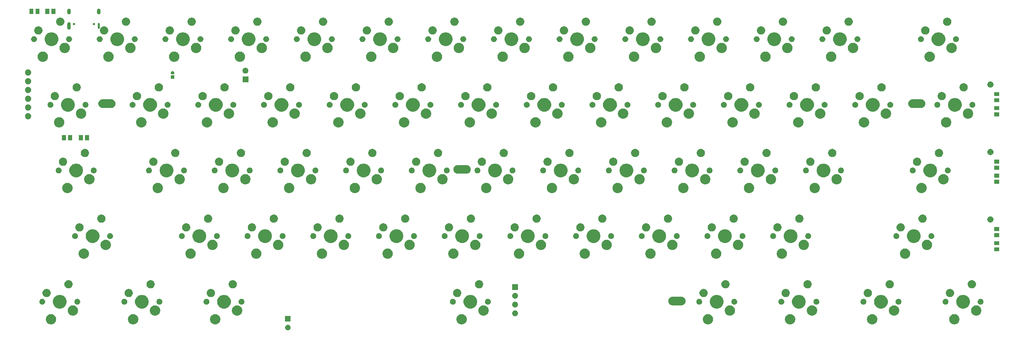
<source format=gbr>
%TF.GenerationSoftware,KiCad,Pcbnew,(5.1.0)-1*%
%TF.CreationDate,2019-04-30T15:13:16+08:00*%
%TF.ProjectId,keyboard,6b657962-6f61-4726-942e-6b696361645f,rev.C*%
%TF.SameCoordinates,PX3b67bd4PY97d81e8*%
%TF.FileFunction,Soldermask,Top*%
%TF.FilePolarity,Negative*%
%FSLAX46Y46*%
G04 Gerber Fmt 4.6, Leading zero omitted, Abs format (unit mm)*
G04 Created by KiCad (PCBNEW (5.1.0)-1) date 2019-04-30 15:13:16*
%MOMM*%
%LPD*%
G04 APERTURE LIST*
%ADD10C,0.350000*%
G04 APERTURE END LIST*
D10*
G36*
X140202351Y-156746743D02*
G01*
X140347945Y-156807050D01*
X140478971Y-156894599D01*
X140590401Y-157006029D01*
X140677950Y-157137055D01*
X140738257Y-157282649D01*
X140769000Y-157437206D01*
X140769000Y-157594794D01*
X140738257Y-157749351D01*
X140677950Y-157894945D01*
X140590401Y-158025971D01*
X140478971Y-158137401D01*
X140347945Y-158224950D01*
X140202351Y-158285257D01*
X140047794Y-158316000D01*
X139890206Y-158316000D01*
X139735649Y-158285257D01*
X139590055Y-158224950D01*
X139459029Y-158137401D01*
X139347599Y-158025971D01*
X139260050Y-157894945D01*
X139199743Y-157749351D01*
X139169000Y-157594794D01*
X139169000Y-157437206D01*
X139199743Y-157282649D01*
X139260050Y-157137055D01*
X139347599Y-157006029D01*
X139459029Y-156894599D01*
X139590055Y-156807050D01*
X139735649Y-156746743D01*
X139890206Y-156716000D01*
X140047794Y-156716000D01*
X140202351Y-156746743D01*
X140202351Y-156746743D01*
G37*
G36*
X333653534Y-153656644D02*
G01*
X333926519Y-153769718D01*
X334172194Y-153933873D01*
X334381127Y-154142806D01*
X334545282Y-154388481D01*
X334658356Y-154661466D01*
X334716000Y-154951264D01*
X334716000Y-155246736D01*
X334658356Y-155536534D01*
X334545282Y-155809519D01*
X334381127Y-156055194D01*
X334172194Y-156264127D01*
X333926519Y-156428282D01*
X333926518Y-156428283D01*
X333926517Y-156428283D01*
X333653534Y-156541356D01*
X333363737Y-156599000D01*
X333068263Y-156599000D01*
X332778466Y-156541356D01*
X332505483Y-156428283D01*
X332505482Y-156428283D01*
X332505481Y-156428282D01*
X332259806Y-156264127D01*
X332050873Y-156055194D01*
X331886718Y-155809519D01*
X331773644Y-155536534D01*
X331716000Y-155246736D01*
X331716000Y-154951264D01*
X331773644Y-154661466D01*
X331886718Y-154388481D01*
X332050873Y-154142806D01*
X332259806Y-153933873D01*
X332505481Y-153769718D01*
X332778466Y-153656644D01*
X333068263Y-153599000D01*
X333363737Y-153599000D01*
X333653534Y-153656644D01*
X333653534Y-153656644D01*
G37*
G36*
X71716334Y-153656644D02*
G01*
X71989319Y-153769718D01*
X72234994Y-153933873D01*
X72443927Y-154142806D01*
X72608082Y-154388481D01*
X72721156Y-154661466D01*
X72778800Y-154951264D01*
X72778800Y-155246736D01*
X72721156Y-155536534D01*
X72608082Y-155809519D01*
X72443927Y-156055194D01*
X72234994Y-156264127D01*
X71989319Y-156428282D01*
X71989318Y-156428283D01*
X71989317Y-156428283D01*
X71716334Y-156541356D01*
X71426537Y-156599000D01*
X71131063Y-156599000D01*
X70841266Y-156541356D01*
X70568283Y-156428283D01*
X70568282Y-156428283D01*
X70568281Y-156428282D01*
X70322606Y-156264127D01*
X70113673Y-156055194D01*
X69949518Y-155809519D01*
X69836444Y-155536534D01*
X69778800Y-155246736D01*
X69778800Y-154951264D01*
X69836444Y-154661466D01*
X69949518Y-154388481D01*
X70113673Y-154142806D01*
X70322606Y-153933873D01*
X70568281Y-153769718D01*
X70841266Y-153656644D01*
X71131063Y-153599000D01*
X71426537Y-153599000D01*
X71716334Y-153656644D01*
X71716334Y-153656644D01*
G37*
G36*
X95528734Y-153656644D02*
G01*
X95801719Y-153769718D01*
X96047394Y-153933873D01*
X96256327Y-154142806D01*
X96420482Y-154388481D01*
X96533556Y-154661466D01*
X96591200Y-154951264D01*
X96591200Y-155246736D01*
X96533556Y-155536534D01*
X96420482Y-155809519D01*
X96256327Y-156055194D01*
X96047394Y-156264127D01*
X95801719Y-156428282D01*
X95801718Y-156428283D01*
X95801717Y-156428283D01*
X95528734Y-156541356D01*
X95238937Y-156599000D01*
X94943463Y-156599000D01*
X94653666Y-156541356D01*
X94380683Y-156428283D01*
X94380682Y-156428283D01*
X94380681Y-156428282D01*
X94135006Y-156264127D01*
X93926073Y-156055194D01*
X93761918Y-155809519D01*
X93648844Y-155536534D01*
X93591200Y-155246736D01*
X93591200Y-154951264D01*
X93648844Y-154661466D01*
X93761918Y-154388481D01*
X93926073Y-154142806D01*
X94135006Y-153933873D01*
X94380681Y-153769718D01*
X94653666Y-153656644D01*
X94943463Y-153599000D01*
X95238937Y-153599000D01*
X95528734Y-153656644D01*
X95528734Y-153656644D01*
G37*
G36*
X119341534Y-153656644D02*
G01*
X119614519Y-153769718D01*
X119860194Y-153933873D01*
X120069127Y-154142806D01*
X120233282Y-154388481D01*
X120346356Y-154661466D01*
X120404000Y-154951264D01*
X120404000Y-155246736D01*
X120346356Y-155536534D01*
X120233282Y-155809519D01*
X120069127Y-156055194D01*
X119860194Y-156264127D01*
X119614519Y-156428282D01*
X119614518Y-156428283D01*
X119614517Y-156428283D01*
X119341534Y-156541356D01*
X119051737Y-156599000D01*
X118756263Y-156599000D01*
X118466466Y-156541356D01*
X118193483Y-156428283D01*
X118193482Y-156428283D01*
X118193481Y-156428282D01*
X117947806Y-156264127D01*
X117738873Y-156055194D01*
X117574718Y-155809519D01*
X117461644Y-155536534D01*
X117404000Y-155246736D01*
X117404000Y-154951264D01*
X117461644Y-154661466D01*
X117574718Y-154388481D01*
X117738873Y-154142806D01*
X117947806Y-153933873D01*
X118193481Y-153769718D01*
X118466466Y-153656644D01*
X118756263Y-153599000D01*
X119051737Y-153599000D01*
X119341534Y-153656644D01*
X119341534Y-153656644D01*
G37*
G36*
X190778534Y-153656644D02*
G01*
X191051519Y-153769718D01*
X191297194Y-153933873D01*
X191506127Y-154142806D01*
X191670282Y-154388481D01*
X191783356Y-154661466D01*
X191841000Y-154951264D01*
X191841000Y-155246736D01*
X191783356Y-155536534D01*
X191670282Y-155809519D01*
X191506127Y-156055194D01*
X191297194Y-156264127D01*
X191051519Y-156428282D01*
X191051518Y-156428283D01*
X191051517Y-156428283D01*
X190778534Y-156541356D01*
X190488737Y-156599000D01*
X190193263Y-156599000D01*
X189903466Y-156541356D01*
X189630483Y-156428283D01*
X189630482Y-156428283D01*
X189630481Y-156428282D01*
X189384806Y-156264127D01*
X189175873Y-156055194D01*
X189011718Y-155809519D01*
X188898644Y-155536534D01*
X188841000Y-155246736D01*
X188841000Y-154951264D01*
X188898644Y-154661466D01*
X189011718Y-154388481D01*
X189175873Y-154142806D01*
X189384806Y-153933873D01*
X189630481Y-153769718D01*
X189903466Y-153656644D01*
X190193263Y-153599000D01*
X190488737Y-153599000D01*
X190778534Y-153656644D01*
X190778534Y-153656644D01*
G37*
G36*
X262216534Y-153656644D02*
G01*
X262489519Y-153769718D01*
X262735194Y-153933873D01*
X262944127Y-154142806D01*
X263108282Y-154388481D01*
X263221356Y-154661466D01*
X263279000Y-154951264D01*
X263279000Y-155246736D01*
X263221356Y-155536534D01*
X263108282Y-155809519D01*
X262944127Y-156055194D01*
X262735194Y-156264127D01*
X262489519Y-156428282D01*
X262489518Y-156428283D01*
X262489517Y-156428283D01*
X262216534Y-156541356D01*
X261926737Y-156599000D01*
X261631263Y-156599000D01*
X261341466Y-156541356D01*
X261068483Y-156428283D01*
X261068482Y-156428283D01*
X261068481Y-156428282D01*
X260822806Y-156264127D01*
X260613873Y-156055194D01*
X260449718Y-155809519D01*
X260336644Y-155536534D01*
X260279000Y-155246736D01*
X260279000Y-154951264D01*
X260336644Y-154661466D01*
X260449718Y-154388481D01*
X260613873Y-154142806D01*
X260822806Y-153933873D01*
X261068481Y-153769718D01*
X261341466Y-153656644D01*
X261631263Y-153599000D01*
X261926737Y-153599000D01*
X262216534Y-153656644D01*
X262216534Y-153656644D01*
G37*
G36*
X286028534Y-153656644D02*
G01*
X286301519Y-153769718D01*
X286547194Y-153933873D01*
X286756127Y-154142806D01*
X286920282Y-154388481D01*
X287033356Y-154661466D01*
X287091000Y-154951264D01*
X287091000Y-155246736D01*
X287033356Y-155536534D01*
X286920282Y-155809519D01*
X286756127Y-156055194D01*
X286547194Y-156264127D01*
X286301519Y-156428282D01*
X286301518Y-156428283D01*
X286301517Y-156428283D01*
X286028534Y-156541356D01*
X285738737Y-156599000D01*
X285443263Y-156599000D01*
X285153466Y-156541356D01*
X284880483Y-156428283D01*
X284880482Y-156428283D01*
X284880481Y-156428282D01*
X284634806Y-156264127D01*
X284425873Y-156055194D01*
X284261718Y-155809519D01*
X284148644Y-155536534D01*
X284091000Y-155246736D01*
X284091000Y-154951264D01*
X284148644Y-154661466D01*
X284261718Y-154388481D01*
X284425873Y-154142806D01*
X284634806Y-153933873D01*
X284880481Y-153769718D01*
X285153466Y-153656644D01*
X285443263Y-153599000D01*
X285738737Y-153599000D01*
X286028534Y-153656644D01*
X286028534Y-153656644D01*
G37*
G36*
X309841534Y-153656644D02*
G01*
X310114519Y-153769718D01*
X310360194Y-153933873D01*
X310569127Y-154142806D01*
X310733282Y-154388481D01*
X310846356Y-154661466D01*
X310904000Y-154951264D01*
X310904000Y-155246736D01*
X310846356Y-155536534D01*
X310733282Y-155809519D01*
X310569127Y-156055194D01*
X310360194Y-156264127D01*
X310114519Y-156428282D01*
X310114518Y-156428283D01*
X310114517Y-156428283D01*
X309841534Y-156541356D01*
X309551737Y-156599000D01*
X309256263Y-156599000D01*
X308966466Y-156541356D01*
X308693483Y-156428283D01*
X308693482Y-156428283D01*
X308693481Y-156428282D01*
X308447806Y-156264127D01*
X308238873Y-156055194D01*
X308074718Y-155809519D01*
X307961644Y-155536534D01*
X307904000Y-155246736D01*
X307904000Y-154951264D01*
X307961644Y-154661466D01*
X308074718Y-154388481D01*
X308238873Y-154142806D01*
X308447806Y-153933873D01*
X308693481Y-153769718D01*
X308966466Y-153656644D01*
X309256263Y-153599000D01*
X309551737Y-153599000D01*
X309841534Y-153656644D01*
X309841534Y-153656644D01*
G37*
G36*
X140769000Y-155776000D02*
G01*
X139169000Y-155776000D01*
X139169000Y-154176000D01*
X140769000Y-154176000D01*
X140769000Y-155776000D01*
X140769000Y-155776000D01*
G37*
G36*
X206016629Y-152532300D02*
G01*
X206176855Y-152580903D01*
X206324519Y-152659832D01*
X206453948Y-152766052D01*
X206560168Y-152895481D01*
X206639097Y-153043145D01*
X206687700Y-153203371D01*
X206704112Y-153370000D01*
X206687700Y-153536629D01*
X206639097Y-153696855D01*
X206560168Y-153844519D01*
X206453948Y-153973948D01*
X206324519Y-154080168D01*
X206176855Y-154159097D01*
X206016629Y-154207700D01*
X205891749Y-154220000D01*
X205808251Y-154220000D01*
X205683371Y-154207700D01*
X205523145Y-154159097D01*
X205375481Y-154080168D01*
X205246052Y-153973948D01*
X205139832Y-153844519D01*
X205060903Y-153696855D01*
X205012300Y-153536629D01*
X204995888Y-153370000D01*
X205012300Y-153203371D01*
X205060903Y-153043145D01*
X205139832Y-152895481D01*
X205246052Y-152766052D01*
X205375481Y-152659832D01*
X205523145Y-152580903D01*
X205683371Y-152532300D01*
X205808251Y-152520000D01*
X205891749Y-152520000D01*
X206016629Y-152532300D01*
X206016629Y-152532300D01*
G37*
G36*
X78066334Y-151116644D02*
G01*
X78339319Y-151229718D01*
X78584994Y-151393873D01*
X78793927Y-151602806D01*
X78958082Y-151848481D01*
X78958083Y-151848483D01*
X79071156Y-152121466D01*
X79128800Y-152411263D01*
X79128800Y-152706737D01*
X79071156Y-152996534D01*
X78985482Y-153203371D01*
X78958082Y-153269519D01*
X78793927Y-153515194D01*
X78584994Y-153724127D01*
X78339319Y-153888282D01*
X78339318Y-153888283D01*
X78339317Y-153888283D01*
X78066334Y-154001356D01*
X77776537Y-154059000D01*
X77481063Y-154059000D01*
X77191266Y-154001356D01*
X76918283Y-153888283D01*
X76918282Y-153888283D01*
X76918281Y-153888282D01*
X76672606Y-153724127D01*
X76463673Y-153515194D01*
X76299518Y-153269519D01*
X76272119Y-153203371D01*
X76186444Y-152996534D01*
X76128800Y-152706737D01*
X76128800Y-152411263D01*
X76186444Y-152121466D01*
X76299517Y-151848483D01*
X76299518Y-151848481D01*
X76463673Y-151602806D01*
X76672606Y-151393873D01*
X76918281Y-151229718D01*
X77191266Y-151116644D01*
X77481063Y-151059000D01*
X77776537Y-151059000D01*
X78066334Y-151116644D01*
X78066334Y-151116644D01*
G37*
G36*
X101878734Y-151116644D02*
G01*
X102151719Y-151229718D01*
X102397394Y-151393873D01*
X102606327Y-151602806D01*
X102770482Y-151848481D01*
X102770483Y-151848483D01*
X102883556Y-152121466D01*
X102941200Y-152411263D01*
X102941200Y-152706737D01*
X102883556Y-152996534D01*
X102797882Y-153203371D01*
X102770482Y-153269519D01*
X102606327Y-153515194D01*
X102397394Y-153724127D01*
X102151719Y-153888282D01*
X102151718Y-153888283D01*
X102151717Y-153888283D01*
X101878734Y-154001356D01*
X101588937Y-154059000D01*
X101293463Y-154059000D01*
X101003666Y-154001356D01*
X100730683Y-153888283D01*
X100730682Y-153888283D01*
X100730681Y-153888282D01*
X100485006Y-153724127D01*
X100276073Y-153515194D01*
X100111918Y-153269519D01*
X100084519Y-153203371D01*
X99998844Y-152996534D01*
X99941200Y-152706737D01*
X99941200Y-152411263D01*
X99998844Y-152121466D01*
X100111917Y-151848483D01*
X100111918Y-151848481D01*
X100276073Y-151602806D01*
X100485006Y-151393873D01*
X100730681Y-151229718D01*
X101003666Y-151116644D01*
X101293463Y-151059000D01*
X101588937Y-151059000D01*
X101878734Y-151116644D01*
X101878734Y-151116644D01*
G37*
G36*
X125691534Y-151116644D02*
G01*
X125964519Y-151229718D01*
X126210194Y-151393873D01*
X126419127Y-151602806D01*
X126583282Y-151848481D01*
X126583283Y-151848483D01*
X126696356Y-152121466D01*
X126754000Y-152411263D01*
X126754000Y-152706737D01*
X126696356Y-152996534D01*
X126610682Y-153203371D01*
X126583282Y-153269519D01*
X126419127Y-153515194D01*
X126210194Y-153724127D01*
X125964519Y-153888282D01*
X125964518Y-153888283D01*
X125964517Y-153888283D01*
X125691534Y-154001356D01*
X125401737Y-154059000D01*
X125106263Y-154059000D01*
X124816466Y-154001356D01*
X124543483Y-153888283D01*
X124543482Y-153888283D01*
X124543481Y-153888282D01*
X124297806Y-153724127D01*
X124088873Y-153515194D01*
X123924718Y-153269519D01*
X123897319Y-153203371D01*
X123811644Y-152996534D01*
X123754000Y-152706737D01*
X123754000Y-152411263D01*
X123811644Y-152121466D01*
X123924717Y-151848483D01*
X123924718Y-151848481D01*
X124088873Y-151602806D01*
X124297806Y-151393873D01*
X124543481Y-151229718D01*
X124816466Y-151116644D01*
X125106263Y-151059000D01*
X125401737Y-151059000D01*
X125691534Y-151116644D01*
X125691534Y-151116644D01*
G37*
G36*
X197128534Y-151116644D02*
G01*
X197401519Y-151229718D01*
X197647194Y-151393873D01*
X197856127Y-151602806D01*
X198020282Y-151848481D01*
X198020283Y-151848483D01*
X198133356Y-152121466D01*
X198191000Y-152411263D01*
X198191000Y-152706737D01*
X198133356Y-152996534D01*
X198047682Y-153203371D01*
X198020282Y-153269519D01*
X197856127Y-153515194D01*
X197647194Y-153724127D01*
X197401519Y-153888282D01*
X197401518Y-153888283D01*
X197401517Y-153888283D01*
X197128534Y-154001356D01*
X196838737Y-154059000D01*
X196543263Y-154059000D01*
X196253466Y-154001356D01*
X195980483Y-153888283D01*
X195980482Y-153888283D01*
X195980481Y-153888282D01*
X195734806Y-153724127D01*
X195525873Y-153515194D01*
X195361718Y-153269519D01*
X195334319Y-153203371D01*
X195248644Y-152996534D01*
X195191000Y-152706737D01*
X195191000Y-152411263D01*
X195248644Y-152121466D01*
X195361717Y-151848483D01*
X195361718Y-151848481D01*
X195525873Y-151602806D01*
X195734806Y-151393873D01*
X195980481Y-151229718D01*
X196253466Y-151116644D01*
X196543263Y-151059000D01*
X196838737Y-151059000D01*
X197128534Y-151116644D01*
X197128534Y-151116644D01*
G37*
G36*
X292378534Y-151116644D02*
G01*
X292651519Y-151229718D01*
X292897194Y-151393873D01*
X293106127Y-151602806D01*
X293270282Y-151848481D01*
X293270283Y-151848483D01*
X293383356Y-152121466D01*
X293441000Y-152411263D01*
X293441000Y-152706737D01*
X293383356Y-152996534D01*
X293297682Y-153203371D01*
X293270282Y-153269519D01*
X293106127Y-153515194D01*
X292897194Y-153724127D01*
X292651519Y-153888282D01*
X292651518Y-153888283D01*
X292651517Y-153888283D01*
X292378534Y-154001356D01*
X292088737Y-154059000D01*
X291793263Y-154059000D01*
X291503466Y-154001356D01*
X291230483Y-153888283D01*
X291230482Y-153888283D01*
X291230481Y-153888282D01*
X290984806Y-153724127D01*
X290775873Y-153515194D01*
X290611718Y-153269519D01*
X290584319Y-153203371D01*
X290498644Y-152996534D01*
X290441000Y-152706737D01*
X290441000Y-152411263D01*
X290498644Y-152121466D01*
X290611717Y-151848483D01*
X290611718Y-151848481D01*
X290775873Y-151602806D01*
X290984806Y-151393873D01*
X291230481Y-151229718D01*
X291503466Y-151116644D01*
X291793263Y-151059000D01*
X292088737Y-151059000D01*
X292378534Y-151116644D01*
X292378534Y-151116644D01*
G37*
G36*
X340003534Y-151116644D02*
G01*
X340276519Y-151229718D01*
X340522194Y-151393873D01*
X340731127Y-151602806D01*
X340895282Y-151848481D01*
X340895283Y-151848483D01*
X341008356Y-152121466D01*
X341066000Y-152411263D01*
X341066000Y-152706737D01*
X341008356Y-152996534D01*
X340922682Y-153203371D01*
X340895282Y-153269519D01*
X340731127Y-153515194D01*
X340522194Y-153724127D01*
X340276519Y-153888282D01*
X340276518Y-153888283D01*
X340276517Y-153888283D01*
X340003534Y-154001356D01*
X339713737Y-154059000D01*
X339418263Y-154059000D01*
X339128466Y-154001356D01*
X338855483Y-153888283D01*
X338855482Y-153888283D01*
X338855481Y-153888282D01*
X338609806Y-153724127D01*
X338400873Y-153515194D01*
X338236718Y-153269519D01*
X338209319Y-153203371D01*
X338123644Y-152996534D01*
X338066000Y-152706737D01*
X338066000Y-152411263D01*
X338123644Y-152121466D01*
X338236717Y-151848483D01*
X338236718Y-151848481D01*
X338400873Y-151602806D01*
X338609806Y-151393873D01*
X338855481Y-151229718D01*
X339128466Y-151116644D01*
X339418263Y-151059000D01*
X339713737Y-151059000D01*
X340003534Y-151116644D01*
X340003534Y-151116644D01*
G37*
G36*
X316191534Y-151116644D02*
G01*
X316464519Y-151229718D01*
X316710194Y-151393873D01*
X316919127Y-151602806D01*
X317083282Y-151848481D01*
X317083283Y-151848483D01*
X317196356Y-152121466D01*
X317254000Y-152411263D01*
X317254000Y-152706737D01*
X317196356Y-152996534D01*
X317110682Y-153203371D01*
X317083282Y-153269519D01*
X316919127Y-153515194D01*
X316710194Y-153724127D01*
X316464519Y-153888282D01*
X316464518Y-153888283D01*
X316464517Y-153888283D01*
X316191534Y-154001356D01*
X315901737Y-154059000D01*
X315606263Y-154059000D01*
X315316466Y-154001356D01*
X315043483Y-153888283D01*
X315043482Y-153888283D01*
X315043481Y-153888282D01*
X314797806Y-153724127D01*
X314588873Y-153515194D01*
X314424718Y-153269519D01*
X314397319Y-153203371D01*
X314311644Y-152996534D01*
X314254000Y-152706737D01*
X314254000Y-152411263D01*
X314311644Y-152121466D01*
X314424717Y-151848483D01*
X314424718Y-151848481D01*
X314588873Y-151602806D01*
X314797806Y-151393873D01*
X315043481Y-151229718D01*
X315316466Y-151116644D01*
X315606263Y-151059000D01*
X315901737Y-151059000D01*
X316191534Y-151116644D01*
X316191534Y-151116644D01*
G37*
G36*
X268566534Y-151116644D02*
G01*
X268839519Y-151229718D01*
X269085194Y-151393873D01*
X269294127Y-151602806D01*
X269458282Y-151848481D01*
X269458283Y-151848483D01*
X269571356Y-152121466D01*
X269629000Y-152411263D01*
X269629000Y-152706737D01*
X269571356Y-152996534D01*
X269485682Y-153203371D01*
X269458282Y-153269519D01*
X269294127Y-153515194D01*
X269085194Y-153724127D01*
X268839519Y-153888282D01*
X268839518Y-153888283D01*
X268839517Y-153888283D01*
X268566534Y-154001356D01*
X268276737Y-154059000D01*
X267981263Y-154059000D01*
X267691466Y-154001356D01*
X267418483Y-153888283D01*
X267418482Y-153888283D01*
X267418481Y-153888282D01*
X267172806Y-153724127D01*
X266963873Y-153515194D01*
X266799718Y-153269519D01*
X266772319Y-153203371D01*
X266686644Y-152996534D01*
X266629000Y-152706737D01*
X266629000Y-152411263D01*
X266686644Y-152121466D01*
X266799717Y-151848483D01*
X266799718Y-151848481D01*
X266963873Y-151602806D01*
X267172806Y-151393873D01*
X267418481Y-151229718D01*
X267691466Y-151116644D01*
X267981263Y-151059000D01*
X268276737Y-151059000D01*
X268566534Y-151116644D01*
X268566534Y-151116644D01*
G37*
G36*
X312525599Y-148101724D02*
G01*
X312888468Y-148252029D01*
X313215038Y-148470236D01*
X313492764Y-148747962D01*
X313661283Y-149000169D01*
X313710972Y-149074534D01*
X313732994Y-149127700D01*
X313861276Y-149437401D01*
X313937900Y-149822618D01*
X313937900Y-150215382D01*
X313861276Y-150600599D01*
X313710971Y-150963468D01*
X313492764Y-151290038D01*
X313215038Y-151567764D01*
X312888468Y-151785971D01*
X312888467Y-151785972D01*
X312888466Y-151785972D01*
X312525599Y-151936276D01*
X312140382Y-152012900D01*
X311747618Y-152012900D01*
X311362401Y-151936276D01*
X310999534Y-151785972D01*
X310999533Y-151785972D01*
X310999532Y-151785971D01*
X310672962Y-151567764D01*
X310395236Y-151290038D01*
X310177029Y-150963468D01*
X310026724Y-150600599D01*
X309950100Y-150215382D01*
X309950100Y-149822618D01*
X310026724Y-149437401D01*
X310155006Y-149127700D01*
X310177028Y-149074534D01*
X310226717Y-149000169D01*
X310395236Y-148747962D01*
X310672962Y-148470236D01*
X310999532Y-148252029D01*
X311362401Y-148101724D01*
X311747618Y-148025100D01*
X312140382Y-148025100D01*
X312525599Y-148101724D01*
X312525599Y-148101724D01*
G37*
G36*
X74400399Y-148101724D02*
G01*
X74763268Y-148252029D01*
X75089838Y-148470236D01*
X75367564Y-148747962D01*
X75536083Y-149000169D01*
X75585772Y-149074534D01*
X75607794Y-149127700D01*
X75736076Y-149437401D01*
X75812700Y-149822618D01*
X75812700Y-150215382D01*
X75736076Y-150600599D01*
X75585771Y-150963468D01*
X75367564Y-151290038D01*
X75089838Y-151567764D01*
X74763268Y-151785971D01*
X74763267Y-151785972D01*
X74763266Y-151785972D01*
X74400399Y-151936276D01*
X74015182Y-152012900D01*
X73622418Y-152012900D01*
X73237201Y-151936276D01*
X72874334Y-151785972D01*
X72874333Y-151785972D01*
X72874332Y-151785971D01*
X72547762Y-151567764D01*
X72270036Y-151290038D01*
X72051829Y-150963468D01*
X71901524Y-150600599D01*
X71824900Y-150215382D01*
X71824900Y-149822618D01*
X71901524Y-149437401D01*
X72029806Y-149127700D01*
X72051828Y-149074534D01*
X72101517Y-149000169D01*
X72270036Y-148747962D01*
X72547762Y-148470236D01*
X72874332Y-148252029D01*
X73237201Y-148101724D01*
X73622418Y-148025100D01*
X74015182Y-148025100D01*
X74400399Y-148101724D01*
X74400399Y-148101724D01*
G37*
G36*
X336337599Y-148101724D02*
G01*
X336700468Y-148252029D01*
X337027038Y-148470236D01*
X337304764Y-148747962D01*
X337473283Y-149000169D01*
X337522972Y-149074534D01*
X337544994Y-149127700D01*
X337673276Y-149437401D01*
X337749900Y-149822618D01*
X337749900Y-150215382D01*
X337673276Y-150600599D01*
X337522971Y-150963468D01*
X337304764Y-151290038D01*
X337027038Y-151567764D01*
X336700468Y-151785971D01*
X336700467Y-151785972D01*
X336700466Y-151785972D01*
X336337599Y-151936276D01*
X335952382Y-152012900D01*
X335559618Y-152012900D01*
X335174401Y-151936276D01*
X334811534Y-151785972D01*
X334811533Y-151785972D01*
X334811532Y-151785971D01*
X334484962Y-151567764D01*
X334207236Y-151290038D01*
X333989029Y-150963468D01*
X333838724Y-150600599D01*
X333762100Y-150215382D01*
X333762100Y-149822618D01*
X333838724Y-149437401D01*
X333967006Y-149127700D01*
X333989028Y-149074534D01*
X334038717Y-149000169D01*
X334207236Y-148747962D01*
X334484962Y-148470236D01*
X334811532Y-148252029D01*
X335174401Y-148101724D01*
X335559618Y-148025100D01*
X335952382Y-148025100D01*
X336337599Y-148101724D01*
X336337599Y-148101724D01*
G37*
G36*
X98212799Y-148101724D02*
G01*
X98575668Y-148252029D01*
X98902238Y-148470236D01*
X99179964Y-148747962D01*
X99348483Y-149000169D01*
X99398172Y-149074534D01*
X99420194Y-149127700D01*
X99548476Y-149437401D01*
X99625100Y-149822618D01*
X99625100Y-150215382D01*
X99548476Y-150600599D01*
X99398171Y-150963468D01*
X99179964Y-151290038D01*
X98902238Y-151567764D01*
X98575668Y-151785971D01*
X98575667Y-151785972D01*
X98575666Y-151785972D01*
X98212799Y-151936276D01*
X97827582Y-152012900D01*
X97434818Y-152012900D01*
X97049601Y-151936276D01*
X96686734Y-151785972D01*
X96686733Y-151785972D01*
X96686732Y-151785971D01*
X96360162Y-151567764D01*
X96082436Y-151290038D01*
X95864229Y-150963468D01*
X95713924Y-150600599D01*
X95637300Y-150215382D01*
X95637300Y-149822618D01*
X95713924Y-149437401D01*
X95842206Y-149127700D01*
X95864228Y-149074534D01*
X95913917Y-149000169D01*
X96082436Y-148747962D01*
X96360162Y-148470236D01*
X96686732Y-148252029D01*
X97049601Y-148101724D01*
X97434818Y-148025100D01*
X97827582Y-148025100D01*
X98212799Y-148101724D01*
X98212799Y-148101724D01*
G37*
G36*
X122025599Y-148101724D02*
G01*
X122388468Y-148252029D01*
X122715038Y-148470236D01*
X122992764Y-148747962D01*
X123161283Y-149000169D01*
X123210972Y-149074534D01*
X123232994Y-149127700D01*
X123361276Y-149437401D01*
X123437900Y-149822618D01*
X123437900Y-150215382D01*
X123361276Y-150600599D01*
X123210971Y-150963468D01*
X122992764Y-151290038D01*
X122715038Y-151567764D01*
X122388468Y-151785971D01*
X122388467Y-151785972D01*
X122388466Y-151785972D01*
X122025599Y-151936276D01*
X121640382Y-152012900D01*
X121247618Y-152012900D01*
X120862401Y-151936276D01*
X120499534Y-151785972D01*
X120499533Y-151785972D01*
X120499532Y-151785971D01*
X120172962Y-151567764D01*
X119895236Y-151290038D01*
X119677029Y-150963468D01*
X119526724Y-150600599D01*
X119450100Y-150215382D01*
X119450100Y-149822618D01*
X119526724Y-149437401D01*
X119655006Y-149127700D01*
X119677028Y-149074534D01*
X119726717Y-149000169D01*
X119895236Y-148747962D01*
X120172962Y-148470236D01*
X120499532Y-148252029D01*
X120862401Y-148101724D01*
X121247618Y-148025100D01*
X121640382Y-148025100D01*
X122025599Y-148101724D01*
X122025599Y-148101724D01*
G37*
G36*
X193462599Y-148101724D02*
G01*
X193825468Y-148252029D01*
X194152038Y-148470236D01*
X194429764Y-148747962D01*
X194598283Y-149000169D01*
X194647972Y-149074534D01*
X194669994Y-149127700D01*
X194798276Y-149437401D01*
X194874900Y-149822618D01*
X194874900Y-150215382D01*
X194798276Y-150600599D01*
X194647971Y-150963468D01*
X194429764Y-151290038D01*
X194152038Y-151567764D01*
X193825468Y-151785971D01*
X193825467Y-151785972D01*
X193825466Y-151785972D01*
X193462599Y-151936276D01*
X193077382Y-152012900D01*
X192684618Y-152012900D01*
X192299401Y-151936276D01*
X191936534Y-151785972D01*
X191936533Y-151785972D01*
X191936532Y-151785971D01*
X191609962Y-151567764D01*
X191332236Y-151290038D01*
X191114029Y-150963468D01*
X190963724Y-150600599D01*
X190887100Y-150215382D01*
X190887100Y-149822618D01*
X190963724Y-149437401D01*
X191092006Y-149127700D01*
X191114028Y-149074534D01*
X191163717Y-149000169D01*
X191332236Y-148747962D01*
X191609962Y-148470236D01*
X191936532Y-148252029D01*
X192299401Y-148101724D01*
X192684618Y-148025100D01*
X193077382Y-148025100D01*
X193462599Y-148101724D01*
X193462599Y-148101724D01*
G37*
G36*
X264900599Y-148101724D02*
G01*
X265263468Y-148252029D01*
X265590038Y-148470236D01*
X265867764Y-148747962D01*
X266036283Y-149000169D01*
X266085972Y-149074534D01*
X266107994Y-149127700D01*
X266236276Y-149437401D01*
X266312900Y-149822618D01*
X266312900Y-150215382D01*
X266236276Y-150600599D01*
X266085971Y-150963468D01*
X265867764Y-151290038D01*
X265590038Y-151567764D01*
X265263468Y-151785971D01*
X265263467Y-151785972D01*
X265263466Y-151785972D01*
X264900599Y-151936276D01*
X264515382Y-152012900D01*
X264122618Y-152012900D01*
X263737401Y-151936276D01*
X263374534Y-151785972D01*
X263374533Y-151785972D01*
X263374532Y-151785971D01*
X263047962Y-151567764D01*
X262770236Y-151290038D01*
X262552029Y-150963468D01*
X262401724Y-150600599D01*
X262325100Y-150215382D01*
X262325100Y-149822618D01*
X262401724Y-149437401D01*
X262530006Y-149127700D01*
X262552028Y-149074534D01*
X262601717Y-149000169D01*
X262770236Y-148747962D01*
X263047962Y-148470236D01*
X263374532Y-148252029D01*
X263737401Y-148101724D01*
X264122618Y-148025100D01*
X264515382Y-148025100D01*
X264900599Y-148101724D01*
X264900599Y-148101724D01*
G37*
G36*
X288712599Y-148101724D02*
G01*
X289075468Y-148252029D01*
X289402038Y-148470236D01*
X289679764Y-148747962D01*
X289848283Y-149000169D01*
X289897972Y-149074534D01*
X289919994Y-149127700D01*
X290048276Y-149437401D01*
X290124900Y-149822618D01*
X290124900Y-150215382D01*
X290048276Y-150600599D01*
X289897971Y-150963468D01*
X289679764Y-151290038D01*
X289402038Y-151567764D01*
X289075468Y-151785971D01*
X289075467Y-151785972D01*
X289075466Y-151785972D01*
X288712599Y-151936276D01*
X288327382Y-152012900D01*
X287934618Y-152012900D01*
X287549401Y-151936276D01*
X287186534Y-151785972D01*
X287186533Y-151785972D01*
X287186532Y-151785971D01*
X286859962Y-151567764D01*
X286582236Y-151290038D01*
X286364029Y-150963468D01*
X286213724Y-150600599D01*
X286137100Y-150215382D01*
X286137100Y-149822618D01*
X286213724Y-149437401D01*
X286342006Y-149127700D01*
X286364028Y-149074534D01*
X286413717Y-149000169D01*
X286582236Y-148747962D01*
X286859962Y-148470236D01*
X287186532Y-148252029D01*
X287549401Y-148101724D01*
X287934618Y-148025100D01*
X288327382Y-148025100D01*
X288712599Y-148101724D01*
X288712599Y-148101724D01*
G37*
G36*
X206016629Y-149992300D02*
G01*
X206176855Y-150040903D01*
X206324519Y-150119832D01*
X206453948Y-150226052D01*
X206560168Y-150355481D01*
X206639097Y-150503145D01*
X206687700Y-150663371D01*
X206704112Y-150830000D01*
X206687700Y-150996629D01*
X206639097Y-151156855D01*
X206560168Y-151304519D01*
X206453948Y-151433948D01*
X206324519Y-151540168D01*
X206176855Y-151619097D01*
X206016629Y-151667700D01*
X205891749Y-151680000D01*
X205808251Y-151680000D01*
X205683371Y-151667700D01*
X205523145Y-151619097D01*
X205375481Y-151540168D01*
X205246052Y-151433948D01*
X205139832Y-151304519D01*
X205060903Y-151156855D01*
X205012300Y-150996629D01*
X204995888Y-150830000D01*
X205012300Y-150663371D01*
X205060903Y-150503145D01*
X205139832Y-150355481D01*
X205246052Y-150226052D01*
X205375481Y-150119832D01*
X205523145Y-150040903D01*
X205683371Y-149992300D01*
X205808251Y-149980000D01*
X205891749Y-149980000D01*
X206016629Y-149992300D01*
X206016629Y-149992300D01*
G37*
G36*
X254284930Y-148589402D02*
G01*
X254520496Y-148660860D01*
X254737594Y-148776902D01*
X254927882Y-148933068D01*
X255084048Y-149123356D01*
X255200090Y-149340454D01*
X255271548Y-149576020D01*
X255295676Y-149821000D01*
X255271548Y-150065980D01*
X255200090Y-150301546D01*
X255084048Y-150518644D01*
X254927882Y-150708932D01*
X254737594Y-150865098D01*
X254520496Y-150981140D01*
X254284930Y-151052598D01*
X254101337Y-151070680D01*
X251476663Y-151070680D01*
X251293070Y-151052598D01*
X251057504Y-150981140D01*
X250840406Y-150865098D01*
X250650118Y-150708932D01*
X250493952Y-150518644D01*
X250377910Y-150301546D01*
X250306452Y-150065980D01*
X250282324Y-149821000D01*
X250306452Y-149576020D01*
X250377910Y-149340454D01*
X250493952Y-149123356D01*
X250650118Y-148933068D01*
X250840406Y-148776902D01*
X251057504Y-148660860D01*
X251293070Y-148589402D01*
X251476663Y-148571320D01*
X254101337Y-148571320D01*
X254284930Y-148589402D01*
X254284930Y-148589402D01*
G37*
G36*
X116530002Y-149184450D02*
G01*
X116612199Y-149200800D01*
X116767055Y-149264943D01*
X116906417Y-149358062D01*
X117024938Y-149476583D01*
X117118057Y-149615945D01*
X117182200Y-149770801D01*
X117214900Y-149935195D01*
X117214900Y-150102805D01*
X117182200Y-150267199D01*
X117118057Y-150422055D01*
X117024938Y-150561417D01*
X116906417Y-150679938D01*
X116767055Y-150773057D01*
X116612199Y-150837200D01*
X116530002Y-150853550D01*
X116447806Y-150869900D01*
X116280194Y-150869900D01*
X116197998Y-150853550D01*
X116115801Y-150837200D01*
X115960945Y-150773057D01*
X115821583Y-150679938D01*
X115703062Y-150561417D01*
X115609943Y-150422055D01*
X115545800Y-150267199D01*
X115513100Y-150102805D01*
X115513100Y-149935195D01*
X115545800Y-149770801D01*
X115609943Y-149615945D01*
X115703062Y-149476583D01*
X115821583Y-149358062D01*
X115960945Y-149264943D01*
X116115801Y-149200800D01*
X116197998Y-149184450D01*
X116280194Y-149168100D01*
X116447806Y-149168100D01*
X116530002Y-149184450D01*
X116530002Y-149184450D01*
G37*
G36*
X317190002Y-149184450D02*
G01*
X317272199Y-149200800D01*
X317427055Y-149264943D01*
X317566417Y-149358062D01*
X317684938Y-149476583D01*
X317778057Y-149615945D01*
X317842200Y-149770801D01*
X317874900Y-149935195D01*
X317874900Y-150102805D01*
X317842200Y-150267199D01*
X317778057Y-150422055D01*
X317684938Y-150561417D01*
X317566417Y-150679938D01*
X317427055Y-150773057D01*
X317272199Y-150837200D01*
X317190002Y-150853550D01*
X317107806Y-150869900D01*
X316940194Y-150869900D01*
X316857998Y-150853550D01*
X316775801Y-150837200D01*
X316620945Y-150773057D01*
X316481583Y-150679938D01*
X316363062Y-150561417D01*
X316269943Y-150422055D01*
X316205800Y-150267199D01*
X316173100Y-150102805D01*
X316173100Y-149935195D01*
X316205800Y-149770801D01*
X316269943Y-149615945D01*
X316363062Y-149476583D01*
X316481583Y-149358062D01*
X316620945Y-149264943D01*
X316775801Y-149200800D01*
X316857998Y-149184450D01*
X316940194Y-149168100D01*
X317107806Y-149168100D01*
X317190002Y-149184450D01*
X317190002Y-149184450D01*
G37*
G36*
X293377002Y-149184450D02*
G01*
X293459199Y-149200800D01*
X293614055Y-149264943D01*
X293753417Y-149358062D01*
X293871938Y-149476583D01*
X293965057Y-149615945D01*
X294029200Y-149770801D01*
X294061900Y-149935195D01*
X294061900Y-150102805D01*
X294029200Y-150267199D01*
X293965057Y-150422055D01*
X293871938Y-150561417D01*
X293753417Y-150679938D01*
X293614055Y-150773057D01*
X293459199Y-150837200D01*
X293377002Y-150853550D01*
X293294806Y-150869900D01*
X293127194Y-150869900D01*
X293044998Y-150853550D01*
X292962801Y-150837200D01*
X292807945Y-150773057D01*
X292668583Y-150679938D01*
X292550062Y-150561417D01*
X292456943Y-150422055D01*
X292392800Y-150267199D01*
X292360100Y-150102805D01*
X292360100Y-149935195D01*
X292392800Y-149770801D01*
X292456943Y-149615945D01*
X292550062Y-149476583D01*
X292668583Y-149358062D01*
X292807945Y-149264943D01*
X292962801Y-149200800D01*
X293044998Y-149184450D01*
X293127194Y-149168100D01*
X293294806Y-149168100D01*
X293377002Y-149184450D01*
X293377002Y-149184450D01*
G37*
G36*
X341002002Y-149184450D02*
G01*
X341084199Y-149200800D01*
X341239055Y-149264943D01*
X341378417Y-149358062D01*
X341496938Y-149476583D01*
X341590057Y-149615945D01*
X341654200Y-149770801D01*
X341686900Y-149935195D01*
X341686900Y-150102805D01*
X341654200Y-150267199D01*
X341590057Y-150422055D01*
X341496938Y-150561417D01*
X341378417Y-150679938D01*
X341239055Y-150773057D01*
X341084199Y-150837200D01*
X341002002Y-150853550D01*
X340919806Y-150869900D01*
X340752194Y-150869900D01*
X340669998Y-150853550D01*
X340587801Y-150837200D01*
X340432945Y-150773057D01*
X340293583Y-150679938D01*
X340175062Y-150561417D01*
X340081943Y-150422055D01*
X340017800Y-150267199D01*
X339985100Y-150102805D01*
X339985100Y-149935195D01*
X340017800Y-149770801D01*
X340081943Y-149615945D01*
X340175062Y-149476583D01*
X340293583Y-149358062D01*
X340432945Y-149264943D01*
X340587801Y-149200800D01*
X340669998Y-149184450D01*
X340752194Y-149168100D01*
X340919806Y-149168100D01*
X341002002Y-149184450D01*
X341002002Y-149184450D01*
G37*
G36*
X283217002Y-149184450D02*
G01*
X283299199Y-149200800D01*
X283454055Y-149264943D01*
X283593417Y-149358062D01*
X283711938Y-149476583D01*
X283805057Y-149615945D01*
X283869200Y-149770801D01*
X283901900Y-149935195D01*
X283901900Y-150102805D01*
X283869200Y-150267199D01*
X283805057Y-150422055D01*
X283711938Y-150561417D01*
X283593417Y-150679938D01*
X283454055Y-150773057D01*
X283299199Y-150837200D01*
X283217002Y-150853550D01*
X283134806Y-150869900D01*
X282967194Y-150869900D01*
X282884998Y-150853550D01*
X282802801Y-150837200D01*
X282647945Y-150773057D01*
X282508583Y-150679938D01*
X282390062Y-150561417D01*
X282296943Y-150422055D01*
X282232800Y-150267199D01*
X282200100Y-150102805D01*
X282200100Y-149935195D01*
X282232800Y-149770801D01*
X282296943Y-149615945D01*
X282390062Y-149476583D01*
X282508583Y-149358062D01*
X282647945Y-149264943D01*
X282802801Y-149200800D01*
X282884998Y-149184450D01*
X282967194Y-149168100D01*
X283134806Y-149168100D01*
X283217002Y-149184450D01*
X283217002Y-149184450D01*
G37*
G36*
X330842002Y-149184450D02*
G01*
X330924199Y-149200800D01*
X331079055Y-149264943D01*
X331218417Y-149358062D01*
X331336938Y-149476583D01*
X331430057Y-149615945D01*
X331494200Y-149770801D01*
X331526900Y-149935195D01*
X331526900Y-150102805D01*
X331494200Y-150267199D01*
X331430057Y-150422055D01*
X331336938Y-150561417D01*
X331218417Y-150679938D01*
X331079055Y-150773057D01*
X330924199Y-150837200D01*
X330842002Y-150853550D01*
X330759806Y-150869900D01*
X330592194Y-150869900D01*
X330509998Y-150853550D01*
X330427801Y-150837200D01*
X330272945Y-150773057D01*
X330133583Y-150679938D01*
X330015062Y-150561417D01*
X329921943Y-150422055D01*
X329857800Y-150267199D01*
X329825100Y-150102805D01*
X329825100Y-149935195D01*
X329857800Y-149770801D01*
X329921943Y-149615945D01*
X330015062Y-149476583D01*
X330133583Y-149358062D01*
X330272945Y-149264943D01*
X330427801Y-149200800D01*
X330509998Y-149184450D01*
X330592194Y-149168100D01*
X330759806Y-149168100D01*
X330842002Y-149184450D01*
X330842002Y-149184450D01*
G37*
G36*
X198127002Y-149184450D02*
G01*
X198209199Y-149200800D01*
X198364055Y-149264943D01*
X198503417Y-149358062D01*
X198621938Y-149476583D01*
X198715057Y-149615945D01*
X198779200Y-149770801D01*
X198811900Y-149935195D01*
X198811900Y-150102805D01*
X198779200Y-150267199D01*
X198715057Y-150422055D01*
X198621938Y-150561417D01*
X198503417Y-150679938D01*
X198364055Y-150773057D01*
X198209199Y-150837200D01*
X198127002Y-150853550D01*
X198044806Y-150869900D01*
X197877194Y-150869900D01*
X197794998Y-150853550D01*
X197712801Y-150837200D01*
X197557945Y-150773057D01*
X197418583Y-150679938D01*
X197300062Y-150561417D01*
X197206943Y-150422055D01*
X197142800Y-150267199D01*
X197110100Y-150102805D01*
X197110100Y-149935195D01*
X197142800Y-149770801D01*
X197206943Y-149615945D01*
X197300062Y-149476583D01*
X197418583Y-149358062D01*
X197557945Y-149264943D01*
X197712801Y-149200800D01*
X197794998Y-149184450D01*
X197877194Y-149168100D01*
X198044806Y-149168100D01*
X198127002Y-149184450D01*
X198127002Y-149184450D01*
G37*
G36*
X187967002Y-149184450D02*
G01*
X188049199Y-149200800D01*
X188204055Y-149264943D01*
X188343417Y-149358062D01*
X188461938Y-149476583D01*
X188555057Y-149615945D01*
X188619200Y-149770801D01*
X188651900Y-149935195D01*
X188651900Y-150102805D01*
X188619200Y-150267199D01*
X188555057Y-150422055D01*
X188461938Y-150561417D01*
X188343417Y-150679938D01*
X188204055Y-150773057D01*
X188049199Y-150837200D01*
X187967002Y-150853550D01*
X187884806Y-150869900D01*
X187717194Y-150869900D01*
X187634998Y-150853550D01*
X187552801Y-150837200D01*
X187397945Y-150773057D01*
X187258583Y-150679938D01*
X187140062Y-150561417D01*
X187046943Y-150422055D01*
X186982800Y-150267199D01*
X186950100Y-150102805D01*
X186950100Y-149935195D01*
X186982800Y-149770801D01*
X187046943Y-149615945D01*
X187140062Y-149476583D01*
X187258583Y-149358062D01*
X187397945Y-149264943D01*
X187552801Y-149200800D01*
X187634998Y-149184450D01*
X187717194Y-149168100D01*
X187884806Y-149168100D01*
X187967002Y-149184450D01*
X187967002Y-149184450D01*
G37*
G36*
X307030002Y-149184450D02*
G01*
X307112199Y-149200800D01*
X307267055Y-149264943D01*
X307406417Y-149358062D01*
X307524938Y-149476583D01*
X307618057Y-149615945D01*
X307682200Y-149770801D01*
X307714900Y-149935195D01*
X307714900Y-150102805D01*
X307682200Y-150267199D01*
X307618057Y-150422055D01*
X307524938Y-150561417D01*
X307406417Y-150679938D01*
X307267055Y-150773057D01*
X307112199Y-150837200D01*
X307030002Y-150853550D01*
X306947806Y-150869900D01*
X306780194Y-150869900D01*
X306697998Y-150853550D01*
X306615801Y-150837200D01*
X306460945Y-150773057D01*
X306321583Y-150679938D01*
X306203062Y-150561417D01*
X306109943Y-150422055D01*
X306045800Y-150267199D01*
X306013100Y-150102805D01*
X306013100Y-149935195D01*
X306045800Y-149770801D01*
X306109943Y-149615945D01*
X306203062Y-149476583D01*
X306321583Y-149358062D01*
X306460945Y-149264943D01*
X306615801Y-149200800D01*
X306697998Y-149184450D01*
X306780194Y-149168100D01*
X306947806Y-149168100D01*
X307030002Y-149184450D01*
X307030002Y-149184450D01*
G37*
G36*
X259405002Y-149184450D02*
G01*
X259487199Y-149200800D01*
X259642055Y-149264943D01*
X259781417Y-149358062D01*
X259899938Y-149476583D01*
X259993057Y-149615945D01*
X260057200Y-149770801D01*
X260089900Y-149935195D01*
X260089900Y-150102805D01*
X260057200Y-150267199D01*
X259993057Y-150422055D01*
X259899938Y-150561417D01*
X259781417Y-150679938D01*
X259642055Y-150773057D01*
X259487199Y-150837200D01*
X259405002Y-150853550D01*
X259322806Y-150869900D01*
X259155194Y-150869900D01*
X259072998Y-150853550D01*
X258990801Y-150837200D01*
X258835945Y-150773057D01*
X258696583Y-150679938D01*
X258578062Y-150561417D01*
X258484943Y-150422055D01*
X258420800Y-150267199D01*
X258388100Y-150102805D01*
X258388100Y-149935195D01*
X258420800Y-149770801D01*
X258484943Y-149615945D01*
X258578062Y-149476583D01*
X258696583Y-149358062D01*
X258835945Y-149264943D01*
X258990801Y-149200800D01*
X259072998Y-149184450D01*
X259155194Y-149168100D01*
X259322806Y-149168100D01*
X259405002Y-149184450D01*
X259405002Y-149184450D01*
G37*
G36*
X269565002Y-149184450D02*
G01*
X269647199Y-149200800D01*
X269802055Y-149264943D01*
X269941417Y-149358062D01*
X270059938Y-149476583D01*
X270153057Y-149615945D01*
X270217200Y-149770801D01*
X270249900Y-149935195D01*
X270249900Y-150102805D01*
X270217200Y-150267199D01*
X270153057Y-150422055D01*
X270059938Y-150561417D01*
X269941417Y-150679938D01*
X269802055Y-150773057D01*
X269647199Y-150837200D01*
X269565002Y-150853550D01*
X269482806Y-150869900D01*
X269315194Y-150869900D01*
X269232998Y-150853550D01*
X269150801Y-150837200D01*
X268995945Y-150773057D01*
X268856583Y-150679938D01*
X268738062Y-150561417D01*
X268644943Y-150422055D01*
X268580800Y-150267199D01*
X268548100Y-150102805D01*
X268548100Y-149935195D01*
X268580800Y-149770801D01*
X268644943Y-149615945D01*
X268738062Y-149476583D01*
X268856583Y-149358062D01*
X268995945Y-149264943D01*
X269150801Y-149200800D01*
X269232998Y-149184450D01*
X269315194Y-149168100D01*
X269482806Y-149168100D01*
X269565002Y-149184450D01*
X269565002Y-149184450D01*
G37*
G36*
X102877202Y-149184450D02*
G01*
X102959399Y-149200800D01*
X103114255Y-149264943D01*
X103253617Y-149358062D01*
X103372138Y-149476583D01*
X103465257Y-149615945D01*
X103529400Y-149770801D01*
X103562100Y-149935195D01*
X103562100Y-150102805D01*
X103529400Y-150267199D01*
X103465257Y-150422055D01*
X103372138Y-150561417D01*
X103253617Y-150679938D01*
X103114255Y-150773057D01*
X102959399Y-150837200D01*
X102877202Y-150853550D01*
X102795006Y-150869900D01*
X102627394Y-150869900D01*
X102545198Y-150853550D01*
X102463001Y-150837200D01*
X102308145Y-150773057D01*
X102168783Y-150679938D01*
X102050262Y-150561417D01*
X101957143Y-150422055D01*
X101893000Y-150267199D01*
X101860300Y-150102805D01*
X101860300Y-149935195D01*
X101893000Y-149770801D01*
X101957143Y-149615945D01*
X102050262Y-149476583D01*
X102168783Y-149358062D01*
X102308145Y-149264943D01*
X102463001Y-149200800D01*
X102545198Y-149184450D01*
X102627394Y-149168100D01*
X102795006Y-149168100D01*
X102877202Y-149184450D01*
X102877202Y-149184450D01*
G37*
G36*
X92717202Y-149184450D02*
G01*
X92799399Y-149200800D01*
X92954255Y-149264943D01*
X93093617Y-149358062D01*
X93212138Y-149476583D01*
X93305257Y-149615945D01*
X93369400Y-149770801D01*
X93402100Y-149935195D01*
X93402100Y-150102805D01*
X93369400Y-150267199D01*
X93305257Y-150422055D01*
X93212138Y-150561417D01*
X93093617Y-150679938D01*
X92954255Y-150773057D01*
X92799399Y-150837200D01*
X92717202Y-150853550D01*
X92635006Y-150869900D01*
X92467394Y-150869900D01*
X92385198Y-150853550D01*
X92303001Y-150837200D01*
X92148145Y-150773057D01*
X92008783Y-150679938D01*
X91890262Y-150561417D01*
X91797143Y-150422055D01*
X91733000Y-150267199D01*
X91700300Y-150102805D01*
X91700300Y-149935195D01*
X91733000Y-149770801D01*
X91797143Y-149615945D01*
X91890262Y-149476583D01*
X92008783Y-149358062D01*
X92148145Y-149264943D01*
X92303001Y-149200800D01*
X92385198Y-149184450D01*
X92467394Y-149168100D01*
X92635006Y-149168100D01*
X92717202Y-149184450D01*
X92717202Y-149184450D01*
G37*
G36*
X79064802Y-149184450D02*
G01*
X79146999Y-149200800D01*
X79301855Y-149264943D01*
X79441217Y-149358062D01*
X79559738Y-149476583D01*
X79652857Y-149615945D01*
X79717000Y-149770801D01*
X79749700Y-149935195D01*
X79749700Y-150102805D01*
X79717000Y-150267199D01*
X79652857Y-150422055D01*
X79559738Y-150561417D01*
X79441217Y-150679938D01*
X79301855Y-150773057D01*
X79146999Y-150837200D01*
X79064802Y-150853550D01*
X78982606Y-150869900D01*
X78814994Y-150869900D01*
X78732798Y-150853550D01*
X78650601Y-150837200D01*
X78495745Y-150773057D01*
X78356383Y-150679938D01*
X78237862Y-150561417D01*
X78144743Y-150422055D01*
X78080600Y-150267199D01*
X78047900Y-150102805D01*
X78047900Y-149935195D01*
X78080600Y-149770801D01*
X78144743Y-149615945D01*
X78237862Y-149476583D01*
X78356383Y-149358062D01*
X78495745Y-149264943D01*
X78650601Y-149200800D01*
X78732798Y-149184450D01*
X78814994Y-149168100D01*
X78982606Y-149168100D01*
X79064802Y-149184450D01*
X79064802Y-149184450D01*
G37*
G36*
X68904802Y-149184450D02*
G01*
X68986999Y-149200800D01*
X69141855Y-149264943D01*
X69281217Y-149358062D01*
X69399738Y-149476583D01*
X69492857Y-149615945D01*
X69557000Y-149770801D01*
X69589700Y-149935195D01*
X69589700Y-150102805D01*
X69557000Y-150267199D01*
X69492857Y-150422055D01*
X69399738Y-150561417D01*
X69281217Y-150679938D01*
X69141855Y-150773057D01*
X68986999Y-150837200D01*
X68904802Y-150853550D01*
X68822606Y-150869900D01*
X68654994Y-150869900D01*
X68572798Y-150853550D01*
X68490601Y-150837200D01*
X68335745Y-150773057D01*
X68196383Y-150679938D01*
X68077862Y-150561417D01*
X67984743Y-150422055D01*
X67920600Y-150267199D01*
X67887900Y-150102805D01*
X67887900Y-149935195D01*
X67920600Y-149770801D01*
X67984743Y-149615945D01*
X68077862Y-149476583D01*
X68196383Y-149358062D01*
X68335745Y-149264943D01*
X68490601Y-149200800D01*
X68572798Y-149184450D01*
X68654994Y-149168100D01*
X68822606Y-149168100D01*
X68904802Y-149184450D01*
X68904802Y-149184450D01*
G37*
G36*
X126690002Y-149184450D02*
G01*
X126772199Y-149200800D01*
X126927055Y-149264943D01*
X127066417Y-149358062D01*
X127184938Y-149476583D01*
X127278057Y-149615945D01*
X127342200Y-149770801D01*
X127374900Y-149935195D01*
X127374900Y-150102805D01*
X127342200Y-150267199D01*
X127278057Y-150422055D01*
X127184938Y-150561417D01*
X127066417Y-150679938D01*
X126927055Y-150773057D01*
X126772199Y-150837200D01*
X126690002Y-150853550D01*
X126607806Y-150869900D01*
X126440194Y-150869900D01*
X126357998Y-150853550D01*
X126275801Y-150837200D01*
X126120945Y-150773057D01*
X125981583Y-150679938D01*
X125863062Y-150561417D01*
X125769943Y-150422055D01*
X125705800Y-150267199D01*
X125673100Y-150102805D01*
X125673100Y-149935195D01*
X125705800Y-149770801D01*
X125769943Y-149615945D01*
X125863062Y-149476583D01*
X125981583Y-149358062D01*
X126120945Y-149264943D01*
X126275801Y-149200800D01*
X126357998Y-149184450D01*
X126440194Y-149168100D01*
X126607806Y-149168100D01*
X126690002Y-149184450D01*
X126690002Y-149184450D01*
G37*
G36*
X206016629Y-147452300D02*
G01*
X206176855Y-147500903D01*
X206324519Y-147579832D01*
X206453948Y-147686052D01*
X206560168Y-147815481D01*
X206639097Y-147963145D01*
X206687700Y-148123371D01*
X206704112Y-148290000D01*
X206687700Y-148456629D01*
X206639097Y-148616855D01*
X206560168Y-148764519D01*
X206453948Y-148893948D01*
X206324519Y-149000168D01*
X206176855Y-149079097D01*
X206016629Y-149127700D01*
X205891749Y-149140000D01*
X205808251Y-149140000D01*
X205683371Y-149127700D01*
X205523145Y-149079097D01*
X205375481Y-149000168D01*
X205246052Y-148893948D01*
X205139832Y-148764519D01*
X205060903Y-148616855D01*
X205012300Y-148456629D01*
X204995888Y-148290000D01*
X205012300Y-148123371D01*
X205060903Y-147963145D01*
X205139832Y-147815481D01*
X205246052Y-147686052D01*
X205375481Y-147579832D01*
X205523145Y-147500903D01*
X205683371Y-147452300D01*
X205808251Y-147440000D01*
X205891749Y-147440000D01*
X206016629Y-147452300D01*
X206016629Y-147452300D01*
G37*
G36*
X94171227Y-146325116D02*
G01*
X94389615Y-146415575D01*
X94586155Y-146546899D01*
X94753301Y-146714045D01*
X94884626Y-146910587D01*
X94975084Y-147128973D01*
X95021200Y-147360810D01*
X95021200Y-147597190D01*
X94977778Y-147815483D01*
X94975084Y-147829027D01*
X94884625Y-148047415D01*
X94753301Y-148243955D01*
X94586155Y-148411101D01*
X94389615Y-148542425D01*
X94389614Y-148542426D01*
X94389613Y-148542426D01*
X94171227Y-148632884D01*
X93939390Y-148679000D01*
X93703010Y-148679000D01*
X93471173Y-148632884D01*
X93252787Y-148542426D01*
X93252786Y-148542426D01*
X93252785Y-148542425D01*
X93056245Y-148411101D01*
X92889099Y-148243955D01*
X92757775Y-148047415D01*
X92667316Y-147829027D01*
X92664622Y-147815483D01*
X92621200Y-147597190D01*
X92621200Y-147360810D01*
X92667316Y-147128973D01*
X92757774Y-146910587D01*
X92889099Y-146714045D01*
X93056245Y-146546899D01*
X93252785Y-146415575D01*
X93471173Y-146325116D01*
X93703010Y-146279000D01*
X93939390Y-146279000D01*
X94171227Y-146325116D01*
X94171227Y-146325116D01*
G37*
G36*
X284671027Y-146325116D02*
G01*
X284889415Y-146415575D01*
X285085955Y-146546899D01*
X285253101Y-146714045D01*
X285384426Y-146910587D01*
X285474884Y-147128973D01*
X285521000Y-147360810D01*
X285521000Y-147597190D01*
X285477578Y-147815483D01*
X285474884Y-147829027D01*
X285384425Y-148047415D01*
X285253101Y-148243955D01*
X285085955Y-148411101D01*
X284889415Y-148542425D01*
X284889414Y-148542426D01*
X284889413Y-148542426D01*
X284671027Y-148632884D01*
X284439190Y-148679000D01*
X284202810Y-148679000D01*
X283970973Y-148632884D01*
X283752587Y-148542426D01*
X283752586Y-148542426D01*
X283752585Y-148542425D01*
X283556045Y-148411101D01*
X283388899Y-148243955D01*
X283257575Y-148047415D01*
X283167116Y-147829027D01*
X283164422Y-147815483D01*
X283121000Y-147597190D01*
X283121000Y-147360810D01*
X283167116Y-147128973D01*
X283257574Y-146910587D01*
X283388899Y-146714045D01*
X283556045Y-146546899D01*
X283752585Y-146415575D01*
X283970973Y-146325116D01*
X284202810Y-146279000D01*
X284439190Y-146279000D01*
X284671027Y-146325116D01*
X284671027Y-146325116D01*
G37*
G36*
X260859027Y-146325116D02*
G01*
X261077415Y-146415575D01*
X261273955Y-146546899D01*
X261441101Y-146714045D01*
X261572426Y-146910587D01*
X261662884Y-147128973D01*
X261709000Y-147360810D01*
X261709000Y-147597190D01*
X261665578Y-147815483D01*
X261662884Y-147829027D01*
X261572425Y-148047415D01*
X261441101Y-148243955D01*
X261273955Y-148411101D01*
X261077415Y-148542425D01*
X261077414Y-148542426D01*
X261077413Y-148542426D01*
X260859027Y-148632884D01*
X260627190Y-148679000D01*
X260390810Y-148679000D01*
X260158973Y-148632884D01*
X259940587Y-148542426D01*
X259940586Y-148542426D01*
X259940585Y-148542425D01*
X259744045Y-148411101D01*
X259576899Y-148243955D01*
X259445575Y-148047415D01*
X259355116Y-147829027D01*
X259352422Y-147815483D01*
X259309000Y-147597190D01*
X259309000Y-147360810D01*
X259355116Y-147128973D01*
X259445574Y-146910587D01*
X259576899Y-146714045D01*
X259744045Y-146546899D01*
X259940585Y-146415575D01*
X260158973Y-146325116D01*
X260390810Y-146279000D01*
X260627190Y-146279000D01*
X260859027Y-146325116D01*
X260859027Y-146325116D01*
G37*
G36*
X332296027Y-146325116D02*
G01*
X332514415Y-146415575D01*
X332710955Y-146546899D01*
X332878101Y-146714045D01*
X333009426Y-146910587D01*
X333099884Y-147128973D01*
X333146000Y-147360810D01*
X333146000Y-147597190D01*
X333102578Y-147815483D01*
X333099884Y-147829027D01*
X333009425Y-148047415D01*
X332878101Y-148243955D01*
X332710955Y-148411101D01*
X332514415Y-148542425D01*
X332514414Y-148542426D01*
X332514413Y-148542426D01*
X332296027Y-148632884D01*
X332064190Y-148679000D01*
X331827810Y-148679000D01*
X331595973Y-148632884D01*
X331377587Y-148542426D01*
X331377586Y-148542426D01*
X331377585Y-148542425D01*
X331181045Y-148411101D01*
X331013899Y-148243955D01*
X330882575Y-148047415D01*
X330792116Y-147829027D01*
X330789422Y-147815483D01*
X330746000Y-147597190D01*
X330746000Y-147360810D01*
X330792116Y-147128973D01*
X330882574Y-146910587D01*
X331013899Y-146714045D01*
X331181045Y-146546899D01*
X331377585Y-146415575D01*
X331595973Y-146325116D01*
X331827810Y-146279000D01*
X332064190Y-146279000D01*
X332296027Y-146325116D01*
X332296027Y-146325116D01*
G37*
G36*
X189421027Y-146325116D02*
G01*
X189639415Y-146415575D01*
X189835955Y-146546899D01*
X190003101Y-146714045D01*
X190134426Y-146910587D01*
X190224884Y-147128973D01*
X190271000Y-147360810D01*
X190271000Y-147597190D01*
X190227578Y-147815483D01*
X190224884Y-147829027D01*
X190134425Y-148047415D01*
X190003101Y-148243955D01*
X189835955Y-148411101D01*
X189639415Y-148542425D01*
X189639414Y-148542426D01*
X189639413Y-148542426D01*
X189421027Y-148632884D01*
X189189190Y-148679000D01*
X188952810Y-148679000D01*
X188720973Y-148632884D01*
X188502587Y-148542426D01*
X188502586Y-148542426D01*
X188502585Y-148542425D01*
X188306045Y-148411101D01*
X188138899Y-148243955D01*
X188007575Y-148047415D01*
X187917116Y-147829027D01*
X187914422Y-147815483D01*
X187871000Y-147597190D01*
X187871000Y-147360810D01*
X187917116Y-147128973D01*
X188007574Y-146910587D01*
X188138899Y-146714045D01*
X188306045Y-146546899D01*
X188502585Y-146415575D01*
X188720973Y-146325116D01*
X188952810Y-146279000D01*
X189189190Y-146279000D01*
X189421027Y-146325116D01*
X189421027Y-146325116D01*
G37*
G36*
X117984027Y-146325116D02*
G01*
X118202415Y-146415575D01*
X118398955Y-146546899D01*
X118566101Y-146714045D01*
X118697426Y-146910587D01*
X118787884Y-147128973D01*
X118834000Y-147360810D01*
X118834000Y-147597190D01*
X118790578Y-147815483D01*
X118787884Y-147829027D01*
X118697425Y-148047415D01*
X118566101Y-148243955D01*
X118398955Y-148411101D01*
X118202415Y-148542425D01*
X118202414Y-148542426D01*
X118202413Y-148542426D01*
X117984027Y-148632884D01*
X117752190Y-148679000D01*
X117515810Y-148679000D01*
X117283973Y-148632884D01*
X117065587Y-148542426D01*
X117065586Y-148542426D01*
X117065585Y-148542425D01*
X116869045Y-148411101D01*
X116701899Y-148243955D01*
X116570575Y-148047415D01*
X116480116Y-147829027D01*
X116477422Y-147815483D01*
X116434000Y-147597190D01*
X116434000Y-147360810D01*
X116480116Y-147128973D01*
X116570574Y-146910587D01*
X116701899Y-146714045D01*
X116869045Y-146546899D01*
X117065585Y-146415575D01*
X117283973Y-146325116D01*
X117515810Y-146279000D01*
X117752190Y-146279000D01*
X117984027Y-146325116D01*
X117984027Y-146325116D01*
G37*
G36*
X70358827Y-146325116D02*
G01*
X70577215Y-146415575D01*
X70773755Y-146546899D01*
X70940901Y-146714045D01*
X71072226Y-146910587D01*
X71162684Y-147128973D01*
X71208800Y-147360810D01*
X71208800Y-147597190D01*
X71165378Y-147815483D01*
X71162684Y-147829027D01*
X71072225Y-148047415D01*
X70940901Y-148243955D01*
X70773755Y-148411101D01*
X70577215Y-148542425D01*
X70577214Y-148542426D01*
X70577213Y-148542426D01*
X70358827Y-148632884D01*
X70126990Y-148679000D01*
X69890610Y-148679000D01*
X69658773Y-148632884D01*
X69440387Y-148542426D01*
X69440386Y-148542426D01*
X69440385Y-148542425D01*
X69243845Y-148411101D01*
X69076699Y-148243955D01*
X68945375Y-148047415D01*
X68854916Y-147829027D01*
X68852222Y-147815483D01*
X68808800Y-147597190D01*
X68808800Y-147360810D01*
X68854916Y-147128973D01*
X68945374Y-146910587D01*
X69076699Y-146714045D01*
X69243845Y-146546899D01*
X69440385Y-146415575D01*
X69658773Y-146325116D01*
X69890610Y-146279000D01*
X70126990Y-146279000D01*
X70358827Y-146325116D01*
X70358827Y-146325116D01*
G37*
G36*
X308484027Y-146325116D02*
G01*
X308702415Y-146415575D01*
X308898955Y-146546899D01*
X309066101Y-146714045D01*
X309197426Y-146910587D01*
X309287884Y-147128973D01*
X309334000Y-147360810D01*
X309334000Y-147597190D01*
X309290578Y-147815483D01*
X309287884Y-147829027D01*
X309197425Y-148047415D01*
X309066101Y-148243955D01*
X308898955Y-148411101D01*
X308702415Y-148542425D01*
X308702414Y-148542426D01*
X308702413Y-148542426D01*
X308484027Y-148632884D01*
X308252190Y-148679000D01*
X308015810Y-148679000D01*
X307783973Y-148632884D01*
X307565587Y-148542426D01*
X307565586Y-148542426D01*
X307565585Y-148542425D01*
X307369045Y-148411101D01*
X307201899Y-148243955D01*
X307070575Y-148047415D01*
X306980116Y-147829027D01*
X306977422Y-147815483D01*
X306934000Y-147597190D01*
X306934000Y-147360810D01*
X306980116Y-147128973D01*
X307070574Y-146910587D01*
X307201899Y-146714045D01*
X307369045Y-146546899D01*
X307565585Y-146415575D01*
X307783973Y-146325116D01*
X308015810Y-146279000D01*
X308252190Y-146279000D01*
X308484027Y-146325116D01*
X308484027Y-146325116D01*
G37*
G36*
X206700000Y-146600000D02*
G01*
X205000000Y-146600000D01*
X205000000Y-144900000D01*
X206700000Y-144900000D01*
X206700000Y-146600000D01*
X206700000Y-146600000D01*
G37*
G36*
X76708827Y-143785116D02*
G01*
X76927215Y-143875575D01*
X77123755Y-144006899D01*
X77290901Y-144174045D01*
X77422225Y-144370585D01*
X77512684Y-144588973D01*
X77558800Y-144820812D01*
X77558800Y-145057188D01*
X77512684Y-145289027D01*
X77422225Y-145507415D01*
X77290901Y-145703955D01*
X77123755Y-145871101D01*
X76927215Y-146002425D01*
X76927214Y-146002426D01*
X76927213Y-146002426D01*
X76708827Y-146092884D01*
X76476990Y-146139000D01*
X76240610Y-146139000D01*
X76008773Y-146092884D01*
X75790387Y-146002426D01*
X75790386Y-146002426D01*
X75790385Y-146002425D01*
X75593845Y-145871101D01*
X75426699Y-145703955D01*
X75295375Y-145507415D01*
X75204916Y-145289027D01*
X75158800Y-145057188D01*
X75158800Y-144820812D01*
X75204916Y-144588973D01*
X75295375Y-144370585D01*
X75426699Y-144174045D01*
X75593845Y-144006899D01*
X75790385Y-143875575D01*
X76008773Y-143785116D01*
X76240610Y-143739000D01*
X76476990Y-143739000D01*
X76708827Y-143785116D01*
X76708827Y-143785116D01*
G37*
G36*
X338646027Y-143785116D02*
G01*
X338864415Y-143875575D01*
X339060955Y-144006899D01*
X339228101Y-144174045D01*
X339359425Y-144370585D01*
X339449884Y-144588973D01*
X339496000Y-144820812D01*
X339496000Y-145057188D01*
X339449884Y-145289027D01*
X339359425Y-145507415D01*
X339228101Y-145703955D01*
X339060955Y-145871101D01*
X338864415Y-146002425D01*
X338864414Y-146002426D01*
X338864413Y-146002426D01*
X338646027Y-146092884D01*
X338414190Y-146139000D01*
X338177810Y-146139000D01*
X337945973Y-146092884D01*
X337727587Y-146002426D01*
X337727586Y-146002426D01*
X337727585Y-146002425D01*
X337531045Y-145871101D01*
X337363899Y-145703955D01*
X337232575Y-145507415D01*
X337142116Y-145289027D01*
X337096000Y-145057188D01*
X337096000Y-144820812D01*
X337142116Y-144588973D01*
X337232575Y-144370585D01*
X337363899Y-144174045D01*
X337531045Y-144006899D01*
X337727585Y-143875575D01*
X337945973Y-143785116D01*
X338177810Y-143739000D01*
X338414190Y-143739000D01*
X338646027Y-143785116D01*
X338646027Y-143785116D01*
G37*
G36*
X314834027Y-143785116D02*
G01*
X315052415Y-143875575D01*
X315248955Y-144006899D01*
X315416101Y-144174045D01*
X315547425Y-144370585D01*
X315637884Y-144588973D01*
X315684000Y-144820812D01*
X315684000Y-145057188D01*
X315637884Y-145289027D01*
X315547425Y-145507415D01*
X315416101Y-145703955D01*
X315248955Y-145871101D01*
X315052415Y-146002425D01*
X315052414Y-146002426D01*
X315052413Y-146002426D01*
X314834027Y-146092884D01*
X314602190Y-146139000D01*
X314365810Y-146139000D01*
X314133973Y-146092884D01*
X313915587Y-146002426D01*
X313915586Y-146002426D01*
X313915585Y-146002425D01*
X313719045Y-145871101D01*
X313551899Y-145703955D01*
X313420575Y-145507415D01*
X313330116Y-145289027D01*
X313284000Y-145057188D01*
X313284000Y-144820812D01*
X313330116Y-144588973D01*
X313420575Y-144370585D01*
X313551899Y-144174045D01*
X313719045Y-144006899D01*
X313915585Y-143875575D01*
X314133973Y-143785116D01*
X314365810Y-143739000D01*
X314602190Y-143739000D01*
X314834027Y-143785116D01*
X314834027Y-143785116D01*
G37*
G36*
X195771027Y-143785116D02*
G01*
X195989415Y-143875575D01*
X196185955Y-144006899D01*
X196353101Y-144174045D01*
X196484425Y-144370585D01*
X196574884Y-144588973D01*
X196621000Y-144820812D01*
X196621000Y-145057188D01*
X196574884Y-145289027D01*
X196484425Y-145507415D01*
X196353101Y-145703955D01*
X196185955Y-145871101D01*
X195989415Y-146002425D01*
X195989414Y-146002426D01*
X195989413Y-146002426D01*
X195771027Y-146092884D01*
X195539190Y-146139000D01*
X195302810Y-146139000D01*
X195070973Y-146092884D01*
X194852587Y-146002426D01*
X194852586Y-146002426D01*
X194852585Y-146002425D01*
X194656045Y-145871101D01*
X194488899Y-145703955D01*
X194357575Y-145507415D01*
X194267116Y-145289027D01*
X194221000Y-145057188D01*
X194221000Y-144820812D01*
X194267116Y-144588973D01*
X194357575Y-144370585D01*
X194488899Y-144174045D01*
X194656045Y-144006899D01*
X194852585Y-143875575D01*
X195070973Y-143785116D01*
X195302810Y-143739000D01*
X195539190Y-143739000D01*
X195771027Y-143785116D01*
X195771027Y-143785116D01*
G37*
G36*
X291021027Y-143785116D02*
G01*
X291239415Y-143875575D01*
X291435955Y-144006899D01*
X291603101Y-144174045D01*
X291734425Y-144370585D01*
X291824884Y-144588973D01*
X291871000Y-144820812D01*
X291871000Y-145057188D01*
X291824884Y-145289027D01*
X291734425Y-145507415D01*
X291603101Y-145703955D01*
X291435955Y-145871101D01*
X291239415Y-146002425D01*
X291239414Y-146002426D01*
X291239413Y-146002426D01*
X291021027Y-146092884D01*
X290789190Y-146139000D01*
X290552810Y-146139000D01*
X290320973Y-146092884D01*
X290102587Y-146002426D01*
X290102586Y-146002426D01*
X290102585Y-146002425D01*
X289906045Y-145871101D01*
X289738899Y-145703955D01*
X289607575Y-145507415D01*
X289517116Y-145289027D01*
X289471000Y-145057188D01*
X289471000Y-144820812D01*
X289517116Y-144588973D01*
X289607575Y-144370585D01*
X289738899Y-144174045D01*
X289906045Y-144006899D01*
X290102585Y-143875575D01*
X290320973Y-143785116D01*
X290552810Y-143739000D01*
X290789190Y-143739000D01*
X291021027Y-143785116D01*
X291021027Y-143785116D01*
G37*
G36*
X100521227Y-143785116D02*
G01*
X100739615Y-143875575D01*
X100936155Y-144006899D01*
X101103301Y-144174045D01*
X101234625Y-144370585D01*
X101325084Y-144588973D01*
X101371200Y-144820812D01*
X101371200Y-145057188D01*
X101325084Y-145289027D01*
X101234625Y-145507415D01*
X101103301Y-145703955D01*
X100936155Y-145871101D01*
X100739615Y-146002425D01*
X100739614Y-146002426D01*
X100739613Y-146002426D01*
X100521227Y-146092884D01*
X100289390Y-146139000D01*
X100053010Y-146139000D01*
X99821173Y-146092884D01*
X99602787Y-146002426D01*
X99602786Y-146002426D01*
X99602785Y-146002425D01*
X99406245Y-145871101D01*
X99239099Y-145703955D01*
X99107775Y-145507415D01*
X99017316Y-145289027D01*
X98971200Y-145057188D01*
X98971200Y-144820812D01*
X99017316Y-144588973D01*
X99107775Y-144370585D01*
X99239099Y-144174045D01*
X99406245Y-144006899D01*
X99602785Y-143875575D01*
X99821173Y-143785116D01*
X100053010Y-143739000D01*
X100289390Y-143739000D01*
X100521227Y-143785116D01*
X100521227Y-143785116D01*
G37*
G36*
X124334027Y-143785116D02*
G01*
X124552415Y-143875575D01*
X124748955Y-144006899D01*
X124916101Y-144174045D01*
X125047425Y-144370585D01*
X125137884Y-144588973D01*
X125184000Y-144820812D01*
X125184000Y-145057188D01*
X125137884Y-145289027D01*
X125047425Y-145507415D01*
X124916101Y-145703955D01*
X124748955Y-145871101D01*
X124552415Y-146002425D01*
X124552414Y-146002426D01*
X124552413Y-146002426D01*
X124334027Y-146092884D01*
X124102190Y-146139000D01*
X123865810Y-146139000D01*
X123633973Y-146092884D01*
X123415587Y-146002426D01*
X123415586Y-146002426D01*
X123415585Y-146002425D01*
X123219045Y-145871101D01*
X123051899Y-145703955D01*
X122920575Y-145507415D01*
X122830116Y-145289027D01*
X122784000Y-145057188D01*
X122784000Y-144820812D01*
X122830116Y-144588973D01*
X122920575Y-144370585D01*
X123051899Y-144174045D01*
X123219045Y-144006899D01*
X123415585Y-143875575D01*
X123633973Y-143785116D01*
X123865810Y-143739000D01*
X124102190Y-143739000D01*
X124334027Y-143785116D01*
X124334027Y-143785116D01*
G37*
G36*
X267209027Y-143785116D02*
G01*
X267427415Y-143875575D01*
X267623955Y-144006899D01*
X267791101Y-144174045D01*
X267922425Y-144370585D01*
X268012884Y-144588973D01*
X268059000Y-144820812D01*
X268059000Y-145057188D01*
X268012884Y-145289027D01*
X267922425Y-145507415D01*
X267791101Y-145703955D01*
X267623955Y-145871101D01*
X267427415Y-146002425D01*
X267427414Y-146002426D01*
X267427413Y-146002426D01*
X267209027Y-146092884D01*
X266977190Y-146139000D01*
X266740810Y-146139000D01*
X266508973Y-146092884D01*
X266290587Y-146002426D01*
X266290586Y-146002426D01*
X266290585Y-146002425D01*
X266094045Y-145871101D01*
X265926899Y-145703955D01*
X265795575Y-145507415D01*
X265705116Y-145289027D01*
X265659000Y-145057188D01*
X265659000Y-144820812D01*
X265705116Y-144588973D01*
X265795575Y-144370585D01*
X265926899Y-144174045D01*
X266094045Y-144006899D01*
X266290585Y-143875575D01*
X266508973Y-143785116D01*
X266740810Y-143739000D01*
X266977190Y-143739000D01*
X267209027Y-143785116D01*
X267209027Y-143785116D01*
G37*
G36*
X245547534Y-134606644D02*
G01*
X245820519Y-134719718D01*
X246066194Y-134883873D01*
X246275127Y-135092806D01*
X246439282Y-135338481D01*
X246552356Y-135611466D01*
X246610000Y-135901264D01*
X246610000Y-136196736D01*
X246552356Y-136486534D01*
X246439282Y-136759519D01*
X246275127Y-137005194D01*
X246066194Y-137214127D01*
X245820519Y-137378282D01*
X245820518Y-137378283D01*
X245820517Y-137378283D01*
X245547534Y-137491356D01*
X245257737Y-137549000D01*
X244962263Y-137549000D01*
X244672466Y-137491356D01*
X244399483Y-137378283D01*
X244399482Y-137378283D01*
X244399481Y-137378282D01*
X244153806Y-137214127D01*
X243944873Y-137005194D01*
X243780718Y-136759519D01*
X243667644Y-136486534D01*
X243610000Y-136196736D01*
X243610000Y-135901264D01*
X243667644Y-135611466D01*
X243780718Y-135338481D01*
X243944873Y-135092806D01*
X244153806Y-134883873D01*
X244399481Y-134719718D01*
X244672466Y-134606644D01*
X244962263Y-134549000D01*
X245257737Y-134549000D01*
X245547534Y-134606644D01*
X245547534Y-134606644D01*
G37*
G36*
X207447534Y-134606644D02*
G01*
X207720519Y-134719718D01*
X207966194Y-134883873D01*
X208175127Y-135092806D01*
X208339282Y-135338481D01*
X208452356Y-135611466D01*
X208510000Y-135901264D01*
X208510000Y-136196736D01*
X208452356Y-136486534D01*
X208339282Y-136759519D01*
X208175127Y-137005194D01*
X207966194Y-137214127D01*
X207720519Y-137378282D01*
X207720518Y-137378283D01*
X207720517Y-137378283D01*
X207447534Y-137491356D01*
X207157737Y-137549000D01*
X206862263Y-137549000D01*
X206572466Y-137491356D01*
X206299483Y-137378283D01*
X206299482Y-137378283D01*
X206299481Y-137378282D01*
X206053806Y-137214127D01*
X205844873Y-137005194D01*
X205680718Y-136759519D01*
X205567644Y-136486534D01*
X205510000Y-136196736D01*
X205510000Y-135901264D01*
X205567644Y-135611466D01*
X205680718Y-135338481D01*
X205844873Y-135092806D01*
X206053806Y-134883873D01*
X206299481Y-134719718D01*
X206572466Y-134606644D01*
X206862263Y-134549000D01*
X207157737Y-134549000D01*
X207447534Y-134606644D01*
X207447534Y-134606644D01*
G37*
G36*
X150297534Y-134606644D02*
G01*
X150570519Y-134719718D01*
X150816194Y-134883873D01*
X151025127Y-135092806D01*
X151189282Y-135338481D01*
X151302356Y-135611466D01*
X151360000Y-135901264D01*
X151360000Y-136196736D01*
X151302356Y-136486534D01*
X151189282Y-136759519D01*
X151025127Y-137005194D01*
X150816194Y-137214127D01*
X150570519Y-137378282D01*
X150570518Y-137378283D01*
X150570517Y-137378283D01*
X150297534Y-137491356D01*
X150007737Y-137549000D01*
X149712263Y-137549000D01*
X149422466Y-137491356D01*
X149149483Y-137378283D01*
X149149482Y-137378283D01*
X149149481Y-137378282D01*
X148903806Y-137214127D01*
X148694873Y-137005194D01*
X148530718Y-136759519D01*
X148417644Y-136486534D01*
X148360000Y-136196736D01*
X148360000Y-135901264D01*
X148417644Y-135611466D01*
X148530718Y-135338481D01*
X148694873Y-135092806D01*
X148903806Y-134883873D01*
X149149481Y-134719718D01*
X149422466Y-134606644D01*
X149712263Y-134549000D01*
X150007737Y-134549000D01*
X150297534Y-134606644D01*
X150297534Y-134606644D01*
G37*
G36*
X131247534Y-134606644D02*
G01*
X131520519Y-134719718D01*
X131766194Y-134883873D01*
X131975127Y-135092806D01*
X132139282Y-135338481D01*
X132252356Y-135611466D01*
X132310000Y-135901264D01*
X132310000Y-136196736D01*
X132252356Y-136486534D01*
X132139282Y-136759519D01*
X131975127Y-137005194D01*
X131766194Y-137214127D01*
X131520519Y-137378282D01*
X131520518Y-137378283D01*
X131520517Y-137378283D01*
X131247534Y-137491356D01*
X130957737Y-137549000D01*
X130662263Y-137549000D01*
X130372466Y-137491356D01*
X130099483Y-137378283D01*
X130099482Y-137378283D01*
X130099481Y-137378282D01*
X129853806Y-137214127D01*
X129644873Y-137005194D01*
X129480718Y-136759519D01*
X129367644Y-136486534D01*
X129310000Y-136196736D01*
X129310000Y-135901264D01*
X129367644Y-135611466D01*
X129480718Y-135338481D01*
X129644873Y-135092806D01*
X129853806Y-134883873D01*
X130099481Y-134719718D01*
X130372466Y-134606644D01*
X130662263Y-134549000D01*
X130957737Y-134549000D01*
X131247534Y-134606644D01*
X131247534Y-134606644D01*
G37*
G36*
X112197534Y-134606644D02*
G01*
X112470519Y-134719718D01*
X112716194Y-134883873D01*
X112925127Y-135092806D01*
X113089282Y-135338481D01*
X113202356Y-135611466D01*
X113260000Y-135901264D01*
X113260000Y-136196736D01*
X113202356Y-136486534D01*
X113089282Y-136759519D01*
X112925127Y-137005194D01*
X112716194Y-137214127D01*
X112470519Y-137378282D01*
X112470518Y-137378283D01*
X112470517Y-137378283D01*
X112197534Y-137491356D01*
X111907737Y-137549000D01*
X111612263Y-137549000D01*
X111322466Y-137491356D01*
X111049483Y-137378283D01*
X111049482Y-137378283D01*
X111049481Y-137378282D01*
X110803806Y-137214127D01*
X110594873Y-137005194D01*
X110430718Y-136759519D01*
X110317644Y-136486534D01*
X110260000Y-136196736D01*
X110260000Y-135901264D01*
X110317644Y-135611466D01*
X110430718Y-135338481D01*
X110594873Y-135092806D01*
X110803806Y-134883873D01*
X111049481Y-134719718D01*
X111322466Y-134606644D01*
X111612263Y-134549000D01*
X111907737Y-134549000D01*
X112197534Y-134606644D01*
X112197534Y-134606644D01*
G37*
G36*
X319366534Y-134606644D02*
G01*
X319639519Y-134719718D01*
X319885194Y-134883873D01*
X320094127Y-135092806D01*
X320258282Y-135338481D01*
X320371356Y-135611466D01*
X320429000Y-135901264D01*
X320429000Y-136196736D01*
X320371356Y-136486534D01*
X320258282Y-136759519D01*
X320094127Y-137005194D01*
X319885194Y-137214127D01*
X319639519Y-137378282D01*
X319639518Y-137378283D01*
X319639517Y-137378283D01*
X319366534Y-137491356D01*
X319076737Y-137549000D01*
X318781263Y-137549000D01*
X318491466Y-137491356D01*
X318218483Y-137378283D01*
X318218482Y-137378283D01*
X318218481Y-137378282D01*
X317972806Y-137214127D01*
X317763873Y-137005194D01*
X317599718Y-136759519D01*
X317486644Y-136486534D01*
X317429000Y-136196736D01*
X317429000Y-135901264D01*
X317486644Y-135611466D01*
X317599718Y-135338481D01*
X317763873Y-135092806D01*
X317972806Y-134883873D01*
X318218481Y-134719718D01*
X318491466Y-134606644D01*
X318781263Y-134549000D01*
X319076737Y-134549000D01*
X319366534Y-134606644D01*
X319366534Y-134606644D01*
G37*
G36*
X81241334Y-134606644D02*
G01*
X81514319Y-134719718D01*
X81759994Y-134883873D01*
X81968927Y-135092806D01*
X82133082Y-135338481D01*
X82246156Y-135611466D01*
X82303800Y-135901264D01*
X82303800Y-136196736D01*
X82246156Y-136486534D01*
X82133082Y-136759519D01*
X81968927Y-137005194D01*
X81759994Y-137214127D01*
X81514319Y-137378282D01*
X81514318Y-137378283D01*
X81514317Y-137378283D01*
X81241334Y-137491356D01*
X80951537Y-137549000D01*
X80656063Y-137549000D01*
X80366266Y-137491356D01*
X80093283Y-137378283D01*
X80093282Y-137378283D01*
X80093281Y-137378282D01*
X79847606Y-137214127D01*
X79638673Y-137005194D01*
X79474518Y-136759519D01*
X79361444Y-136486534D01*
X79303800Y-136196736D01*
X79303800Y-135901264D01*
X79361444Y-135611466D01*
X79474518Y-135338481D01*
X79638673Y-135092806D01*
X79847606Y-134883873D01*
X80093281Y-134719718D01*
X80366266Y-134606644D01*
X80656063Y-134549000D01*
X80951537Y-134549000D01*
X81241334Y-134606644D01*
X81241334Y-134606644D01*
G37*
G36*
X188397534Y-134606644D02*
G01*
X188670519Y-134719718D01*
X188916194Y-134883873D01*
X189125127Y-135092806D01*
X189289282Y-135338481D01*
X189402356Y-135611466D01*
X189460000Y-135901264D01*
X189460000Y-136196736D01*
X189402356Y-136486534D01*
X189289282Y-136759519D01*
X189125127Y-137005194D01*
X188916194Y-137214127D01*
X188670519Y-137378282D01*
X188670518Y-137378283D01*
X188670517Y-137378283D01*
X188397534Y-137491356D01*
X188107737Y-137549000D01*
X187812263Y-137549000D01*
X187522466Y-137491356D01*
X187249483Y-137378283D01*
X187249482Y-137378283D01*
X187249481Y-137378282D01*
X187003806Y-137214127D01*
X186794873Y-137005194D01*
X186630718Y-136759519D01*
X186517644Y-136486534D01*
X186460000Y-136196736D01*
X186460000Y-135901264D01*
X186517644Y-135611466D01*
X186630718Y-135338481D01*
X186794873Y-135092806D01*
X187003806Y-134883873D01*
X187249481Y-134719718D01*
X187522466Y-134606644D01*
X187812263Y-134549000D01*
X188107737Y-134549000D01*
X188397534Y-134606644D01*
X188397534Y-134606644D01*
G37*
G36*
X264597534Y-134606644D02*
G01*
X264870519Y-134719718D01*
X265116194Y-134883873D01*
X265325127Y-135092806D01*
X265489282Y-135338481D01*
X265602356Y-135611466D01*
X265660000Y-135901264D01*
X265660000Y-136196736D01*
X265602356Y-136486534D01*
X265489282Y-136759519D01*
X265325127Y-137005194D01*
X265116194Y-137214127D01*
X264870519Y-137378282D01*
X264870518Y-137378283D01*
X264870517Y-137378283D01*
X264597534Y-137491356D01*
X264307737Y-137549000D01*
X264012263Y-137549000D01*
X263722466Y-137491356D01*
X263449483Y-137378283D01*
X263449482Y-137378283D01*
X263449481Y-137378282D01*
X263203806Y-137214127D01*
X262994873Y-137005194D01*
X262830718Y-136759519D01*
X262717644Y-136486534D01*
X262660000Y-136196736D01*
X262660000Y-135901264D01*
X262717644Y-135611466D01*
X262830718Y-135338481D01*
X262994873Y-135092806D01*
X263203806Y-134883873D01*
X263449481Y-134719718D01*
X263722466Y-134606644D01*
X264012263Y-134549000D01*
X264307737Y-134549000D01*
X264597534Y-134606644D01*
X264597534Y-134606644D01*
G37*
G36*
X226497534Y-134606644D02*
G01*
X226770519Y-134719718D01*
X227016194Y-134883873D01*
X227225127Y-135092806D01*
X227389282Y-135338481D01*
X227502356Y-135611466D01*
X227560000Y-135901264D01*
X227560000Y-136196736D01*
X227502356Y-136486534D01*
X227389282Y-136759519D01*
X227225127Y-137005194D01*
X227016194Y-137214127D01*
X226770519Y-137378282D01*
X226770518Y-137378283D01*
X226770517Y-137378283D01*
X226497534Y-137491356D01*
X226207737Y-137549000D01*
X225912263Y-137549000D01*
X225622466Y-137491356D01*
X225349483Y-137378283D01*
X225349482Y-137378283D01*
X225349481Y-137378282D01*
X225103806Y-137214127D01*
X224894873Y-137005194D01*
X224730718Y-136759519D01*
X224617644Y-136486534D01*
X224560000Y-136196736D01*
X224560000Y-135901264D01*
X224617644Y-135611466D01*
X224730718Y-135338481D01*
X224894873Y-135092806D01*
X225103806Y-134883873D01*
X225349481Y-134719718D01*
X225622466Y-134606644D01*
X225912263Y-134549000D01*
X226207737Y-134549000D01*
X226497534Y-134606644D01*
X226497534Y-134606644D01*
G37*
G36*
X169347534Y-134606644D02*
G01*
X169620519Y-134719718D01*
X169866194Y-134883873D01*
X170075127Y-135092806D01*
X170239282Y-135338481D01*
X170352356Y-135611466D01*
X170410000Y-135901264D01*
X170410000Y-136196736D01*
X170352356Y-136486534D01*
X170239282Y-136759519D01*
X170075127Y-137005194D01*
X169866194Y-137214127D01*
X169620519Y-137378282D01*
X169620518Y-137378283D01*
X169620517Y-137378283D01*
X169347534Y-137491356D01*
X169057737Y-137549000D01*
X168762263Y-137549000D01*
X168472466Y-137491356D01*
X168199483Y-137378283D01*
X168199482Y-137378283D01*
X168199481Y-137378282D01*
X167953806Y-137214127D01*
X167744873Y-137005194D01*
X167580718Y-136759519D01*
X167467644Y-136486534D01*
X167410000Y-136196736D01*
X167410000Y-135901264D01*
X167467644Y-135611466D01*
X167580718Y-135338481D01*
X167744873Y-135092806D01*
X167953806Y-134883873D01*
X168199481Y-134719718D01*
X168472466Y-134606644D01*
X168762263Y-134549000D01*
X169057737Y-134549000D01*
X169347534Y-134606644D01*
X169347534Y-134606644D01*
G37*
G36*
X283647534Y-134606644D02*
G01*
X283920519Y-134719718D01*
X284166194Y-134883873D01*
X284375127Y-135092806D01*
X284539282Y-135338481D01*
X284652356Y-135611466D01*
X284710000Y-135901264D01*
X284710000Y-136196736D01*
X284652356Y-136486534D01*
X284539282Y-136759519D01*
X284375127Y-137005194D01*
X284166194Y-137214127D01*
X283920519Y-137378282D01*
X283920518Y-137378283D01*
X283920517Y-137378283D01*
X283647534Y-137491356D01*
X283357737Y-137549000D01*
X283062263Y-137549000D01*
X282772466Y-137491356D01*
X282499483Y-137378283D01*
X282499482Y-137378283D01*
X282499481Y-137378282D01*
X282253806Y-137214127D01*
X282044873Y-137005194D01*
X281880718Y-136759519D01*
X281767644Y-136486534D01*
X281710000Y-136196736D01*
X281710000Y-135901264D01*
X281767644Y-135611466D01*
X281880718Y-135338481D01*
X282044873Y-135092806D01*
X282253806Y-134883873D01*
X282499481Y-134719718D01*
X282772466Y-134606644D01*
X283062263Y-134549000D01*
X283357737Y-134549000D01*
X283647534Y-134606644D01*
X283647534Y-134606644D01*
G37*
G36*
X346217920Y-135375960D02*
G01*
X344747920Y-135375960D01*
X344747920Y-134215960D01*
X346217920Y-134215960D01*
X346217920Y-135375960D01*
X346217920Y-135375960D01*
G37*
G36*
X118547534Y-132066644D02*
G01*
X118820519Y-132179718D01*
X119066194Y-132343873D01*
X119275127Y-132552806D01*
X119439282Y-132798481D01*
X119552356Y-133071466D01*
X119610000Y-133361264D01*
X119610000Y-133656736D01*
X119552356Y-133946534D01*
X119439282Y-134219519D01*
X119275127Y-134465194D01*
X119066194Y-134674127D01*
X118820519Y-134838282D01*
X118820518Y-134838283D01*
X118820517Y-134838283D01*
X118547534Y-134951356D01*
X118257737Y-135009000D01*
X117962263Y-135009000D01*
X117672466Y-134951356D01*
X117399483Y-134838283D01*
X117399482Y-134838283D01*
X117399481Y-134838282D01*
X117153806Y-134674127D01*
X116944873Y-134465194D01*
X116780718Y-134219519D01*
X116667644Y-133946534D01*
X116610000Y-133656736D01*
X116610000Y-133361264D01*
X116667644Y-133071466D01*
X116780718Y-132798481D01*
X116944873Y-132552806D01*
X117153806Y-132343873D01*
X117399481Y-132179718D01*
X117672466Y-132066644D01*
X117962263Y-132009000D01*
X118257737Y-132009000D01*
X118547534Y-132066644D01*
X118547534Y-132066644D01*
G37*
G36*
X137597534Y-132066644D02*
G01*
X137870519Y-132179718D01*
X138116194Y-132343873D01*
X138325127Y-132552806D01*
X138489282Y-132798481D01*
X138602356Y-133071466D01*
X138660000Y-133361264D01*
X138660000Y-133656736D01*
X138602356Y-133946534D01*
X138489282Y-134219519D01*
X138325127Y-134465194D01*
X138116194Y-134674127D01*
X137870519Y-134838282D01*
X137870518Y-134838283D01*
X137870517Y-134838283D01*
X137597534Y-134951356D01*
X137307737Y-135009000D01*
X137012263Y-135009000D01*
X136722466Y-134951356D01*
X136449483Y-134838283D01*
X136449482Y-134838283D01*
X136449481Y-134838282D01*
X136203806Y-134674127D01*
X135994873Y-134465194D01*
X135830718Y-134219519D01*
X135717644Y-133946534D01*
X135660000Y-133656736D01*
X135660000Y-133361264D01*
X135717644Y-133071466D01*
X135830718Y-132798481D01*
X135994873Y-132552806D01*
X136203806Y-132343873D01*
X136449481Y-132179718D01*
X136722466Y-132066644D01*
X137012263Y-132009000D01*
X137307737Y-132009000D01*
X137597534Y-132066644D01*
X137597534Y-132066644D01*
G37*
G36*
X270947534Y-132066644D02*
G01*
X271220519Y-132179718D01*
X271466194Y-132343873D01*
X271675127Y-132552806D01*
X271839282Y-132798481D01*
X271952356Y-133071466D01*
X272010000Y-133361264D01*
X272010000Y-133656736D01*
X271952356Y-133946534D01*
X271839282Y-134219519D01*
X271675127Y-134465194D01*
X271466194Y-134674127D01*
X271220519Y-134838282D01*
X271220518Y-134838283D01*
X271220517Y-134838283D01*
X270947534Y-134951356D01*
X270657737Y-135009000D01*
X270362263Y-135009000D01*
X270072466Y-134951356D01*
X269799483Y-134838283D01*
X269799482Y-134838283D01*
X269799481Y-134838282D01*
X269553806Y-134674127D01*
X269344873Y-134465194D01*
X269180718Y-134219519D01*
X269067644Y-133946534D01*
X269010000Y-133656736D01*
X269010000Y-133361264D01*
X269067644Y-133071466D01*
X269180718Y-132798481D01*
X269344873Y-132552806D01*
X269553806Y-132343873D01*
X269799481Y-132179718D01*
X270072466Y-132066644D01*
X270362263Y-132009000D01*
X270657737Y-132009000D01*
X270947534Y-132066644D01*
X270947534Y-132066644D01*
G37*
G36*
X232847534Y-132066644D02*
G01*
X233120519Y-132179718D01*
X233366194Y-132343873D01*
X233575127Y-132552806D01*
X233739282Y-132798481D01*
X233852356Y-133071466D01*
X233910000Y-133361264D01*
X233910000Y-133656736D01*
X233852356Y-133946534D01*
X233739282Y-134219519D01*
X233575127Y-134465194D01*
X233366194Y-134674127D01*
X233120519Y-134838282D01*
X233120518Y-134838283D01*
X233120517Y-134838283D01*
X232847534Y-134951356D01*
X232557737Y-135009000D01*
X232262263Y-135009000D01*
X231972466Y-134951356D01*
X231699483Y-134838283D01*
X231699482Y-134838283D01*
X231699481Y-134838282D01*
X231453806Y-134674127D01*
X231244873Y-134465194D01*
X231080718Y-134219519D01*
X230967644Y-133946534D01*
X230910000Y-133656736D01*
X230910000Y-133361264D01*
X230967644Y-133071466D01*
X231080718Y-132798481D01*
X231244873Y-132552806D01*
X231453806Y-132343873D01*
X231699481Y-132179718D01*
X231972466Y-132066644D01*
X232262263Y-132009000D01*
X232557737Y-132009000D01*
X232847534Y-132066644D01*
X232847534Y-132066644D01*
G37*
G36*
X194747534Y-132066644D02*
G01*
X195020519Y-132179718D01*
X195266194Y-132343873D01*
X195475127Y-132552806D01*
X195639282Y-132798481D01*
X195752356Y-133071466D01*
X195810000Y-133361264D01*
X195810000Y-133656736D01*
X195752356Y-133946534D01*
X195639282Y-134219519D01*
X195475127Y-134465194D01*
X195266194Y-134674127D01*
X195020519Y-134838282D01*
X195020518Y-134838283D01*
X195020517Y-134838283D01*
X194747534Y-134951356D01*
X194457737Y-135009000D01*
X194162263Y-135009000D01*
X193872466Y-134951356D01*
X193599483Y-134838283D01*
X193599482Y-134838283D01*
X193599481Y-134838282D01*
X193353806Y-134674127D01*
X193144873Y-134465194D01*
X192980718Y-134219519D01*
X192867644Y-133946534D01*
X192810000Y-133656736D01*
X192810000Y-133361264D01*
X192867644Y-133071466D01*
X192980718Y-132798481D01*
X193144873Y-132552806D01*
X193353806Y-132343873D01*
X193599481Y-132179718D01*
X193872466Y-132066644D01*
X194162263Y-132009000D01*
X194457737Y-132009000D01*
X194747534Y-132066644D01*
X194747534Y-132066644D01*
G37*
G36*
X289997534Y-132066644D02*
G01*
X290270519Y-132179718D01*
X290516194Y-132343873D01*
X290725127Y-132552806D01*
X290889282Y-132798481D01*
X291002356Y-133071466D01*
X291060000Y-133361264D01*
X291060000Y-133656736D01*
X291002356Y-133946534D01*
X290889282Y-134219519D01*
X290725127Y-134465194D01*
X290516194Y-134674127D01*
X290270519Y-134838282D01*
X290270518Y-134838283D01*
X290270517Y-134838283D01*
X289997534Y-134951356D01*
X289707737Y-135009000D01*
X289412263Y-135009000D01*
X289122466Y-134951356D01*
X288849483Y-134838283D01*
X288849482Y-134838283D01*
X288849481Y-134838282D01*
X288603806Y-134674127D01*
X288394873Y-134465194D01*
X288230718Y-134219519D01*
X288117644Y-133946534D01*
X288060000Y-133656736D01*
X288060000Y-133361264D01*
X288117644Y-133071466D01*
X288230718Y-132798481D01*
X288394873Y-132552806D01*
X288603806Y-132343873D01*
X288849481Y-132179718D01*
X289122466Y-132066644D01*
X289412263Y-132009000D01*
X289707737Y-132009000D01*
X289997534Y-132066644D01*
X289997534Y-132066644D01*
G37*
G36*
X175697534Y-132066644D02*
G01*
X175970519Y-132179718D01*
X176216194Y-132343873D01*
X176425127Y-132552806D01*
X176589282Y-132798481D01*
X176702356Y-133071466D01*
X176760000Y-133361264D01*
X176760000Y-133656736D01*
X176702356Y-133946534D01*
X176589282Y-134219519D01*
X176425127Y-134465194D01*
X176216194Y-134674127D01*
X175970519Y-134838282D01*
X175970518Y-134838283D01*
X175970517Y-134838283D01*
X175697534Y-134951356D01*
X175407737Y-135009000D01*
X175112263Y-135009000D01*
X174822466Y-134951356D01*
X174549483Y-134838283D01*
X174549482Y-134838283D01*
X174549481Y-134838282D01*
X174303806Y-134674127D01*
X174094873Y-134465194D01*
X173930718Y-134219519D01*
X173817644Y-133946534D01*
X173760000Y-133656736D01*
X173760000Y-133361264D01*
X173817644Y-133071466D01*
X173930718Y-132798481D01*
X174094873Y-132552806D01*
X174303806Y-132343873D01*
X174549481Y-132179718D01*
X174822466Y-132066644D01*
X175112263Y-132009000D01*
X175407737Y-132009000D01*
X175697534Y-132066644D01*
X175697534Y-132066644D01*
G37*
G36*
X325716534Y-132066644D02*
G01*
X325989519Y-132179718D01*
X326235194Y-132343873D01*
X326444127Y-132552806D01*
X326608282Y-132798481D01*
X326721356Y-133071466D01*
X326779000Y-133361264D01*
X326779000Y-133656736D01*
X326721356Y-133946534D01*
X326608282Y-134219519D01*
X326444127Y-134465194D01*
X326235194Y-134674127D01*
X325989519Y-134838282D01*
X325989518Y-134838283D01*
X325989517Y-134838283D01*
X325716534Y-134951356D01*
X325426737Y-135009000D01*
X325131263Y-135009000D01*
X324841466Y-134951356D01*
X324568483Y-134838283D01*
X324568482Y-134838283D01*
X324568481Y-134838282D01*
X324322806Y-134674127D01*
X324113873Y-134465194D01*
X323949718Y-134219519D01*
X323836644Y-133946534D01*
X323779000Y-133656736D01*
X323779000Y-133361264D01*
X323836644Y-133071466D01*
X323949718Y-132798481D01*
X324113873Y-132552806D01*
X324322806Y-132343873D01*
X324568481Y-132179718D01*
X324841466Y-132066644D01*
X325131263Y-132009000D01*
X325426737Y-132009000D01*
X325716534Y-132066644D01*
X325716534Y-132066644D01*
G37*
G36*
X213797534Y-132066644D02*
G01*
X214070519Y-132179718D01*
X214316194Y-132343873D01*
X214525127Y-132552806D01*
X214689282Y-132798481D01*
X214802356Y-133071466D01*
X214860000Y-133361264D01*
X214860000Y-133656736D01*
X214802356Y-133946534D01*
X214689282Y-134219519D01*
X214525127Y-134465194D01*
X214316194Y-134674127D01*
X214070519Y-134838282D01*
X214070518Y-134838283D01*
X214070517Y-134838283D01*
X213797534Y-134951356D01*
X213507737Y-135009000D01*
X213212263Y-135009000D01*
X212922466Y-134951356D01*
X212649483Y-134838283D01*
X212649482Y-134838283D01*
X212649481Y-134838282D01*
X212403806Y-134674127D01*
X212194873Y-134465194D01*
X212030718Y-134219519D01*
X211917644Y-133946534D01*
X211860000Y-133656736D01*
X211860000Y-133361264D01*
X211917644Y-133071466D01*
X212030718Y-132798481D01*
X212194873Y-132552806D01*
X212403806Y-132343873D01*
X212649481Y-132179718D01*
X212922466Y-132066644D01*
X213212263Y-132009000D01*
X213507737Y-132009000D01*
X213797534Y-132066644D01*
X213797534Y-132066644D01*
G37*
G36*
X87591334Y-132066644D02*
G01*
X87864319Y-132179718D01*
X88109994Y-132343873D01*
X88318927Y-132552806D01*
X88483082Y-132798481D01*
X88596156Y-133071466D01*
X88653800Y-133361264D01*
X88653800Y-133656736D01*
X88596156Y-133946534D01*
X88483082Y-134219519D01*
X88318927Y-134465194D01*
X88109994Y-134674127D01*
X87864319Y-134838282D01*
X87864318Y-134838283D01*
X87864317Y-134838283D01*
X87591334Y-134951356D01*
X87301537Y-135009000D01*
X87006063Y-135009000D01*
X86716266Y-134951356D01*
X86443283Y-134838283D01*
X86443282Y-134838283D01*
X86443281Y-134838282D01*
X86197606Y-134674127D01*
X85988673Y-134465194D01*
X85824518Y-134219519D01*
X85711444Y-133946534D01*
X85653800Y-133656736D01*
X85653800Y-133361264D01*
X85711444Y-133071466D01*
X85824518Y-132798481D01*
X85988673Y-132552806D01*
X86197606Y-132343873D01*
X86443281Y-132179718D01*
X86716266Y-132066644D01*
X87006063Y-132009000D01*
X87301537Y-132009000D01*
X87591334Y-132066644D01*
X87591334Y-132066644D01*
G37*
G36*
X156647534Y-132066644D02*
G01*
X156920519Y-132179718D01*
X157166194Y-132343873D01*
X157375127Y-132552806D01*
X157539282Y-132798481D01*
X157652356Y-133071466D01*
X157710000Y-133361264D01*
X157710000Y-133656736D01*
X157652356Y-133946534D01*
X157539282Y-134219519D01*
X157375127Y-134465194D01*
X157166194Y-134674127D01*
X156920519Y-134838282D01*
X156920518Y-134838283D01*
X156920517Y-134838283D01*
X156647534Y-134951356D01*
X156357737Y-135009000D01*
X156062263Y-135009000D01*
X155772466Y-134951356D01*
X155499483Y-134838283D01*
X155499482Y-134838283D01*
X155499481Y-134838282D01*
X155253806Y-134674127D01*
X155044873Y-134465194D01*
X154880718Y-134219519D01*
X154767644Y-133946534D01*
X154710000Y-133656736D01*
X154710000Y-133361264D01*
X154767644Y-133071466D01*
X154880718Y-132798481D01*
X155044873Y-132552806D01*
X155253806Y-132343873D01*
X155499481Y-132179718D01*
X155772466Y-132066644D01*
X156062263Y-132009000D01*
X156357737Y-132009000D01*
X156647534Y-132066644D01*
X156647534Y-132066644D01*
G37*
G36*
X251897534Y-132066644D02*
G01*
X252170519Y-132179718D01*
X252416194Y-132343873D01*
X252625127Y-132552806D01*
X252789282Y-132798481D01*
X252902356Y-133071466D01*
X252960000Y-133361264D01*
X252960000Y-133656736D01*
X252902356Y-133946534D01*
X252789282Y-134219519D01*
X252625127Y-134465194D01*
X252416194Y-134674127D01*
X252170519Y-134838282D01*
X252170518Y-134838283D01*
X252170517Y-134838283D01*
X251897534Y-134951356D01*
X251607737Y-135009000D01*
X251312263Y-135009000D01*
X251022466Y-134951356D01*
X250749483Y-134838283D01*
X250749482Y-134838283D01*
X250749481Y-134838282D01*
X250503806Y-134674127D01*
X250294873Y-134465194D01*
X250130718Y-134219519D01*
X250017644Y-133946534D01*
X249960000Y-133656736D01*
X249960000Y-133361264D01*
X250017644Y-133071466D01*
X250130718Y-132798481D01*
X250294873Y-132552806D01*
X250503806Y-132343873D01*
X250749481Y-132179718D01*
X251022466Y-132066644D01*
X251312263Y-132009000D01*
X251607737Y-132009000D01*
X251897534Y-132066644D01*
X251897534Y-132066644D01*
G37*
G36*
X346217920Y-133595960D02*
G01*
X344747920Y-133595960D01*
X344747920Y-132435960D01*
X346217920Y-132435960D01*
X346217920Y-133595960D01*
X346217920Y-133595960D01*
G37*
G36*
X83925399Y-129051724D02*
G01*
X84288268Y-129202029D01*
X84614838Y-129420236D01*
X84892564Y-129697962D01*
X85110771Y-130024532D01*
X85261076Y-130387401D01*
X85337700Y-130772618D01*
X85337700Y-131165382D01*
X85261076Y-131550599D01*
X85110771Y-131913468D01*
X84892564Y-132240038D01*
X84614838Y-132517764D01*
X84288268Y-132735971D01*
X84288267Y-132735972D01*
X84288266Y-132735972D01*
X83925399Y-132886276D01*
X83540182Y-132962900D01*
X83147418Y-132962900D01*
X82762201Y-132886276D01*
X82399334Y-132735972D01*
X82399333Y-132735972D01*
X82399332Y-132735971D01*
X82072762Y-132517764D01*
X81795036Y-132240038D01*
X81576829Y-131913468D01*
X81426524Y-131550599D01*
X81349900Y-131165382D01*
X81349900Y-130772618D01*
X81426524Y-130387401D01*
X81576829Y-130024532D01*
X81795036Y-129697962D01*
X82072762Y-129420236D01*
X82399332Y-129202029D01*
X82762201Y-129051724D01*
X83147418Y-128975100D01*
X83540182Y-128975100D01*
X83925399Y-129051724D01*
X83925399Y-129051724D01*
G37*
G36*
X210131599Y-129051724D02*
G01*
X210494468Y-129202029D01*
X210821038Y-129420236D01*
X211098764Y-129697962D01*
X211316971Y-130024532D01*
X211467276Y-130387401D01*
X211543900Y-130772618D01*
X211543900Y-131165382D01*
X211467276Y-131550599D01*
X211316971Y-131913468D01*
X211098764Y-132240038D01*
X210821038Y-132517764D01*
X210494468Y-132735971D01*
X210494467Y-132735972D01*
X210494466Y-132735972D01*
X210131599Y-132886276D01*
X209746382Y-132962900D01*
X209353618Y-132962900D01*
X208968401Y-132886276D01*
X208605534Y-132735972D01*
X208605533Y-132735972D01*
X208605532Y-132735971D01*
X208278962Y-132517764D01*
X208001236Y-132240038D01*
X207783029Y-131913468D01*
X207632724Y-131550599D01*
X207556100Y-131165382D01*
X207556100Y-130772618D01*
X207632724Y-130387401D01*
X207783029Y-130024532D01*
X208001236Y-129697962D01*
X208278962Y-129420236D01*
X208605532Y-129202029D01*
X208968401Y-129051724D01*
X209353618Y-128975100D01*
X209746382Y-128975100D01*
X210131599Y-129051724D01*
X210131599Y-129051724D01*
G37*
G36*
X172031599Y-129051724D02*
G01*
X172394468Y-129202029D01*
X172721038Y-129420236D01*
X172998764Y-129697962D01*
X173216971Y-130024532D01*
X173367276Y-130387401D01*
X173443900Y-130772618D01*
X173443900Y-131165382D01*
X173367276Y-131550599D01*
X173216971Y-131913468D01*
X172998764Y-132240038D01*
X172721038Y-132517764D01*
X172394468Y-132735971D01*
X172394467Y-132735972D01*
X172394466Y-132735972D01*
X172031599Y-132886276D01*
X171646382Y-132962900D01*
X171253618Y-132962900D01*
X170868401Y-132886276D01*
X170505534Y-132735972D01*
X170505533Y-132735972D01*
X170505532Y-132735971D01*
X170178962Y-132517764D01*
X169901236Y-132240038D01*
X169683029Y-131913468D01*
X169532724Y-131550599D01*
X169456100Y-131165382D01*
X169456100Y-130772618D01*
X169532724Y-130387401D01*
X169683029Y-130024532D01*
X169901236Y-129697962D01*
X170178962Y-129420236D01*
X170505532Y-129202029D01*
X170868401Y-129051724D01*
X171253618Y-128975100D01*
X171646382Y-128975100D01*
X172031599Y-129051724D01*
X172031599Y-129051724D01*
G37*
G36*
X114881599Y-129051724D02*
G01*
X115244468Y-129202029D01*
X115571038Y-129420236D01*
X115848764Y-129697962D01*
X116066971Y-130024532D01*
X116217276Y-130387401D01*
X116293900Y-130772618D01*
X116293900Y-131165382D01*
X116217276Y-131550599D01*
X116066971Y-131913468D01*
X115848764Y-132240038D01*
X115571038Y-132517764D01*
X115244468Y-132735971D01*
X115244467Y-132735972D01*
X115244466Y-132735972D01*
X114881599Y-132886276D01*
X114496382Y-132962900D01*
X114103618Y-132962900D01*
X113718401Y-132886276D01*
X113355534Y-132735972D01*
X113355533Y-132735972D01*
X113355532Y-132735971D01*
X113028962Y-132517764D01*
X112751236Y-132240038D01*
X112533029Y-131913468D01*
X112382724Y-131550599D01*
X112306100Y-131165382D01*
X112306100Y-130772618D01*
X112382724Y-130387401D01*
X112533029Y-130024532D01*
X112751236Y-129697962D01*
X113028962Y-129420236D01*
X113355532Y-129202029D01*
X113718401Y-129051724D01*
X114103618Y-128975100D01*
X114496382Y-128975100D01*
X114881599Y-129051724D01*
X114881599Y-129051724D01*
G37*
G36*
X191081599Y-129051724D02*
G01*
X191444468Y-129202029D01*
X191771038Y-129420236D01*
X192048764Y-129697962D01*
X192266971Y-130024532D01*
X192417276Y-130387401D01*
X192493900Y-130772618D01*
X192493900Y-131165382D01*
X192417276Y-131550599D01*
X192266971Y-131913468D01*
X192048764Y-132240038D01*
X191771038Y-132517764D01*
X191444468Y-132735971D01*
X191444467Y-132735972D01*
X191444466Y-132735972D01*
X191081599Y-132886276D01*
X190696382Y-132962900D01*
X190303618Y-132962900D01*
X189918401Y-132886276D01*
X189555534Y-132735972D01*
X189555533Y-132735972D01*
X189555532Y-132735971D01*
X189228962Y-132517764D01*
X188951236Y-132240038D01*
X188733029Y-131913468D01*
X188582724Y-131550599D01*
X188506100Y-131165382D01*
X188506100Y-130772618D01*
X188582724Y-130387401D01*
X188733029Y-130024532D01*
X188951236Y-129697962D01*
X189228962Y-129420236D01*
X189555532Y-129202029D01*
X189918401Y-129051724D01*
X190303618Y-128975100D01*
X190696382Y-128975100D01*
X191081599Y-129051724D01*
X191081599Y-129051724D01*
G37*
G36*
X322050599Y-129051724D02*
G01*
X322413468Y-129202029D01*
X322740038Y-129420236D01*
X323017764Y-129697962D01*
X323235971Y-130024532D01*
X323386276Y-130387401D01*
X323462900Y-130772618D01*
X323462900Y-131165382D01*
X323386276Y-131550599D01*
X323235971Y-131913468D01*
X323017764Y-132240038D01*
X322740038Y-132517764D01*
X322413468Y-132735971D01*
X322413467Y-132735972D01*
X322413466Y-132735972D01*
X322050599Y-132886276D01*
X321665382Y-132962900D01*
X321272618Y-132962900D01*
X320887401Y-132886276D01*
X320524534Y-132735972D01*
X320524533Y-132735972D01*
X320524532Y-132735971D01*
X320197962Y-132517764D01*
X319920236Y-132240038D01*
X319702029Y-131913468D01*
X319551724Y-131550599D01*
X319475100Y-131165382D01*
X319475100Y-130772618D01*
X319551724Y-130387401D01*
X319702029Y-130024532D01*
X319920236Y-129697962D01*
X320197962Y-129420236D01*
X320524532Y-129202029D01*
X320887401Y-129051724D01*
X321272618Y-128975100D01*
X321665382Y-128975100D01*
X322050599Y-129051724D01*
X322050599Y-129051724D01*
G37*
G36*
X133931599Y-129051724D02*
G01*
X134294468Y-129202029D01*
X134621038Y-129420236D01*
X134898764Y-129697962D01*
X135116971Y-130024532D01*
X135267276Y-130387401D01*
X135343900Y-130772618D01*
X135343900Y-131165382D01*
X135267276Y-131550599D01*
X135116971Y-131913468D01*
X134898764Y-132240038D01*
X134621038Y-132517764D01*
X134294468Y-132735971D01*
X134294467Y-132735972D01*
X134294466Y-132735972D01*
X133931599Y-132886276D01*
X133546382Y-132962900D01*
X133153618Y-132962900D01*
X132768401Y-132886276D01*
X132405534Y-132735972D01*
X132405533Y-132735972D01*
X132405532Y-132735971D01*
X132078962Y-132517764D01*
X131801236Y-132240038D01*
X131583029Y-131913468D01*
X131432724Y-131550599D01*
X131356100Y-131165382D01*
X131356100Y-130772618D01*
X131432724Y-130387401D01*
X131583029Y-130024532D01*
X131801236Y-129697962D01*
X132078962Y-129420236D01*
X132405532Y-129202029D01*
X132768401Y-129051724D01*
X133153618Y-128975100D01*
X133546382Y-128975100D01*
X133931599Y-129051724D01*
X133931599Y-129051724D01*
G37*
G36*
X152981599Y-129051724D02*
G01*
X153344468Y-129202029D01*
X153671038Y-129420236D01*
X153948764Y-129697962D01*
X154166971Y-130024532D01*
X154317276Y-130387401D01*
X154393900Y-130772618D01*
X154393900Y-131165382D01*
X154317276Y-131550599D01*
X154166971Y-131913468D01*
X153948764Y-132240038D01*
X153671038Y-132517764D01*
X153344468Y-132735971D01*
X153344467Y-132735972D01*
X153344466Y-132735972D01*
X152981599Y-132886276D01*
X152596382Y-132962900D01*
X152203618Y-132962900D01*
X151818401Y-132886276D01*
X151455534Y-132735972D01*
X151455533Y-132735972D01*
X151455532Y-132735971D01*
X151128962Y-132517764D01*
X150851236Y-132240038D01*
X150633029Y-131913468D01*
X150482724Y-131550599D01*
X150406100Y-131165382D01*
X150406100Y-130772618D01*
X150482724Y-130387401D01*
X150633029Y-130024532D01*
X150851236Y-129697962D01*
X151128962Y-129420236D01*
X151455532Y-129202029D01*
X151818401Y-129051724D01*
X152203618Y-128975100D01*
X152596382Y-128975100D01*
X152981599Y-129051724D01*
X152981599Y-129051724D01*
G37*
G36*
X229181599Y-129051724D02*
G01*
X229544468Y-129202029D01*
X229871038Y-129420236D01*
X230148764Y-129697962D01*
X230366971Y-130024532D01*
X230517276Y-130387401D01*
X230593900Y-130772618D01*
X230593900Y-131165382D01*
X230517276Y-131550599D01*
X230366971Y-131913468D01*
X230148764Y-132240038D01*
X229871038Y-132517764D01*
X229544468Y-132735971D01*
X229544467Y-132735972D01*
X229544466Y-132735972D01*
X229181599Y-132886276D01*
X228796382Y-132962900D01*
X228403618Y-132962900D01*
X228018401Y-132886276D01*
X227655534Y-132735972D01*
X227655533Y-132735972D01*
X227655532Y-132735971D01*
X227328962Y-132517764D01*
X227051236Y-132240038D01*
X226833029Y-131913468D01*
X226682724Y-131550599D01*
X226606100Y-131165382D01*
X226606100Y-130772618D01*
X226682724Y-130387401D01*
X226833029Y-130024532D01*
X227051236Y-129697962D01*
X227328962Y-129420236D01*
X227655532Y-129202029D01*
X228018401Y-129051724D01*
X228403618Y-128975100D01*
X228796382Y-128975100D01*
X229181599Y-129051724D01*
X229181599Y-129051724D01*
G37*
G36*
X286331599Y-129051724D02*
G01*
X286694468Y-129202029D01*
X287021038Y-129420236D01*
X287298764Y-129697962D01*
X287516971Y-130024532D01*
X287667276Y-130387401D01*
X287743900Y-130772618D01*
X287743900Y-131165382D01*
X287667276Y-131550599D01*
X287516971Y-131913468D01*
X287298764Y-132240038D01*
X287021038Y-132517764D01*
X286694468Y-132735971D01*
X286694467Y-132735972D01*
X286694466Y-132735972D01*
X286331599Y-132886276D01*
X285946382Y-132962900D01*
X285553618Y-132962900D01*
X285168401Y-132886276D01*
X284805534Y-132735972D01*
X284805533Y-132735972D01*
X284805532Y-132735971D01*
X284478962Y-132517764D01*
X284201236Y-132240038D01*
X283983029Y-131913468D01*
X283832724Y-131550599D01*
X283756100Y-131165382D01*
X283756100Y-130772618D01*
X283832724Y-130387401D01*
X283983029Y-130024532D01*
X284201236Y-129697962D01*
X284478962Y-129420236D01*
X284805532Y-129202029D01*
X285168401Y-129051724D01*
X285553618Y-128975100D01*
X285946382Y-128975100D01*
X286331599Y-129051724D01*
X286331599Y-129051724D01*
G37*
G36*
X248231599Y-129051724D02*
G01*
X248594468Y-129202029D01*
X248921038Y-129420236D01*
X249198764Y-129697962D01*
X249416971Y-130024532D01*
X249567276Y-130387401D01*
X249643900Y-130772618D01*
X249643900Y-131165382D01*
X249567276Y-131550599D01*
X249416971Y-131913468D01*
X249198764Y-132240038D01*
X248921038Y-132517764D01*
X248594468Y-132735971D01*
X248594467Y-132735972D01*
X248594466Y-132735972D01*
X248231599Y-132886276D01*
X247846382Y-132962900D01*
X247453618Y-132962900D01*
X247068401Y-132886276D01*
X246705534Y-132735972D01*
X246705533Y-132735972D01*
X246705532Y-132735971D01*
X246378962Y-132517764D01*
X246101236Y-132240038D01*
X245883029Y-131913468D01*
X245732724Y-131550599D01*
X245656100Y-131165382D01*
X245656100Y-130772618D01*
X245732724Y-130387401D01*
X245883029Y-130024532D01*
X246101236Y-129697962D01*
X246378962Y-129420236D01*
X246705532Y-129202029D01*
X247068401Y-129051724D01*
X247453618Y-128975100D01*
X247846382Y-128975100D01*
X248231599Y-129051724D01*
X248231599Y-129051724D01*
G37*
G36*
X267281599Y-129051724D02*
G01*
X267644468Y-129202029D01*
X267971038Y-129420236D01*
X268248764Y-129697962D01*
X268466971Y-130024532D01*
X268617276Y-130387401D01*
X268693900Y-130772618D01*
X268693900Y-131165382D01*
X268617276Y-131550599D01*
X268466971Y-131913468D01*
X268248764Y-132240038D01*
X267971038Y-132517764D01*
X267644468Y-132735971D01*
X267644467Y-132735972D01*
X267644466Y-132735972D01*
X267281599Y-132886276D01*
X266896382Y-132962900D01*
X266503618Y-132962900D01*
X266118401Y-132886276D01*
X265755534Y-132735972D01*
X265755533Y-132735972D01*
X265755532Y-132735971D01*
X265428962Y-132517764D01*
X265151236Y-132240038D01*
X264933029Y-131913468D01*
X264782724Y-131550599D01*
X264706100Y-131165382D01*
X264706100Y-130772618D01*
X264782724Y-130387401D01*
X264933029Y-130024532D01*
X265151236Y-129697962D01*
X265428962Y-129420236D01*
X265755532Y-129202029D01*
X266118401Y-129051724D01*
X266503618Y-128975100D01*
X266896382Y-128975100D01*
X267281599Y-129051724D01*
X267281599Y-129051724D01*
G37*
G36*
X78429802Y-130134450D02*
G01*
X78511999Y-130150800D01*
X78666855Y-130214943D01*
X78806217Y-130308062D01*
X78924738Y-130426583D01*
X79017857Y-130565945D01*
X79082000Y-130720801D01*
X79114700Y-130885195D01*
X79114700Y-131052805D01*
X79082000Y-131217199D01*
X79017857Y-131372055D01*
X78924738Y-131511417D01*
X78806217Y-131629938D01*
X78666855Y-131723057D01*
X78511999Y-131787200D01*
X78429802Y-131803550D01*
X78347606Y-131819900D01*
X78179994Y-131819900D01*
X78097798Y-131803550D01*
X78015601Y-131787200D01*
X77860745Y-131723057D01*
X77721383Y-131629938D01*
X77602862Y-131511417D01*
X77509743Y-131372055D01*
X77445600Y-131217199D01*
X77412900Y-131052805D01*
X77412900Y-130885195D01*
X77445600Y-130720801D01*
X77509743Y-130565945D01*
X77602862Y-130426583D01*
X77721383Y-130308062D01*
X77860745Y-130214943D01*
X78015601Y-130150800D01*
X78097798Y-130134450D01*
X78179994Y-130118100D01*
X78347606Y-130118100D01*
X78429802Y-130134450D01*
X78429802Y-130134450D01*
G37*
G36*
X195746002Y-130134450D02*
G01*
X195828199Y-130150800D01*
X195983055Y-130214943D01*
X196122417Y-130308062D01*
X196240938Y-130426583D01*
X196334057Y-130565945D01*
X196398200Y-130720801D01*
X196430900Y-130885195D01*
X196430900Y-131052805D01*
X196398200Y-131217199D01*
X196334057Y-131372055D01*
X196240938Y-131511417D01*
X196122417Y-131629938D01*
X195983055Y-131723057D01*
X195828199Y-131787200D01*
X195746002Y-131803550D01*
X195663806Y-131819900D01*
X195496194Y-131819900D01*
X195413998Y-131803550D01*
X195331801Y-131787200D01*
X195176945Y-131723057D01*
X195037583Y-131629938D01*
X194919062Y-131511417D01*
X194825943Y-131372055D01*
X194761800Y-131217199D01*
X194729100Y-131052805D01*
X194729100Y-130885195D01*
X194761800Y-130720801D01*
X194825943Y-130565945D01*
X194919062Y-130426583D01*
X195037583Y-130308062D01*
X195176945Y-130214943D01*
X195331801Y-130150800D01*
X195413998Y-130134450D01*
X195496194Y-130118100D01*
X195663806Y-130118100D01*
X195746002Y-130134450D01*
X195746002Y-130134450D01*
G37*
G36*
X290996002Y-130134450D02*
G01*
X291078199Y-130150800D01*
X291233055Y-130214943D01*
X291372417Y-130308062D01*
X291490938Y-130426583D01*
X291584057Y-130565945D01*
X291648200Y-130720801D01*
X291680900Y-130885195D01*
X291680900Y-131052805D01*
X291648200Y-131217199D01*
X291584057Y-131372055D01*
X291490938Y-131511417D01*
X291372417Y-131629938D01*
X291233055Y-131723057D01*
X291078199Y-131787200D01*
X290996002Y-131803550D01*
X290913806Y-131819900D01*
X290746194Y-131819900D01*
X290663998Y-131803550D01*
X290581801Y-131787200D01*
X290426945Y-131723057D01*
X290287583Y-131629938D01*
X290169062Y-131511417D01*
X290075943Y-131372055D01*
X290011800Y-131217199D01*
X289979100Y-131052805D01*
X289979100Y-130885195D01*
X290011800Y-130720801D01*
X290075943Y-130565945D01*
X290169062Y-130426583D01*
X290287583Y-130308062D01*
X290426945Y-130214943D01*
X290581801Y-130150800D01*
X290663998Y-130134450D01*
X290746194Y-130118100D01*
X290913806Y-130118100D01*
X290996002Y-130134450D01*
X290996002Y-130134450D01*
G37*
G36*
X176696002Y-130134450D02*
G01*
X176778199Y-130150800D01*
X176933055Y-130214943D01*
X177072417Y-130308062D01*
X177190938Y-130426583D01*
X177284057Y-130565945D01*
X177348200Y-130720801D01*
X177380900Y-130885195D01*
X177380900Y-131052805D01*
X177348200Y-131217199D01*
X177284057Y-131372055D01*
X177190938Y-131511417D01*
X177072417Y-131629938D01*
X176933055Y-131723057D01*
X176778199Y-131787200D01*
X176696002Y-131803550D01*
X176613806Y-131819900D01*
X176446194Y-131819900D01*
X176363998Y-131803550D01*
X176281801Y-131787200D01*
X176126945Y-131723057D01*
X175987583Y-131629938D01*
X175869062Y-131511417D01*
X175775943Y-131372055D01*
X175711800Y-131217199D01*
X175679100Y-131052805D01*
X175679100Y-130885195D01*
X175711800Y-130720801D01*
X175775943Y-130565945D01*
X175869062Y-130426583D01*
X175987583Y-130308062D01*
X176126945Y-130214943D01*
X176281801Y-130150800D01*
X176363998Y-130134450D01*
X176446194Y-130118100D01*
X176613806Y-130118100D01*
X176696002Y-130134450D01*
X176696002Y-130134450D01*
G37*
G36*
X166536002Y-130134450D02*
G01*
X166618199Y-130150800D01*
X166773055Y-130214943D01*
X166912417Y-130308062D01*
X167030938Y-130426583D01*
X167124057Y-130565945D01*
X167188200Y-130720801D01*
X167220900Y-130885195D01*
X167220900Y-131052805D01*
X167188200Y-131217199D01*
X167124057Y-131372055D01*
X167030938Y-131511417D01*
X166912417Y-131629938D01*
X166773055Y-131723057D01*
X166618199Y-131787200D01*
X166536002Y-131803550D01*
X166453806Y-131819900D01*
X166286194Y-131819900D01*
X166203998Y-131803550D01*
X166121801Y-131787200D01*
X165966945Y-131723057D01*
X165827583Y-131629938D01*
X165709062Y-131511417D01*
X165615943Y-131372055D01*
X165551800Y-131217199D01*
X165519100Y-131052805D01*
X165519100Y-130885195D01*
X165551800Y-130720801D01*
X165615943Y-130565945D01*
X165709062Y-130426583D01*
X165827583Y-130308062D01*
X165966945Y-130214943D01*
X166121801Y-130150800D01*
X166203998Y-130134450D01*
X166286194Y-130118100D01*
X166453806Y-130118100D01*
X166536002Y-130134450D01*
X166536002Y-130134450D01*
G37*
G36*
X157646002Y-130134450D02*
G01*
X157728199Y-130150800D01*
X157883055Y-130214943D01*
X158022417Y-130308062D01*
X158140938Y-130426583D01*
X158234057Y-130565945D01*
X158298200Y-130720801D01*
X158330900Y-130885195D01*
X158330900Y-131052805D01*
X158298200Y-131217199D01*
X158234057Y-131372055D01*
X158140938Y-131511417D01*
X158022417Y-131629938D01*
X157883055Y-131723057D01*
X157728199Y-131787200D01*
X157646002Y-131803550D01*
X157563806Y-131819900D01*
X157396194Y-131819900D01*
X157313998Y-131803550D01*
X157231801Y-131787200D01*
X157076945Y-131723057D01*
X156937583Y-131629938D01*
X156819062Y-131511417D01*
X156725943Y-131372055D01*
X156661800Y-131217199D01*
X156629100Y-131052805D01*
X156629100Y-130885195D01*
X156661800Y-130720801D01*
X156725943Y-130565945D01*
X156819062Y-130426583D01*
X156937583Y-130308062D01*
X157076945Y-130214943D01*
X157231801Y-130150800D01*
X157313998Y-130134450D01*
X157396194Y-130118100D01*
X157563806Y-130118100D01*
X157646002Y-130134450D01*
X157646002Y-130134450D01*
G37*
G36*
X233846002Y-130134450D02*
G01*
X233928199Y-130150800D01*
X234083055Y-130214943D01*
X234222417Y-130308062D01*
X234340938Y-130426583D01*
X234434057Y-130565945D01*
X234498200Y-130720801D01*
X234530900Y-130885195D01*
X234530900Y-131052805D01*
X234498200Y-131217199D01*
X234434057Y-131372055D01*
X234340938Y-131511417D01*
X234222417Y-131629938D01*
X234083055Y-131723057D01*
X233928199Y-131787200D01*
X233846002Y-131803550D01*
X233763806Y-131819900D01*
X233596194Y-131819900D01*
X233513998Y-131803550D01*
X233431801Y-131787200D01*
X233276945Y-131723057D01*
X233137583Y-131629938D01*
X233019062Y-131511417D01*
X232925943Y-131372055D01*
X232861800Y-131217199D01*
X232829100Y-131052805D01*
X232829100Y-130885195D01*
X232861800Y-130720801D01*
X232925943Y-130565945D01*
X233019062Y-130426583D01*
X233137583Y-130308062D01*
X233276945Y-130214943D01*
X233431801Y-130150800D01*
X233513998Y-130134450D01*
X233596194Y-130118100D01*
X233763806Y-130118100D01*
X233846002Y-130134450D01*
X233846002Y-130134450D01*
G37*
G36*
X280836002Y-130134450D02*
G01*
X280918199Y-130150800D01*
X281073055Y-130214943D01*
X281212417Y-130308062D01*
X281330938Y-130426583D01*
X281424057Y-130565945D01*
X281488200Y-130720801D01*
X281520900Y-130885195D01*
X281520900Y-131052805D01*
X281488200Y-131217199D01*
X281424057Y-131372055D01*
X281330938Y-131511417D01*
X281212417Y-131629938D01*
X281073055Y-131723057D01*
X280918199Y-131787200D01*
X280836002Y-131803550D01*
X280753806Y-131819900D01*
X280586194Y-131819900D01*
X280503998Y-131803550D01*
X280421801Y-131787200D01*
X280266945Y-131723057D01*
X280127583Y-131629938D01*
X280009062Y-131511417D01*
X279915943Y-131372055D01*
X279851800Y-131217199D01*
X279819100Y-131052805D01*
X279819100Y-130885195D01*
X279851800Y-130720801D01*
X279915943Y-130565945D01*
X280009062Y-130426583D01*
X280127583Y-130308062D01*
X280266945Y-130214943D01*
X280421801Y-130150800D01*
X280503998Y-130134450D01*
X280586194Y-130118100D01*
X280753806Y-130118100D01*
X280836002Y-130134450D01*
X280836002Y-130134450D01*
G37*
G36*
X261786002Y-130134450D02*
G01*
X261868199Y-130150800D01*
X262023055Y-130214943D01*
X262162417Y-130308062D01*
X262280938Y-130426583D01*
X262374057Y-130565945D01*
X262438200Y-130720801D01*
X262470900Y-130885195D01*
X262470900Y-131052805D01*
X262438200Y-131217199D01*
X262374057Y-131372055D01*
X262280938Y-131511417D01*
X262162417Y-131629938D01*
X262023055Y-131723057D01*
X261868199Y-131787200D01*
X261786002Y-131803550D01*
X261703806Y-131819900D01*
X261536194Y-131819900D01*
X261453998Y-131803550D01*
X261371801Y-131787200D01*
X261216945Y-131723057D01*
X261077583Y-131629938D01*
X260959062Y-131511417D01*
X260865943Y-131372055D01*
X260801800Y-131217199D01*
X260769100Y-131052805D01*
X260769100Y-130885195D01*
X260801800Y-130720801D01*
X260865943Y-130565945D01*
X260959062Y-130426583D01*
X261077583Y-130308062D01*
X261216945Y-130214943D01*
X261371801Y-130150800D01*
X261453998Y-130134450D01*
X261536194Y-130118100D01*
X261703806Y-130118100D01*
X261786002Y-130134450D01*
X261786002Y-130134450D01*
G37*
G36*
X252896002Y-130134450D02*
G01*
X252978199Y-130150800D01*
X253133055Y-130214943D01*
X253272417Y-130308062D01*
X253390938Y-130426583D01*
X253484057Y-130565945D01*
X253548200Y-130720801D01*
X253580900Y-130885195D01*
X253580900Y-131052805D01*
X253548200Y-131217199D01*
X253484057Y-131372055D01*
X253390938Y-131511417D01*
X253272417Y-131629938D01*
X253133055Y-131723057D01*
X252978199Y-131787200D01*
X252896002Y-131803550D01*
X252813806Y-131819900D01*
X252646194Y-131819900D01*
X252563998Y-131803550D01*
X252481801Y-131787200D01*
X252326945Y-131723057D01*
X252187583Y-131629938D01*
X252069062Y-131511417D01*
X251975943Y-131372055D01*
X251911800Y-131217199D01*
X251879100Y-131052805D01*
X251879100Y-130885195D01*
X251911800Y-130720801D01*
X251975943Y-130565945D01*
X252069062Y-130426583D01*
X252187583Y-130308062D01*
X252326945Y-130214943D01*
X252481801Y-130150800D01*
X252563998Y-130134450D01*
X252646194Y-130118100D01*
X252813806Y-130118100D01*
X252896002Y-130134450D01*
X252896002Y-130134450D01*
G37*
G36*
X242736002Y-130134450D02*
G01*
X242818199Y-130150800D01*
X242973055Y-130214943D01*
X243112417Y-130308062D01*
X243230938Y-130426583D01*
X243324057Y-130565945D01*
X243388200Y-130720801D01*
X243420900Y-130885195D01*
X243420900Y-131052805D01*
X243388200Y-131217199D01*
X243324057Y-131372055D01*
X243230938Y-131511417D01*
X243112417Y-131629938D01*
X242973055Y-131723057D01*
X242818199Y-131787200D01*
X242736002Y-131803550D01*
X242653806Y-131819900D01*
X242486194Y-131819900D01*
X242403998Y-131803550D01*
X242321801Y-131787200D01*
X242166945Y-131723057D01*
X242027583Y-131629938D01*
X241909062Y-131511417D01*
X241815943Y-131372055D01*
X241751800Y-131217199D01*
X241719100Y-131052805D01*
X241719100Y-130885195D01*
X241751800Y-130720801D01*
X241815943Y-130565945D01*
X241909062Y-130426583D01*
X242027583Y-130308062D01*
X242166945Y-130214943D01*
X242321801Y-130150800D01*
X242403998Y-130134450D01*
X242486194Y-130118100D01*
X242653806Y-130118100D01*
X242736002Y-130134450D01*
X242736002Y-130134450D01*
G37*
G36*
X271946002Y-130134450D02*
G01*
X272028199Y-130150800D01*
X272183055Y-130214943D01*
X272322417Y-130308062D01*
X272440938Y-130426583D01*
X272534057Y-130565945D01*
X272598200Y-130720801D01*
X272630900Y-130885195D01*
X272630900Y-131052805D01*
X272598200Y-131217199D01*
X272534057Y-131372055D01*
X272440938Y-131511417D01*
X272322417Y-131629938D01*
X272183055Y-131723057D01*
X272028199Y-131787200D01*
X271946002Y-131803550D01*
X271863806Y-131819900D01*
X271696194Y-131819900D01*
X271613998Y-131803550D01*
X271531801Y-131787200D01*
X271376945Y-131723057D01*
X271237583Y-131629938D01*
X271119062Y-131511417D01*
X271025943Y-131372055D01*
X270961800Y-131217199D01*
X270929100Y-131052805D01*
X270929100Y-130885195D01*
X270961800Y-130720801D01*
X271025943Y-130565945D01*
X271119062Y-130426583D01*
X271237583Y-130308062D01*
X271376945Y-130214943D01*
X271531801Y-130150800D01*
X271613998Y-130134450D01*
X271696194Y-130118100D01*
X271863806Y-130118100D01*
X271946002Y-130134450D01*
X271946002Y-130134450D01*
G37*
G36*
X204636002Y-130134450D02*
G01*
X204718199Y-130150800D01*
X204873055Y-130214943D01*
X205012417Y-130308062D01*
X205130938Y-130426583D01*
X205224057Y-130565945D01*
X205288200Y-130720801D01*
X205320900Y-130885195D01*
X205320900Y-131052805D01*
X205288200Y-131217199D01*
X205224057Y-131372055D01*
X205130938Y-131511417D01*
X205012417Y-131629938D01*
X204873055Y-131723057D01*
X204718199Y-131787200D01*
X204636002Y-131803550D01*
X204553806Y-131819900D01*
X204386194Y-131819900D01*
X204303998Y-131803550D01*
X204221801Y-131787200D01*
X204066945Y-131723057D01*
X203927583Y-131629938D01*
X203809062Y-131511417D01*
X203715943Y-131372055D01*
X203651800Y-131217199D01*
X203619100Y-131052805D01*
X203619100Y-130885195D01*
X203651800Y-130720801D01*
X203715943Y-130565945D01*
X203809062Y-130426583D01*
X203927583Y-130308062D01*
X204066945Y-130214943D01*
X204221801Y-130150800D01*
X204303998Y-130134450D01*
X204386194Y-130118100D01*
X204553806Y-130118100D01*
X204636002Y-130134450D01*
X204636002Y-130134450D01*
G37*
G36*
X88589802Y-130134450D02*
G01*
X88671999Y-130150800D01*
X88826855Y-130214943D01*
X88966217Y-130308062D01*
X89084738Y-130426583D01*
X89177857Y-130565945D01*
X89242000Y-130720801D01*
X89274700Y-130885195D01*
X89274700Y-131052805D01*
X89242000Y-131217199D01*
X89177857Y-131372055D01*
X89084738Y-131511417D01*
X88966217Y-131629938D01*
X88826855Y-131723057D01*
X88671999Y-131787200D01*
X88589802Y-131803550D01*
X88507606Y-131819900D01*
X88339994Y-131819900D01*
X88257798Y-131803550D01*
X88175601Y-131787200D01*
X88020745Y-131723057D01*
X87881383Y-131629938D01*
X87762862Y-131511417D01*
X87669743Y-131372055D01*
X87605600Y-131217199D01*
X87572900Y-131052805D01*
X87572900Y-130885195D01*
X87605600Y-130720801D01*
X87669743Y-130565945D01*
X87762862Y-130426583D01*
X87881383Y-130308062D01*
X88020745Y-130214943D01*
X88175601Y-130150800D01*
X88257798Y-130134450D01*
X88339994Y-130118100D01*
X88507606Y-130118100D01*
X88589802Y-130134450D01*
X88589802Y-130134450D01*
G37*
G36*
X316555002Y-130134450D02*
G01*
X316637199Y-130150800D01*
X316792055Y-130214943D01*
X316931417Y-130308062D01*
X317049938Y-130426583D01*
X317143057Y-130565945D01*
X317207200Y-130720801D01*
X317239900Y-130885195D01*
X317239900Y-131052805D01*
X317207200Y-131217199D01*
X317143057Y-131372055D01*
X317049938Y-131511417D01*
X316931417Y-131629938D01*
X316792055Y-131723057D01*
X316637199Y-131787200D01*
X316555002Y-131803550D01*
X316472806Y-131819900D01*
X316305194Y-131819900D01*
X316222998Y-131803550D01*
X316140801Y-131787200D01*
X315985945Y-131723057D01*
X315846583Y-131629938D01*
X315728062Y-131511417D01*
X315634943Y-131372055D01*
X315570800Y-131217199D01*
X315538100Y-131052805D01*
X315538100Y-130885195D01*
X315570800Y-130720801D01*
X315634943Y-130565945D01*
X315728062Y-130426583D01*
X315846583Y-130308062D01*
X315985945Y-130214943D01*
X316140801Y-130150800D01*
X316222998Y-130134450D01*
X316305194Y-130118100D01*
X316472806Y-130118100D01*
X316555002Y-130134450D01*
X316555002Y-130134450D01*
G37*
G36*
X185586002Y-130134450D02*
G01*
X185668199Y-130150800D01*
X185823055Y-130214943D01*
X185962417Y-130308062D01*
X186080938Y-130426583D01*
X186174057Y-130565945D01*
X186238200Y-130720801D01*
X186270900Y-130885195D01*
X186270900Y-131052805D01*
X186238200Y-131217199D01*
X186174057Y-131372055D01*
X186080938Y-131511417D01*
X185962417Y-131629938D01*
X185823055Y-131723057D01*
X185668199Y-131787200D01*
X185586002Y-131803550D01*
X185503806Y-131819900D01*
X185336194Y-131819900D01*
X185253998Y-131803550D01*
X185171801Y-131787200D01*
X185016945Y-131723057D01*
X184877583Y-131629938D01*
X184759062Y-131511417D01*
X184665943Y-131372055D01*
X184601800Y-131217199D01*
X184569100Y-131052805D01*
X184569100Y-130885195D01*
X184601800Y-130720801D01*
X184665943Y-130565945D01*
X184759062Y-130426583D01*
X184877583Y-130308062D01*
X185016945Y-130214943D01*
X185171801Y-130150800D01*
X185253998Y-130134450D01*
X185336194Y-130118100D01*
X185503806Y-130118100D01*
X185586002Y-130134450D01*
X185586002Y-130134450D01*
G37*
G36*
X147486002Y-130134450D02*
G01*
X147568199Y-130150800D01*
X147723055Y-130214943D01*
X147862417Y-130308062D01*
X147980938Y-130426583D01*
X148074057Y-130565945D01*
X148138200Y-130720801D01*
X148170900Y-130885195D01*
X148170900Y-131052805D01*
X148138200Y-131217199D01*
X148074057Y-131372055D01*
X147980938Y-131511417D01*
X147862417Y-131629938D01*
X147723055Y-131723057D01*
X147568199Y-131787200D01*
X147486002Y-131803550D01*
X147403806Y-131819900D01*
X147236194Y-131819900D01*
X147153998Y-131803550D01*
X147071801Y-131787200D01*
X146916945Y-131723057D01*
X146777583Y-131629938D01*
X146659062Y-131511417D01*
X146565943Y-131372055D01*
X146501800Y-131217199D01*
X146469100Y-131052805D01*
X146469100Y-130885195D01*
X146501800Y-130720801D01*
X146565943Y-130565945D01*
X146659062Y-130426583D01*
X146777583Y-130308062D01*
X146916945Y-130214943D01*
X147071801Y-130150800D01*
X147153998Y-130134450D01*
X147236194Y-130118100D01*
X147403806Y-130118100D01*
X147486002Y-130134450D01*
X147486002Y-130134450D01*
G37*
G36*
X326715002Y-130134450D02*
G01*
X326797199Y-130150800D01*
X326952055Y-130214943D01*
X327091417Y-130308062D01*
X327209938Y-130426583D01*
X327303057Y-130565945D01*
X327367200Y-130720801D01*
X327399900Y-130885195D01*
X327399900Y-131052805D01*
X327367200Y-131217199D01*
X327303057Y-131372055D01*
X327209938Y-131511417D01*
X327091417Y-131629938D01*
X326952055Y-131723057D01*
X326797199Y-131787200D01*
X326715002Y-131803550D01*
X326632806Y-131819900D01*
X326465194Y-131819900D01*
X326382998Y-131803550D01*
X326300801Y-131787200D01*
X326145945Y-131723057D01*
X326006583Y-131629938D01*
X325888062Y-131511417D01*
X325794943Y-131372055D01*
X325730800Y-131217199D01*
X325698100Y-131052805D01*
X325698100Y-130885195D01*
X325730800Y-130720801D01*
X325794943Y-130565945D01*
X325888062Y-130426583D01*
X326006583Y-130308062D01*
X326145945Y-130214943D01*
X326300801Y-130150800D01*
X326382998Y-130134450D01*
X326465194Y-130118100D01*
X326632806Y-130118100D01*
X326715002Y-130134450D01*
X326715002Y-130134450D01*
G37*
G36*
X223686002Y-130134450D02*
G01*
X223768199Y-130150800D01*
X223923055Y-130214943D01*
X224062417Y-130308062D01*
X224180938Y-130426583D01*
X224274057Y-130565945D01*
X224338200Y-130720801D01*
X224370900Y-130885195D01*
X224370900Y-131052805D01*
X224338200Y-131217199D01*
X224274057Y-131372055D01*
X224180938Y-131511417D01*
X224062417Y-131629938D01*
X223923055Y-131723057D01*
X223768199Y-131787200D01*
X223686002Y-131803550D01*
X223603806Y-131819900D01*
X223436194Y-131819900D01*
X223353998Y-131803550D01*
X223271801Y-131787200D01*
X223116945Y-131723057D01*
X222977583Y-131629938D01*
X222859062Y-131511417D01*
X222765943Y-131372055D01*
X222701800Y-131217199D01*
X222669100Y-131052805D01*
X222669100Y-130885195D01*
X222701800Y-130720801D01*
X222765943Y-130565945D01*
X222859062Y-130426583D01*
X222977583Y-130308062D01*
X223116945Y-130214943D01*
X223271801Y-130150800D01*
X223353998Y-130134450D01*
X223436194Y-130118100D01*
X223603806Y-130118100D01*
X223686002Y-130134450D01*
X223686002Y-130134450D01*
G37*
G36*
X138596002Y-130134450D02*
G01*
X138678199Y-130150800D01*
X138833055Y-130214943D01*
X138972417Y-130308062D01*
X139090938Y-130426583D01*
X139184057Y-130565945D01*
X139248200Y-130720801D01*
X139280900Y-130885195D01*
X139280900Y-131052805D01*
X139248200Y-131217199D01*
X139184057Y-131372055D01*
X139090938Y-131511417D01*
X138972417Y-131629938D01*
X138833055Y-131723057D01*
X138678199Y-131787200D01*
X138596002Y-131803550D01*
X138513806Y-131819900D01*
X138346194Y-131819900D01*
X138263998Y-131803550D01*
X138181801Y-131787200D01*
X138026945Y-131723057D01*
X137887583Y-131629938D01*
X137769062Y-131511417D01*
X137675943Y-131372055D01*
X137611800Y-131217199D01*
X137579100Y-131052805D01*
X137579100Y-130885195D01*
X137611800Y-130720801D01*
X137675943Y-130565945D01*
X137769062Y-130426583D01*
X137887583Y-130308062D01*
X138026945Y-130214943D01*
X138181801Y-130150800D01*
X138263998Y-130134450D01*
X138346194Y-130118100D01*
X138513806Y-130118100D01*
X138596002Y-130134450D01*
X138596002Y-130134450D01*
G37*
G36*
X128436002Y-130134450D02*
G01*
X128518199Y-130150800D01*
X128673055Y-130214943D01*
X128812417Y-130308062D01*
X128930938Y-130426583D01*
X129024057Y-130565945D01*
X129088200Y-130720801D01*
X129120900Y-130885195D01*
X129120900Y-131052805D01*
X129088200Y-131217199D01*
X129024057Y-131372055D01*
X128930938Y-131511417D01*
X128812417Y-131629938D01*
X128673055Y-131723057D01*
X128518199Y-131787200D01*
X128436002Y-131803550D01*
X128353806Y-131819900D01*
X128186194Y-131819900D01*
X128103998Y-131803550D01*
X128021801Y-131787200D01*
X127866945Y-131723057D01*
X127727583Y-131629938D01*
X127609062Y-131511417D01*
X127515943Y-131372055D01*
X127451800Y-131217199D01*
X127419100Y-131052805D01*
X127419100Y-130885195D01*
X127451800Y-130720801D01*
X127515943Y-130565945D01*
X127609062Y-130426583D01*
X127727583Y-130308062D01*
X127866945Y-130214943D01*
X128021801Y-130150800D01*
X128103998Y-130134450D01*
X128186194Y-130118100D01*
X128353806Y-130118100D01*
X128436002Y-130134450D01*
X128436002Y-130134450D01*
G37*
G36*
X214796002Y-130134450D02*
G01*
X214878199Y-130150800D01*
X215033055Y-130214943D01*
X215172417Y-130308062D01*
X215290938Y-130426583D01*
X215384057Y-130565945D01*
X215448200Y-130720801D01*
X215480900Y-130885195D01*
X215480900Y-131052805D01*
X215448200Y-131217199D01*
X215384057Y-131372055D01*
X215290938Y-131511417D01*
X215172417Y-131629938D01*
X215033055Y-131723057D01*
X214878199Y-131787200D01*
X214796002Y-131803550D01*
X214713806Y-131819900D01*
X214546194Y-131819900D01*
X214463998Y-131803550D01*
X214381801Y-131787200D01*
X214226945Y-131723057D01*
X214087583Y-131629938D01*
X213969062Y-131511417D01*
X213875943Y-131372055D01*
X213811800Y-131217199D01*
X213779100Y-131052805D01*
X213779100Y-130885195D01*
X213811800Y-130720801D01*
X213875943Y-130565945D01*
X213969062Y-130426583D01*
X214087583Y-130308062D01*
X214226945Y-130214943D01*
X214381801Y-130150800D01*
X214463998Y-130134450D01*
X214546194Y-130118100D01*
X214713806Y-130118100D01*
X214796002Y-130134450D01*
X214796002Y-130134450D01*
G37*
G36*
X119546002Y-130134450D02*
G01*
X119628199Y-130150800D01*
X119783055Y-130214943D01*
X119922417Y-130308062D01*
X120040938Y-130426583D01*
X120134057Y-130565945D01*
X120198200Y-130720801D01*
X120230900Y-130885195D01*
X120230900Y-131052805D01*
X120198200Y-131217199D01*
X120134057Y-131372055D01*
X120040938Y-131511417D01*
X119922417Y-131629938D01*
X119783055Y-131723057D01*
X119628199Y-131787200D01*
X119546002Y-131803550D01*
X119463806Y-131819900D01*
X119296194Y-131819900D01*
X119213998Y-131803550D01*
X119131801Y-131787200D01*
X118976945Y-131723057D01*
X118837583Y-131629938D01*
X118719062Y-131511417D01*
X118625943Y-131372055D01*
X118561800Y-131217199D01*
X118529100Y-131052805D01*
X118529100Y-130885195D01*
X118561800Y-130720801D01*
X118625943Y-130565945D01*
X118719062Y-130426583D01*
X118837583Y-130308062D01*
X118976945Y-130214943D01*
X119131801Y-130150800D01*
X119213998Y-130134450D01*
X119296194Y-130118100D01*
X119463806Y-130118100D01*
X119546002Y-130134450D01*
X119546002Y-130134450D01*
G37*
G36*
X109386002Y-130134450D02*
G01*
X109468199Y-130150800D01*
X109623055Y-130214943D01*
X109762417Y-130308062D01*
X109880938Y-130426583D01*
X109974057Y-130565945D01*
X110038200Y-130720801D01*
X110070900Y-130885195D01*
X110070900Y-131052805D01*
X110038200Y-131217199D01*
X109974057Y-131372055D01*
X109880938Y-131511417D01*
X109762417Y-131629938D01*
X109623055Y-131723057D01*
X109468199Y-131787200D01*
X109386002Y-131803550D01*
X109303806Y-131819900D01*
X109136194Y-131819900D01*
X109053998Y-131803550D01*
X108971801Y-131787200D01*
X108816945Y-131723057D01*
X108677583Y-131629938D01*
X108559062Y-131511417D01*
X108465943Y-131372055D01*
X108401800Y-131217199D01*
X108369100Y-131052805D01*
X108369100Y-130885195D01*
X108401800Y-130720801D01*
X108465943Y-130565945D01*
X108559062Y-130426583D01*
X108677583Y-130308062D01*
X108816945Y-130214943D01*
X108971801Y-130150800D01*
X109053998Y-130134450D01*
X109136194Y-130118100D01*
X109303806Y-130118100D01*
X109386002Y-130134450D01*
X109386002Y-130134450D01*
G37*
G36*
X346217920Y-131283960D02*
G01*
X344747920Y-131283960D01*
X344747920Y-130123960D01*
X346217920Y-130123960D01*
X346217920Y-131283960D01*
X346217920Y-131283960D01*
G37*
G36*
X318009027Y-127275116D02*
G01*
X318227415Y-127365575D01*
X318423955Y-127496899D01*
X318591101Y-127664045D01*
X318722425Y-127860585D01*
X318812884Y-128078973D01*
X318859000Y-128310812D01*
X318859000Y-128547188D01*
X318812884Y-128779027D01*
X318722425Y-128997415D01*
X318591101Y-129193955D01*
X318423955Y-129361101D01*
X318227415Y-129492425D01*
X318227414Y-129492426D01*
X318227413Y-129492426D01*
X318009027Y-129582884D01*
X317777190Y-129629000D01*
X317540810Y-129629000D01*
X317308973Y-129582884D01*
X317090587Y-129492426D01*
X317090586Y-129492426D01*
X317090585Y-129492425D01*
X316894045Y-129361101D01*
X316726899Y-129193955D01*
X316595575Y-128997415D01*
X316505116Y-128779027D01*
X316459000Y-128547188D01*
X316459000Y-128310812D01*
X316505116Y-128078973D01*
X316595575Y-127860585D01*
X316726899Y-127664045D01*
X316894045Y-127496899D01*
X317090585Y-127365575D01*
X317308973Y-127275116D01*
X317540810Y-127229000D01*
X317777190Y-127229000D01*
X318009027Y-127275116D01*
X318009027Y-127275116D01*
G37*
G36*
X79883827Y-127275116D02*
G01*
X80102215Y-127365575D01*
X80298755Y-127496899D01*
X80465901Y-127664045D01*
X80597225Y-127860585D01*
X80687684Y-128078973D01*
X80733800Y-128310812D01*
X80733800Y-128547188D01*
X80687684Y-128779027D01*
X80597225Y-128997415D01*
X80465901Y-129193955D01*
X80298755Y-129361101D01*
X80102215Y-129492425D01*
X80102214Y-129492426D01*
X80102213Y-129492426D01*
X79883827Y-129582884D01*
X79651990Y-129629000D01*
X79415610Y-129629000D01*
X79183773Y-129582884D01*
X78965387Y-129492426D01*
X78965386Y-129492426D01*
X78965385Y-129492425D01*
X78768845Y-129361101D01*
X78601699Y-129193955D01*
X78470375Y-128997415D01*
X78379916Y-128779027D01*
X78333800Y-128547188D01*
X78333800Y-128310812D01*
X78379916Y-128078973D01*
X78470375Y-127860585D01*
X78601699Y-127664045D01*
X78768845Y-127496899D01*
X78965385Y-127365575D01*
X79183773Y-127275116D01*
X79415610Y-127229000D01*
X79651990Y-127229000D01*
X79883827Y-127275116D01*
X79883827Y-127275116D01*
G37*
G36*
X110840027Y-127275116D02*
G01*
X111058415Y-127365575D01*
X111254955Y-127496899D01*
X111422101Y-127664045D01*
X111553425Y-127860585D01*
X111643884Y-128078973D01*
X111690000Y-128310812D01*
X111690000Y-128547188D01*
X111643884Y-128779027D01*
X111553425Y-128997415D01*
X111422101Y-129193955D01*
X111254955Y-129361101D01*
X111058415Y-129492425D01*
X111058414Y-129492426D01*
X111058413Y-129492426D01*
X110840027Y-129582884D01*
X110608190Y-129629000D01*
X110371810Y-129629000D01*
X110139973Y-129582884D01*
X109921587Y-129492426D01*
X109921586Y-129492426D01*
X109921585Y-129492425D01*
X109725045Y-129361101D01*
X109557899Y-129193955D01*
X109426575Y-128997415D01*
X109336116Y-128779027D01*
X109290000Y-128547188D01*
X109290000Y-128310812D01*
X109336116Y-128078973D01*
X109426575Y-127860585D01*
X109557899Y-127664045D01*
X109725045Y-127496899D01*
X109921585Y-127365575D01*
X110139973Y-127275116D01*
X110371810Y-127229000D01*
X110608190Y-127229000D01*
X110840027Y-127275116D01*
X110840027Y-127275116D01*
G37*
G36*
X148940027Y-127275116D02*
G01*
X149158415Y-127365575D01*
X149354955Y-127496899D01*
X149522101Y-127664045D01*
X149653425Y-127860585D01*
X149743884Y-128078973D01*
X149790000Y-128310812D01*
X149790000Y-128547188D01*
X149743884Y-128779027D01*
X149653425Y-128997415D01*
X149522101Y-129193955D01*
X149354955Y-129361101D01*
X149158415Y-129492425D01*
X149158414Y-129492426D01*
X149158413Y-129492426D01*
X148940027Y-129582884D01*
X148708190Y-129629000D01*
X148471810Y-129629000D01*
X148239973Y-129582884D01*
X148021587Y-129492426D01*
X148021586Y-129492426D01*
X148021585Y-129492425D01*
X147825045Y-129361101D01*
X147657899Y-129193955D01*
X147526575Y-128997415D01*
X147436116Y-128779027D01*
X147390000Y-128547188D01*
X147390000Y-128310812D01*
X147436116Y-128078973D01*
X147526575Y-127860585D01*
X147657899Y-127664045D01*
X147825045Y-127496899D01*
X148021585Y-127365575D01*
X148239973Y-127275116D01*
X148471810Y-127229000D01*
X148708190Y-127229000D01*
X148940027Y-127275116D01*
X148940027Y-127275116D01*
G37*
G36*
X167990027Y-127275116D02*
G01*
X168208415Y-127365575D01*
X168404955Y-127496899D01*
X168572101Y-127664045D01*
X168703425Y-127860585D01*
X168793884Y-128078973D01*
X168840000Y-128310812D01*
X168840000Y-128547188D01*
X168793884Y-128779027D01*
X168703425Y-128997415D01*
X168572101Y-129193955D01*
X168404955Y-129361101D01*
X168208415Y-129492425D01*
X168208414Y-129492426D01*
X168208413Y-129492426D01*
X167990027Y-129582884D01*
X167758190Y-129629000D01*
X167521810Y-129629000D01*
X167289973Y-129582884D01*
X167071587Y-129492426D01*
X167071586Y-129492426D01*
X167071585Y-129492425D01*
X166875045Y-129361101D01*
X166707899Y-129193955D01*
X166576575Y-128997415D01*
X166486116Y-128779027D01*
X166440000Y-128547188D01*
X166440000Y-128310812D01*
X166486116Y-128078973D01*
X166576575Y-127860585D01*
X166707899Y-127664045D01*
X166875045Y-127496899D01*
X167071585Y-127365575D01*
X167289973Y-127275116D01*
X167521810Y-127229000D01*
X167758190Y-127229000D01*
X167990027Y-127275116D01*
X167990027Y-127275116D01*
G37*
G36*
X187040027Y-127275116D02*
G01*
X187258415Y-127365575D01*
X187454955Y-127496899D01*
X187622101Y-127664045D01*
X187753425Y-127860585D01*
X187843884Y-128078973D01*
X187890000Y-128310812D01*
X187890000Y-128547188D01*
X187843884Y-128779027D01*
X187753425Y-128997415D01*
X187622101Y-129193955D01*
X187454955Y-129361101D01*
X187258415Y-129492425D01*
X187258414Y-129492426D01*
X187258413Y-129492426D01*
X187040027Y-129582884D01*
X186808190Y-129629000D01*
X186571810Y-129629000D01*
X186339973Y-129582884D01*
X186121587Y-129492426D01*
X186121586Y-129492426D01*
X186121585Y-129492425D01*
X185925045Y-129361101D01*
X185757899Y-129193955D01*
X185626575Y-128997415D01*
X185536116Y-128779027D01*
X185490000Y-128547188D01*
X185490000Y-128310812D01*
X185536116Y-128078973D01*
X185626575Y-127860585D01*
X185757899Y-127664045D01*
X185925045Y-127496899D01*
X186121585Y-127365575D01*
X186339973Y-127275116D01*
X186571810Y-127229000D01*
X186808190Y-127229000D01*
X187040027Y-127275116D01*
X187040027Y-127275116D01*
G37*
G36*
X206090027Y-127275116D02*
G01*
X206308415Y-127365575D01*
X206504955Y-127496899D01*
X206672101Y-127664045D01*
X206803425Y-127860585D01*
X206893884Y-128078973D01*
X206940000Y-128310812D01*
X206940000Y-128547188D01*
X206893884Y-128779027D01*
X206803425Y-128997415D01*
X206672101Y-129193955D01*
X206504955Y-129361101D01*
X206308415Y-129492425D01*
X206308414Y-129492426D01*
X206308413Y-129492426D01*
X206090027Y-129582884D01*
X205858190Y-129629000D01*
X205621810Y-129629000D01*
X205389973Y-129582884D01*
X205171587Y-129492426D01*
X205171586Y-129492426D01*
X205171585Y-129492425D01*
X204975045Y-129361101D01*
X204807899Y-129193955D01*
X204676575Y-128997415D01*
X204586116Y-128779027D01*
X204540000Y-128547188D01*
X204540000Y-128310812D01*
X204586116Y-128078973D01*
X204676575Y-127860585D01*
X204807899Y-127664045D01*
X204975045Y-127496899D01*
X205171585Y-127365575D01*
X205389973Y-127275116D01*
X205621810Y-127229000D01*
X205858190Y-127229000D01*
X206090027Y-127275116D01*
X206090027Y-127275116D01*
G37*
G36*
X225140027Y-127275116D02*
G01*
X225358415Y-127365575D01*
X225554955Y-127496899D01*
X225722101Y-127664045D01*
X225853425Y-127860585D01*
X225943884Y-128078973D01*
X225990000Y-128310812D01*
X225990000Y-128547188D01*
X225943884Y-128779027D01*
X225853425Y-128997415D01*
X225722101Y-129193955D01*
X225554955Y-129361101D01*
X225358415Y-129492425D01*
X225358414Y-129492426D01*
X225358413Y-129492426D01*
X225140027Y-129582884D01*
X224908190Y-129629000D01*
X224671810Y-129629000D01*
X224439973Y-129582884D01*
X224221587Y-129492426D01*
X224221586Y-129492426D01*
X224221585Y-129492425D01*
X224025045Y-129361101D01*
X223857899Y-129193955D01*
X223726575Y-128997415D01*
X223636116Y-128779027D01*
X223590000Y-128547188D01*
X223590000Y-128310812D01*
X223636116Y-128078973D01*
X223726575Y-127860585D01*
X223857899Y-127664045D01*
X224025045Y-127496899D01*
X224221585Y-127365575D01*
X224439973Y-127275116D01*
X224671810Y-127229000D01*
X224908190Y-127229000D01*
X225140027Y-127275116D01*
X225140027Y-127275116D01*
G37*
G36*
X244190027Y-127275116D02*
G01*
X244408415Y-127365575D01*
X244604955Y-127496899D01*
X244772101Y-127664045D01*
X244903425Y-127860585D01*
X244993884Y-128078973D01*
X245040000Y-128310812D01*
X245040000Y-128547188D01*
X244993884Y-128779027D01*
X244903425Y-128997415D01*
X244772101Y-129193955D01*
X244604955Y-129361101D01*
X244408415Y-129492425D01*
X244408414Y-129492426D01*
X244408413Y-129492426D01*
X244190027Y-129582884D01*
X243958190Y-129629000D01*
X243721810Y-129629000D01*
X243489973Y-129582884D01*
X243271587Y-129492426D01*
X243271586Y-129492426D01*
X243271585Y-129492425D01*
X243075045Y-129361101D01*
X242907899Y-129193955D01*
X242776575Y-128997415D01*
X242686116Y-128779027D01*
X242640000Y-128547188D01*
X242640000Y-128310812D01*
X242686116Y-128078973D01*
X242776575Y-127860585D01*
X242907899Y-127664045D01*
X243075045Y-127496899D01*
X243271585Y-127365575D01*
X243489973Y-127275116D01*
X243721810Y-127229000D01*
X243958190Y-127229000D01*
X244190027Y-127275116D01*
X244190027Y-127275116D01*
G37*
G36*
X263240027Y-127275116D02*
G01*
X263458415Y-127365575D01*
X263654955Y-127496899D01*
X263822101Y-127664045D01*
X263953425Y-127860585D01*
X264043884Y-128078973D01*
X264090000Y-128310812D01*
X264090000Y-128547188D01*
X264043884Y-128779027D01*
X263953425Y-128997415D01*
X263822101Y-129193955D01*
X263654955Y-129361101D01*
X263458415Y-129492425D01*
X263458414Y-129492426D01*
X263458413Y-129492426D01*
X263240027Y-129582884D01*
X263008190Y-129629000D01*
X262771810Y-129629000D01*
X262539973Y-129582884D01*
X262321587Y-129492426D01*
X262321586Y-129492426D01*
X262321585Y-129492425D01*
X262125045Y-129361101D01*
X261957899Y-129193955D01*
X261826575Y-128997415D01*
X261736116Y-128779027D01*
X261690000Y-128547188D01*
X261690000Y-128310812D01*
X261736116Y-128078973D01*
X261826575Y-127860585D01*
X261957899Y-127664045D01*
X262125045Y-127496899D01*
X262321585Y-127365575D01*
X262539973Y-127275116D01*
X262771810Y-127229000D01*
X263008190Y-127229000D01*
X263240027Y-127275116D01*
X263240027Y-127275116D01*
G37*
G36*
X282290027Y-127275116D02*
G01*
X282508415Y-127365575D01*
X282704955Y-127496899D01*
X282872101Y-127664045D01*
X283003425Y-127860585D01*
X283093884Y-128078973D01*
X283140000Y-128310812D01*
X283140000Y-128547188D01*
X283093884Y-128779027D01*
X283003425Y-128997415D01*
X282872101Y-129193955D01*
X282704955Y-129361101D01*
X282508415Y-129492425D01*
X282508414Y-129492426D01*
X282508413Y-129492426D01*
X282290027Y-129582884D01*
X282058190Y-129629000D01*
X281821810Y-129629000D01*
X281589973Y-129582884D01*
X281371587Y-129492426D01*
X281371586Y-129492426D01*
X281371585Y-129492425D01*
X281175045Y-129361101D01*
X281007899Y-129193955D01*
X280876575Y-128997415D01*
X280786116Y-128779027D01*
X280740000Y-128547188D01*
X280740000Y-128310812D01*
X280786116Y-128078973D01*
X280876575Y-127860585D01*
X281007899Y-127664045D01*
X281175045Y-127496899D01*
X281371585Y-127365575D01*
X281589973Y-127275116D01*
X281821810Y-127229000D01*
X282058190Y-127229000D01*
X282290027Y-127275116D01*
X282290027Y-127275116D01*
G37*
G36*
X129890027Y-127275116D02*
G01*
X130108415Y-127365575D01*
X130304955Y-127496899D01*
X130472101Y-127664045D01*
X130603425Y-127860585D01*
X130693884Y-128078973D01*
X130740000Y-128310812D01*
X130740000Y-128547188D01*
X130693884Y-128779027D01*
X130603425Y-128997415D01*
X130472101Y-129193955D01*
X130304955Y-129361101D01*
X130108415Y-129492425D01*
X130108414Y-129492426D01*
X130108413Y-129492426D01*
X129890027Y-129582884D01*
X129658190Y-129629000D01*
X129421810Y-129629000D01*
X129189973Y-129582884D01*
X128971587Y-129492426D01*
X128971586Y-129492426D01*
X128971585Y-129492425D01*
X128775045Y-129361101D01*
X128607899Y-129193955D01*
X128476575Y-128997415D01*
X128386116Y-128779027D01*
X128340000Y-128547188D01*
X128340000Y-128310812D01*
X128386116Y-128078973D01*
X128476575Y-127860585D01*
X128607899Y-127664045D01*
X128775045Y-127496899D01*
X128971585Y-127365575D01*
X129189973Y-127275116D01*
X129421810Y-127229000D01*
X129658190Y-127229000D01*
X129890027Y-127275116D01*
X129890027Y-127275116D01*
G37*
G36*
X346217920Y-129503960D02*
G01*
X344747920Y-129503960D01*
X344747920Y-128343960D01*
X346217920Y-128343960D01*
X346217920Y-129503960D01*
X346217920Y-129503960D01*
G37*
G36*
X193390027Y-124735116D02*
G01*
X193608415Y-124825575D01*
X193804955Y-124956899D01*
X193972101Y-125124045D01*
X194103426Y-125320587D01*
X194193884Y-125538973D01*
X194240000Y-125770810D01*
X194240000Y-126007190D01*
X194195150Y-126232662D01*
X194193884Y-126239027D01*
X194103425Y-126457415D01*
X193972101Y-126653955D01*
X193804955Y-126821101D01*
X193608415Y-126952425D01*
X193608414Y-126952426D01*
X193608413Y-126952426D01*
X193390027Y-127042884D01*
X193158190Y-127089000D01*
X192921810Y-127089000D01*
X192689973Y-127042884D01*
X192471587Y-126952426D01*
X192471586Y-126952426D01*
X192471585Y-126952425D01*
X192275045Y-126821101D01*
X192107899Y-126653955D01*
X191976575Y-126457415D01*
X191886116Y-126239027D01*
X191884850Y-126232662D01*
X191840000Y-126007190D01*
X191840000Y-125770810D01*
X191886116Y-125538973D01*
X191976574Y-125320587D01*
X192107899Y-125124045D01*
X192275045Y-124956899D01*
X192471585Y-124825575D01*
X192689973Y-124735116D01*
X192921810Y-124689000D01*
X193158190Y-124689000D01*
X193390027Y-124735116D01*
X193390027Y-124735116D01*
G37*
G36*
X288640027Y-124735116D02*
G01*
X288858415Y-124825575D01*
X289054955Y-124956899D01*
X289222101Y-125124045D01*
X289353426Y-125320587D01*
X289443884Y-125538973D01*
X289490000Y-125770810D01*
X289490000Y-126007190D01*
X289445150Y-126232662D01*
X289443884Y-126239027D01*
X289353425Y-126457415D01*
X289222101Y-126653955D01*
X289054955Y-126821101D01*
X288858415Y-126952425D01*
X288858414Y-126952426D01*
X288858413Y-126952426D01*
X288640027Y-127042884D01*
X288408190Y-127089000D01*
X288171810Y-127089000D01*
X287939973Y-127042884D01*
X287721587Y-126952426D01*
X287721586Y-126952426D01*
X287721585Y-126952425D01*
X287525045Y-126821101D01*
X287357899Y-126653955D01*
X287226575Y-126457415D01*
X287136116Y-126239027D01*
X287134850Y-126232662D01*
X287090000Y-126007190D01*
X287090000Y-125770810D01*
X287136116Y-125538973D01*
X287226574Y-125320587D01*
X287357899Y-125124045D01*
X287525045Y-124956899D01*
X287721585Y-124825575D01*
X287939973Y-124735116D01*
X288171810Y-124689000D01*
X288408190Y-124689000D01*
X288640027Y-124735116D01*
X288640027Y-124735116D01*
G37*
G36*
X269590027Y-124735116D02*
G01*
X269808415Y-124825575D01*
X270004955Y-124956899D01*
X270172101Y-125124045D01*
X270303426Y-125320587D01*
X270393884Y-125538973D01*
X270440000Y-125770810D01*
X270440000Y-126007190D01*
X270395150Y-126232662D01*
X270393884Y-126239027D01*
X270303425Y-126457415D01*
X270172101Y-126653955D01*
X270004955Y-126821101D01*
X269808415Y-126952425D01*
X269808414Y-126952426D01*
X269808413Y-126952426D01*
X269590027Y-127042884D01*
X269358190Y-127089000D01*
X269121810Y-127089000D01*
X268889973Y-127042884D01*
X268671587Y-126952426D01*
X268671586Y-126952426D01*
X268671585Y-126952425D01*
X268475045Y-126821101D01*
X268307899Y-126653955D01*
X268176575Y-126457415D01*
X268086116Y-126239027D01*
X268084850Y-126232662D01*
X268040000Y-126007190D01*
X268040000Y-125770810D01*
X268086116Y-125538973D01*
X268176574Y-125320587D01*
X268307899Y-125124045D01*
X268475045Y-124956899D01*
X268671585Y-124825575D01*
X268889973Y-124735116D01*
X269121810Y-124689000D01*
X269358190Y-124689000D01*
X269590027Y-124735116D01*
X269590027Y-124735116D01*
G37*
G36*
X250540027Y-124735116D02*
G01*
X250758415Y-124825575D01*
X250954955Y-124956899D01*
X251122101Y-125124045D01*
X251253426Y-125320587D01*
X251343884Y-125538973D01*
X251390000Y-125770810D01*
X251390000Y-126007190D01*
X251345150Y-126232662D01*
X251343884Y-126239027D01*
X251253425Y-126457415D01*
X251122101Y-126653955D01*
X250954955Y-126821101D01*
X250758415Y-126952425D01*
X250758414Y-126952426D01*
X250758413Y-126952426D01*
X250540027Y-127042884D01*
X250308190Y-127089000D01*
X250071810Y-127089000D01*
X249839973Y-127042884D01*
X249621587Y-126952426D01*
X249621586Y-126952426D01*
X249621585Y-126952425D01*
X249425045Y-126821101D01*
X249257899Y-126653955D01*
X249126575Y-126457415D01*
X249036116Y-126239027D01*
X249034850Y-126232662D01*
X248990000Y-126007190D01*
X248990000Y-125770810D01*
X249036116Y-125538973D01*
X249126574Y-125320587D01*
X249257899Y-125124045D01*
X249425045Y-124956899D01*
X249621585Y-124825575D01*
X249839973Y-124735116D01*
X250071810Y-124689000D01*
X250308190Y-124689000D01*
X250540027Y-124735116D01*
X250540027Y-124735116D01*
G37*
G36*
X231490027Y-124735116D02*
G01*
X231708415Y-124825575D01*
X231904955Y-124956899D01*
X232072101Y-125124045D01*
X232203426Y-125320587D01*
X232293884Y-125538973D01*
X232340000Y-125770810D01*
X232340000Y-126007190D01*
X232295150Y-126232662D01*
X232293884Y-126239027D01*
X232203425Y-126457415D01*
X232072101Y-126653955D01*
X231904955Y-126821101D01*
X231708415Y-126952425D01*
X231708414Y-126952426D01*
X231708413Y-126952426D01*
X231490027Y-127042884D01*
X231258190Y-127089000D01*
X231021810Y-127089000D01*
X230789973Y-127042884D01*
X230571587Y-126952426D01*
X230571586Y-126952426D01*
X230571585Y-126952425D01*
X230375045Y-126821101D01*
X230207899Y-126653955D01*
X230076575Y-126457415D01*
X229986116Y-126239027D01*
X229984850Y-126232662D01*
X229940000Y-126007190D01*
X229940000Y-125770810D01*
X229986116Y-125538973D01*
X230076574Y-125320587D01*
X230207899Y-125124045D01*
X230375045Y-124956899D01*
X230571585Y-124825575D01*
X230789973Y-124735116D01*
X231021810Y-124689000D01*
X231258190Y-124689000D01*
X231490027Y-124735116D01*
X231490027Y-124735116D01*
G37*
G36*
X324359027Y-124735116D02*
G01*
X324577415Y-124825575D01*
X324773955Y-124956899D01*
X324941101Y-125124045D01*
X325072426Y-125320587D01*
X325162884Y-125538973D01*
X325209000Y-125770810D01*
X325209000Y-126007190D01*
X325164150Y-126232662D01*
X325162884Y-126239027D01*
X325072425Y-126457415D01*
X324941101Y-126653955D01*
X324773955Y-126821101D01*
X324577415Y-126952425D01*
X324577414Y-126952426D01*
X324577413Y-126952426D01*
X324359027Y-127042884D01*
X324127190Y-127089000D01*
X323890810Y-127089000D01*
X323658973Y-127042884D01*
X323440587Y-126952426D01*
X323440586Y-126952426D01*
X323440585Y-126952425D01*
X323244045Y-126821101D01*
X323076899Y-126653955D01*
X322945575Y-126457415D01*
X322855116Y-126239027D01*
X322853850Y-126232662D01*
X322809000Y-126007190D01*
X322809000Y-125770810D01*
X322855116Y-125538973D01*
X322945574Y-125320587D01*
X323076899Y-125124045D01*
X323244045Y-124956899D01*
X323440585Y-124825575D01*
X323658973Y-124735116D01*
X323890810Y-124689000D01*
X324127190Y-124689000D01*
X324359027Y-124735116D01*
X324359027Y-124735116D01*
G37*
G36*
X117190027Y-124735116D02*
G01*
X117408415Y-124825575D01*
X117604955Y-124956899D01*
X117772101Y-125124045D01*
X117903426Y-125320587D01*
X117993884Y-125538973D01*
X118040000Y-125770810D01*
X118040000Y-126007190D01*
X117995150Y-126232662D01*
X117993884Y-126239027D01*
X117903425Y-126457415D01*
X117772101Y-126653955D01*
X117604955Y-126821101D01*
X117408415Y-126952425D01*
X117408414Y-126952426D01*
X117408413Y-126952426D01*
X117190027Y-127042884D01*
X116958190Y-127089000D01*
X116721810Y-127089000D01*
X116489973Y-127042884D01*
X116271587Y-126952426D01*
X116271586Y-126952426D01*
X116271585Y-126952425D01*
X116075045Y-126821101D01*
X115907899Y-126653955D01*
X115776575Y-126457415D01*
X115686116Y-126239027D01*
X115684850Y-126232662D01*
X115640000Y-126007190D01*
X115640000Y-125770810D01*
X115686116Y-125538973D01*
X115776574Y-125320587D01*
X115907899Y-125124045D01*
X116075045Y-124956899D01*
X116271585Y-124825575D01*
X116489973Y-124735116D01*
X116721810Y-124689000D01*
X116958190Y-124689000D01*
X117190027Y-124735116D01*
X117190027Y-124735116D01*
G37*
G36*
X174340027Y-124735116D02*
G01*
X174558415Y-124825575D01*
X174754955Y-124956899D01*
X174922101Y-125124045D01*
X175053426Y-125320587D01*
X175143884Y-125538973D01*
X175190000Y-125770810D01*
X175190000Y-126007190D01*
X175145150Y-126232662D01*
X175143884Y-126239027D01*
X175053425Y-126457415D01*
X174922101Y-126653955D01*
X174754955Y-126821101D01*
X174558415Y-126952425D01*
X174558414Y-126952426D01*
X174558413Y-126952426D01*
X174340027Y-127042884D01*
X174108190Y-127089000D01*
X173871810Y-127089000D01*
X173639973Y-127042884D01*
X173421587Y-126952426D01*
X173421586Y-126952426D01*
X173421585Y-126952425D01*
X173225045Y-126821101D01*
X173057899Y-126653955D01*
X172926575Y-126457415D01*
X172836116Y-126239027D01*
X172834850Y-126232662D01*
X172790000Y-126007190D01*
X172790000Y-125770810D01*
X172836116Y-125538973D01*
X172926574Y-125320587D01*
X173057899Y-125124045D01*
X173225045Y-124956899D01*
X173421585Y-124825575D01*
X173639973Y-124735116D01*
X173871810Y-124689000D01*
X174108190Y-124689000D01*
X174340027Y-124735116D01*
X174340027Y-124735116D01*
G37*
G36*
X155290027Y-124735116D02*
G01*
X155508415Y-124825575D01*
X155704955Y-124956899D01*
X155872101Y-125124045D01*
X156003426Y-125320587D01*
X156093884Y-125538973D01*
X156140000Y-125770810D01*
X156140000Y-126007190D01*
X156095150Y-126232662D01*
X156093884Y-126239027D01*
X156003425Y-126457415D01*
X155872101Y-126653955D01*
X155704955Y-126821101D01*
X155508415Y-126952425D01*
X155508414Y-126952426D01*
X155508413Y-126952426D01*
X155290027Y-127042884D01*
X155058190Y-127089000D01*
X154821810Y-127089000D01*
X154589973Y-127042884D01*
X154371587Y-126952426D01*
X154371586Y-126952426D01*
X154371585Y-126952425D01*
X154175045Y-126821101D01*
X154007899Y-126653955D01*
X153876575Y-126457415D01*
X153786116Y-126239027D01*
X153784850Y-126232662D01*
X153740000Y-126007190D01*
X153740000Y-125770810D01*
X153786116Y-125538973D01*
X153876574Y-125320587D01*
X154007899Y-125124045D01*
X154175045Y-124956899D01*
X154371585Y-124825575D01*
X154589973Y-124735116D01*
X154821810Y-124689000D01*
X155058190Y-124689000D01*
X155290027Y-124735116D01*
X155290027Y-124735116D01*
G37*
G36*
X86233827Y-124735116D02*
G01*
X86452215Y-124825575D01*
X86648755Y-124956899D01*
X86815901Y-125124045D01*
X86947226Y-125320587D01*
X87037684Y-125538973D01*
X87083800Y-125770810D01*
X87083800Y-126007190D01*
X87038950Y-126232662D01*
X87037684Y-126239027D01*
X86947225Y-126457415D01*
X86815901Y-126653955D01*
X86648755Y-126821101D01*
X86452215Y-126952425D01*
X86452214Y-126952426D01*
X86452213Y-126952426D01*
X86233827Y-127042884D01*
X86001990Y-127089000D01*
X85765610Y-127089000D01*
X85533773Y-127042884D01*
X85315387Y-126952426D01*
X85315386Y-126952426D01*
X85315385Y-126952425D01*
X85118845Y-126821101D01*
X84951699Y-126653955D01*
X84820375Y-126457415D01*
X84729916Y-126239027D01*
X84728650Y-126232662D01*
X84683800Y-126007190D01*
X84683800Y-125770810D01*
X84729916Y-125538973D01*
X84820374Y-125320587D01*
X84951699Y-125124045D01*
X85118845Y-124956899D01*
X85315385Y-124825575D01*
X85533773Y-124735116D01*
X85765610Y-124689000D01*
X86001990Y-124689000D01*
X86233827Y-124735116D01*
X86233827Y-124735116D01*
G37*
G36*
X212440027Y-124735116D02*
G01*
X212658415Y-124825575D01*
X212854955Y-124956899D01*
X213022101Y-125124045D01*
X213153426Y-125320587D01*
X213243884Y-125538973D01*
X213290000Y-125770810D01*
X213290000Y-126007190D01*
X213245150Y-126232662D01*
X213243884Y-126239027D01*
X213153425Y-126457415D01*
X213022101Y-126653955D01*
X212854955Y-126821101D01*
X212658415Y-126952425D01*
X212658414Y-126952426D01*
X212658413Y-126952426D01*
X212440027Y-127042884D01*
X212208190Y-127089000D01*
X211971810Y-127089000D01*
X211739973Y-127042884D01*
X211521587Y-126952426D01*
X211521586Y-126952426D01*
X211521585Y-126952425D01*
X211325045Y-126821101D01*
X211157899Y-126653955D01*
X211026575Y-126457415D01*
X210936116Y-126239027D01*
X210934850Y-126232662D01*
X210890000Y-126007190D01*
X210890000Y-125770810D01*
X210936116Y-125538973D01*
X211026574Y-125320587D01*
X211157899Y-125124045D01*
X211325045Y-124956899D01*
X211521585Y-124825575D01*
X211739973Y-124735116D01*
X211971810Y-124689000D01*
X212208190Y-124689000D01*
X212440027Y-124735116D01*
X212440027Y-124735116D01*
G37*
G36*
X136240027Y-124735116D02*
G01*
X136458415Y-124825575D01*
X136654955Y-124956899D01*
X136822101Y-125124045D01*
X136953426Y-125320587D01*
X137043884Y-125538973D01*
X137090000Y-125770810D01*
X137090000Y-126007190D01*
X137045150Y-126232662D01*
X137043884Y-126239027D01*
X136953425Y-126457415D01*
X136822101Y-126653955D01*
X136654955Y-126821101D01*
X136458415Y-126952425D01*
X136458414Y-126952426D01*
X136458413Y-126952426D01*
X136240027Y-127042884D01*
X136008190Y-127089000D01*
X135771810Y-127089000D01*
X135539973Y-127042884D01*
X135321587Y-126952426D01*
X135321586Y-126952426D01*
X135321585Y-126952425D01*
X135125045Y-126821101D01*
X134957899Y-126653955D01*
X134826575Y-126457415D01*
X134736116Y-126239027D01*
X134734850Y-126232662D01*
X134690000Y-126007190D01*
X134690000Y-125770810D01*
X134736116Y-125538973D01*
X134826574Y-125320587D01*
X134957899Y-125124045D01*
X135125045Y-124956899D01*
X135321585Y-124825575D01*
X135539973Y-124735116D01*
X135771810Y-124689000D01*
X136008190Y-124689000D01*
X136240027Y-124735116D01*
X136240027Y-124735116D01*
G37*
G36*
X343947380Y-125278606D02*
G01*
X344111172Y-125346451D01*
X344258577Y-125444944D01*
X344383936Y-125570303D01*
X344482430Y-125717710D01*
X344550274Y-125881500D01*
X344584860Y-126055377D01*
X344584860Y-126232663D01*
X344550274Y-126406540D01*
X344482429Y-126570332D01*
X344383936Y-126717737D01*
X344258577Y-126843096D01*
X344111172Y-126941589D01*
X344111171Y-126941590D01*
X344111170Y-126941590D01*
X343947380Y-127009434D01*
X343773503Y-127044020D01*
X343596217Y-127044020D01*
X343422340Y-127009434D01*
X343258550Y-126941590D01*
X343258549Y-126941590D01*
X343258548Y-126941589D01*
X343111143Y-126843096D01*
X342985784Y-126717737D01*
X342887291Y-126570332D01*
X342819446Y-126406540D01*
X342784860Y-126232663D01*
X342784860Y-126055377D01*
X342819446Y-125881500D01*
X342887290Y-125717710D01*
X342985784Y-125570303D01*
X343111143Y-125444944D01*
X343258548Y-125346451D01*
X343422340Y-125278606D01*
X343596217Y-125244020D01*
X343773503Y-125244020D01*
X343947380Y-125278606D01*
X343947380Y-125278606D01*
G37*
G36*
X121722534Y-115556644D02*
G01*
X121995519Y-115669718D01*
X122241194Y-115833873D01*
X122450127Y-116042806D01*
X122614282Y-116288481D01*
X122727356Y-116561466D01*
X122785000Y-116851264D01*
X122785000Y-117146736D01*
X122727356Y-117436534D01*
X122614282Y-117709519D01*
X122450127Y-117955194D01*
X122241194Y-118164127D01*
X121995519Y-118328282D01*
X121995518Y-118328283D01*
X121995517Y-118328283D01*
X121722534Y-118441356D01*
X121432737Y-118499000D01*
X121137263Y-118499000D01*
X120847466Y-118441356D01*
X120574483Y-118328283D01*
X120574482Y-118328283D01*
X120574481Y-118328282D01*
X120328806Y-118164127D01*
X120119873Y-117955194D01*
X119955718Y-117709519D01*
X119842644Y-117436534D01*
X119785000Y-117146736D01*
X119785000Y-116851264D01*
X119842644Y-116561466D01*
X119955718Y-116288481D01*
X120119873Y-116042806D01*
X120328806Y-115833873D01*
X120574481Y-115669718D01*
X120847466Y-115556644D01*
X121137263Y-115499000D01*
X121432737Y-115499000D01*
X121722534Y-115556644D01*
X121722534Y-115556644D01*
G37*
G36*
X236022534Y-115556644D02*
G01*
X236295519Y-115669718D01*
X236541194Y-115833873D01*
X236750127Y-116042806D01*
X236914282Y-116288481D01*
X237027356Y-116561466D01*
X237085000Y-116851264D01*
X237085000Y-117146736D01*
X237027356Y-117436534D01*
X236914282Y-117709519D01*
X236750127Y-117955194D01*
X236541194Y-118164127D01*
X236295519Y-118328282D01*
X236295518Y-118328283D01*
X236295517Y-118328283D01*
X236022534Y-118441356D01*
X235732737Y-118499000D01*
X235437263Y-118499000D01*
X235147466Y-118441356D01*
X234874483Y-118328283D01*
X234874482Y-118328283D01*
X234874481Y-118328282D01*
X234628806Y-118164127D01*
X234419873Y-117955194D01*
X234255718Y-117709519D01*
X234142644Y-117436534D01*
X234085000Y-117146736D01*
X234085000Y-116851264D01*
X234142644Y-116561466D01*
X234255718Y-116288481D01*
X234419873Y-116042806D01*
X234628806Y-115833873D01*
X234874481Y-115669718D01*
X235147466Y-115556644D01*
X235437263Y-115499000D01*
X235732737Y-115499000D01*
X236022534Y-115556644D01*
X236022534Y-115556644D01*
G37*
G36*
X216972534Y-115556644D02*
G01*
X217245519Y-115669718D01*
X217491194Y-115833873D01*
X217700127Y-116042806D01*
X217864282Y-116288481D01*
X217977356Y-116561466D01*
X218035000Y-116851264D01*
X218035000Y-117146736D01*
X217977356Y-117436534D01*
X217864282Y-117709519D01*
X217700127Y-117955194D01*
X217491194Y-118164127D01*
X217245519Y-118328282D01*
X217245518Y-118328283D01*
X217245517Y-118328283D01*
X216972534Y-118441356D01*
X216682737Y-118499000D01*
X216387263Y-118499000D01*
X216097466Y-118441356D01*
X215824483Y-118328283D01*
X215824482Y-118328283D01*
X215824481Y-118328282D01*
X215578806Y-118164127D01*
X215369873Y-117955194D01*
X215205718Y-117709519D01*
X215092644Y-117436534D01*
X215035000Y-117146736D01*
X215035000Y-116851264D01*
X215092644Y-116561466D01*
X215205718Y-116288481D01*
X215369873Y-116042806D01*
X215578806Y-115833873D01*
X215824481Y-115669718D01*
X216097466Y-115556644D01*
X216387263Y-115499000D01*
X216682737Y-115499000D01*
X216972534Y-115556644D01*
X216972534Y-115556644D01*
G37*
G36*
X197922534Y-115556644D02*
G01*
X198195519Y-115669718D01*
X198441194Y-115833873D01*
X198650127Y-116042806D01*
X198814282Y-116288481D01*
X198927356Y-116561466D01*
X198985000Y-116851264D01*
X198985000Y-117146736D01*
X198927356Y-117436534D01*
X198814282Y-117709519D01*
X198650127Y-117955194D01*
X198441194Y-118164127D01*
X198195519Y-118328282D01*
X198195518Y-118328283D01*
X198195517Y-118328283D01*
X197922534Y-118441356D01*
X197632737Y-118499000D01*
X197337263Y-118499000D01*
X197047466Y-118441356D01*
X196774483Y-118328283D01*
X196774482Y-118328283D01*
X196774481Y-118328282D01*
X196528806Y-118164127D01*
X196319873Y-117955194D01*
X196155718Y-117709519D01*
X196042644Y-117436534D01*
X195985000Y-117146736D01*
X195985000Y-116851264D01*
X196042644Y-116561466D01*
X196155718Y-116288481D01*
X196319873Y-116042806D01*
X196528806Y-115833873D01*
X196774481Y-115669718D01*
X197047466Y-115556644D01*
X197337263Y-115499000D01*
X197632737Y-115499000D01*
X197922534Y-115556644D01*
X197922534Y-115556644D01*
G37*
G36*
X255072534Y-115556644D02*
G01*
X255345519Y-115669718D01*
X255591194Y-115833873D01*
X255800127Y-116042806D01*
X255964282Y-116288481D01*
X256077356Y-116561466D01*
X256135000Y-116851264D01*
X256135000Y-117146736D01*
X256077356Y-117436534D01*
X255964282Y-117709519D01*
X255800127Y-117955194D01*
X255591194Y-118164127D01*
X255345519Y-118328282D01*
X255345518Y-118328283D01*
X255345517Y-118328283D01*
X255072534Y-118441356D01*
X254782737Y-118499000D01*
X254487263Y-118499000D01*
X254197466Y-118441356D01*
X253924483Y-118328283D01*
X253924482Y-118328283D01*
X253924481Y-118328282D01*
X253678806Y-118164127D01*
X253469873Y-117955194D01*
X253305718Y-117709519D01*
X253192644Y-117436534D01*
X253135000Y-117146736D01*
X253135000Y-116851264D01*
X253192644Y-116561466D01*
X253305718Y-116288481D01*
X253469873Y-116042806D01*
X253678806Y-115833873D01*
X253924481Y-115669718D01*
X254197466Y-115556644D01*
X254487263Y-115499000D01*
X254782737Y-115499000D01*
X255072534Y-115556644D01*
X255072534Y-115556644D01*
G37*
G36*
X178872534Y-115556644D02*
G01*
X179145519Y-115669718D01*
X179391194Y-115833873D01*
X179600127Y-116042806D01*
X179764282Y-116288481D01*
X179877356Y-116561466D01*
X179935000Y-116851264D01*
X179935000Y-117146736D01*
X179877356Y-117436534D01*
X179764282Y-117709519D01*
X179600127Y-117955194D01*
X179391194Y-118164127D01*
X179145519Y-118328282D01*
X179145518Y-118328283D01*
X179145517Y-118328283D01*
X178872534Y-118441356D01*
X178582737Y-118499000D01*
X178287263Y-118499000D01*
X177997466Y-118441356D01*
X177724483Y-118328283D01*
X177724482Y-118328283D01*
X177724481Y-118328282D01*
X177478806Y-118164127D01*
X177269873Y-117955194D01*
X177105718Y-117709519D01*
X176992644Y-117436534D01*
X176935000Y-117146736D01*
X176935000Y-116851264D01*
X176992644Y-116561466D01*
X177105718Y-116288481D01*
X177269873Y-116042806D01*
X177478806Y-115833873D01*
X177724481Y-115669718D01*
X177997466Y-115556644D01*
X178287263Y-115499000D01*
X178582737Y-115499000D01*
X178872534Y-115556644D01*
X178872534Y-115556644D01*
G37*
G36*
X159822534Y-115556644D02*
G01*
X160095519Y-115669718D01*
X160341194Y-115833873D01*
X160550127Y-116042806D01*
X160714282Y-116288481D01*
X160827356Y-116561466D01*
X160885000Y-116851264D01*
X160885000Y-117146736D01*
X160827356Y-117436534D01*
X160714282Y-117709519D01*
X160550127Y-117955194D01*
X160341194Y-118164127D01*
X160095519Y-118328282D01*
X160095518Y-118328283D01*
X160095517Y-118328283D01*
X159822534Y-118441356D01*
X159532737Y-118499000D01*
X159237263Y-118499000D01*
X158947466Y-118441356D01*
X158674483Y-118328283D01*
X158674482Y-118328283D01*
X158674481Y-118328282D01*
X158428806Y-118164127D01*
X158219873Y-117955194D01*
X158055718Y-117709519D01*
X157942644Y-117436534D01*
X157885000Y-117146736D01*
X157885000Y-116851264D01*
X157942644Y-116561466D01*
X158055718Y-116288481D01*
X158219873Y-116042806D01*
X158428806Y-115833873D01*
X158674481Y-115669718D01*
X158947466Y-115556644D01*
X159237263Y-115499000D01*
X159532737Y-115499000D01*
X159822534Y-115556644D01*
X159822534Y-115556644D01*
G37*
G36*
X274122534Y-115556644D02*
G01*
X274395519Y-115669718D01*
X274641194Y-115833873D01*
X274850127Y-116042806D01*
X275014282Y-116288481D01*
X275127356Y-116561466D01*
X275185000Y-116851264D01*
X275185000Y-117146736D01*
X275127356Y-117436534D01*
X275014282Y-117709519D01*
X274850127Y-117955194D01*
X274641194Y-118164127D01*
X274395519Y-118328282D01*
X274395518Y-118328283D01*
X274395517Y-118328283D01*
X274122534Y-118441356D01*
X273832737Y-118499000D01*
X273537263Y-118499000D01*
X273247466Y-118441356D01*
X272974483Y-118328283D01*
X272974482Y-118328283D01*
X272974481Y-118328282D01*
X272728806Y-118164127D01*
X272519873Y-117955194D01*
X272355718Y-117709519D01*
X272242644Y-117436534D01*
X272185000Y-117146736D01*
X272185000Y-116851264D01*
X272242644Y-116561466D01*
X272355718Y-116288481D01*
X272519873Y-116042806D01*
X272728806Y-115833873D01*
X272974481Y-115669718D01*
X273247466Y-115556644D01*
X273537263Y-115499000D01*
X273832737Y-115499000D01*
X274122534Y-115556644D01*
X274122534Y-115556644D01*
G37*
G36*
X293172534Y-115556644D02*
G01*
X293445519Y-115669718D01*
X293691194Y-115833873D01*
X293900127Y-116042806D01*
X294064282Y-116288481D01*
X294177356Y-116561466D01*
X294235000Y-116851264D01*
X294235000Y-117146736D01*
X294177356Y-117436534D01*
X294064282Y-117709519D01*
X293900127Y-117955194D01*
X293691194Y-118164127D01*
X293445519Y-118328282D01*
X293445518Y-118328283D01*
X293445517Y-118328283D01*
X293172534Y-118441356D01*
X292882737Y-118499000D01*
X292587263Y-118499000D01*
X292297466Y-118441356D01*
X292024483Y-118328283D01*
X292024482Y-118328283D01*
X292024481Y-118328282D01*
X291778806Y-118164127D01*
X291569873Y-117955194D01*
X291405718Y-117709519D01*
X291292644Y-117436534D01*
X291235000Y-117146736D01*
X291235000Y-116851264D01*
X291292644Y-116561466D01*
X291405718Y-116288481D01*
X291569873Y-116042806D01*
X291778806Y-115833873D01*
X292024481Y-115669718D01*
X292297466Y-115556644D01*
X292587263Y-115499000D01*
X292882737Y-115499000D01*
X293172534Y-115556644D01*
X293172534Y-115556644D01*
G37*
G36*
X102672534Y-115556644D02*
G01*
X102945519Y-115669718D01*
X103191194Y-115833873D01*
X103400127Y-116042806D01*
X103564282Y-116288481D01*
X103677356Y-116561466D01*
X103735000Y-116851264D01*
X103735000Y-117146736D01*
X103677356Y-117436534D01*
X103564282Y-117709519D01*
X103400127Y-117955194D01*
X103191194Y-118164127D01*
X102945519Y-118328282D01*
X102945518Y-118328283D01*
X102945517Y-118328283D01*
X102672534Y-118441356D01*
X102382737Y-118499000D01*
X102087263Y-118499000D01*
X101797466Y-118441356D01*
X101524483Y-118328283D01*
X101524482Y-118328283D01*
X101524481Y-118328282D01*
X101278806Y-118164127D01*
X101069873Y-117955194D01*
X100905718Y-117709519D01*
X100792644Y-117436534D01*
X100735000Y-117146736D01*
X100735000Y-116851264D01*
X100792644Y-116561466D01*
X100905718Y-116288481D01*
X101069873Y-116042806D01*
X101278806Y-115833873D01*
X101524481Y-115669718D01*
X101797466Y-115556644D01*
X102087263Y-115499000D01*
X102382737Y-115499000D01*
X102672534Y-115556644D01*
X102672534Y-115556644D01*
G37*
G36*
X76478734Y-115556644D02*
G01*
X76751719Y-115669718D01*
X76997394Y-115833873D01*
X77206327Y-116042806D01*
X77370482Y-116288481D01*
X77483556Y-116561466D01*
X77541200Y-116851264D01*
X77541200Y-117146736D01*
X77483556Y-117436534D01*
X77370482Y-117709519D01*
X77206327Y-117955194D01*
X76997394Y-118164127D01*
X76751719Y-118328282D01*
X76751718Y-118328283D01*
X76751717Y-118328283D01*
X76478734Y-118441356D01*
X76188937Y-118499000D01*
X75893463Y-118499000D01*
X75603666Y-118441356D01*
X75330683Y-118328283D01*
X75330682Y-118328283D01*
X75330681Y-118328282D01*
X75085006Y-118164127D01*
X74876073Y-117955194D01*
X74711918Y-117709519D01*
X74598844Y-117436534D01*
X74541200Y-117146736D01*
X74541200Y-116851264D01*
X74598844Y-116561466D01*
X74711918Y-116288481D01*
X74876073Y-116042806D01*
X75085006Y-115833873D01*
X75330681Y-115669718D01*
X75603666Y-115556644D01*
X75893463Y-115499000D01*
X76188937Y-115499000D01*
X76478734Y-115556644D01*
X76478734Y-115556644D01*
G37*
G36*
X324128534Y-115556644D02*
G01*
X324401519Y-115669718D01*
X324647194Y-115833873D01*
X324856127Y-116042806D01*
X325020282Y-116288481D01*
X325133356Y-116561466D01*
X325191000Y-116851264D01*
X325191000Y-117146736D01*
X325133356Y-117436534D01*
X325020282Y-117709519D01*
X324856127Y-117955194D01*
X324647194Y-118164127D01*
X324401519Y-118328282D01*
X324401518Y-118328283D01*
X324401517Y-118328283D01*
X324128534Y-118441356D01*
X323838737Y-118499000D01*
X323543263Y-118499000D01*
X323253466Y-118441356D01*
X322980483Y-118328283D01*
X322980482Y-118328283D01*
X322980481Y-118328282D01*
X322734806Y-118164127D01*
X322525873Y-117955194D01*
X322361718Y-117709519D01*
X322248644Y-117436534D01*
X322191000Y-117146736D01*
X322191000Y-116851264D01*
X322248644Y-116561466D01*
X322361718Y-116288481D01*
X322525873Y-116042806D01*
X322734806Y-115833873D01*
X322980481Y-115669718D01*
X323253466Y-115556644D01*
X323543263Y-115499000D01*
X323838737Y-115499000D01*
X324128534Y-115556644D01*
X324128534Y-115556644D01*
G37*
G36*
X140772534Y-115556644D02*
G01*
X141045519Y-115669718D01*
X141291194Y-115833873D01*
X141500127Y-116042806D01*
X141664282Y-116288481D01*
X141777356Y-116561466D01*
X141835000Y-116851264D01*
X141835000Y-117146736D01*
X141777356Y-117436534D01*
X141664282Y-117709519D01*
X141500127Y-117955194D01*
X141291194Y-118164127D01*
X141045519Y-118328282D01*
X141045518Y-118328283D01*
X141045517Y-118328283D01*
X140772534Y-118441356D01*
X140482737Y-118499000D01*
X140187263Y-118499000D01*
X139897466Y-118441356D01*
X139624483Y-118328283D01*
X139624482Y-118328283D01*
X139624481Y-118328282D01*
X139378806Y-118164127D01*
X139169873Y-117955194D01*
X139005718Y-117709519D01*
X138892644Y-117436534D01*
X138835000Y-117146736D01*
X138835000Y-116851264D01*
X138892644Y-116561466D01*
X139005718Y-116288481D01*
X139169873Y-116042806D01*
X139378806Y-115833873D01*
X139624481Y-115669718D01*
X139897466Y-115556644D01*
X140187263Y-115499000D01*
X140482737Y-115499000D01*
X140772534Y-115556644D01*
X140772534Y-115556644D01*
G37*
G36*
X330478534Y-113016644D02*
G01*
X330751519Y-113129718D01*
X330997194Y-113293873D01*
X331206127Y-113502806D01*
X331370282Y-113748481D01*
X331483356Y-114021466D01*
X331541000Y-114311264D01*
X331541000Y-114606736D01*
X331483356Y-114896534D01*
X331370282Y-115169519D01*
X331206127Y-115415194D01*
X330997194Y-115624127D01*
X330751519Y-115788282D01*
X330751518Y-115788283D01*
X330751517Y-115788283D01*
X330478534Y-115901356D01*
X330188737Y-115959000D01*
X329893263Y-115959000D01*
X329603466Y-115901356D01*
X329330483Y-115788283D01*
X329330482Y-115788283D01*
X329330481Y-115788282D01*
X329084806Y-115624127D01*
X328875873Y-115415194D01*
X328711718Y-115169519D01*
X328598644Y-114896534D01*
X328541000Y-114606736D01*
X328541000Y-114311264D01*
X328598644Y-114021466D01*
X328711718Y-113748481D01*
X328875873Y-113502806D01*
X329084806Y-113293873D01*
X329330481Y-113129718D01*
X329603466Y-113016644D01*
X329893263Y-112959000D01*
X330188737Y-112959000D01*
X330478534Y-113016644D01*
X330478534Y-113016644D01*
G37*
G36*
X242372534Y-113016644D02*
G01*
X242645519Y-113129718D01*
X242891194Y-113293873D01*
X243100127Y-113502806D01*
X243264282Y-113748481D01*
X243377356Y-114021466D01*
X243435000Y-114311264D01*
X243435000Y-114606736D01*
X243377356Y-114896534D01*
X243264282Y-115169519D01*
X243100127Y-115415194D01*
X242891194Y-115624127D01*
X242645519Y-115788282D01*
X242645518Y-115788283D01*
X242645517Y-115788283D01*
X242372534Y-115901356D01*
X242082737Y-115959000D01*
X241787263Y-115959000D01*
X241497466Y-115901356D01*
X241224483Y-115788283D01*
X241224482Y-115788283D01*
X241224481Y-115788282D01*
X240978806Y-115624127D01*
X240769873Y-115415194D01*
X240605718Y-115169519D01*
X240492644Y-114896534D01*
X240435000Y-114606736D01*
X240435000Y-114311264D01*
X240492644Y-114021466D01*
X240605718Y-113748481D01*
X240769873Y-113502806D01*
X240978806Y-113293873D01*
X241224481Y-113129718D01*
X241497466Y-113016644D01*
X241787263Y-112959000D01*
X242082737Y-112959000D01*
X242372534Y-113016644D01*
X242372534Y-113016644D01*
G37*
G36*
X280472534Y-113016644D02*
G01*
X280745519Y-113129718D01*
X280991194Y-113293873D01*
X281200127Y-113502806D01*
X281364282Y-113748481D01*
X281477356Y-114021466D01*
X281535000Y-114311264D01*
X281535000Y-114606736D01*
X281477356Y-114896534D01*
X281364282Y-115169519D01*
X281200127Y-115415194D01*
X280991194Y-115624127D01*
X280745519Y-115788282D01*
X280745518Y-115788283D01*
X280745517Y-115788283D01*
X280472534Y-115901356D01*
X280182737Y-115959000D01*
X279887263Y-115959000D01*
X279597466Y-115901356D01*
X279324483Y-115788283D01*
X279324482Y-115788283D01*
X279324481Y-115788282D01*
X279078806Y-115624127D01*
X278869873Y-115415194D01*
X278705718Y-115169519D01*
X278592644Y-114896534D01*
X278535000Y-114606736D01*
X278535000Y-114311264D01*
X278592644Y-114021466D01*
X278705718Y-113748481D01*
X278869873Y-113502806D01*
X279078806Y-113293873D01*
X279324481Y-113129718D01*
X279597466Y-113016644D01*
X279887263Y-112959000D01*
X280182737Y-112959000D01*
X280472534Y-113016644D01*
X280472534Y-113016644D01*
G37*
G36*
X261422534Y-113016644D02*
G01*
X261695519Y-113129718D01*
X261941194Y-113293873D01*
X262150127Y-113502806D01*
X262314282Y-113748481D01*
X262427356Y-114021466D01*
X262485000Y-114311264D01*
X262485000Y-114606736D01*
X262427356Y-114896534D01*
X262314282Y-115169519D01*
X262150127Y-115415194D01*
X261941194Y-115624127D01*
X261695519Y-115788282D01*
X261695518Y-115788283D01*
X261695517Y-115788283D01*
X261422534Y-115901356D01*
X261132737Y-115959000D01*
X260837263Y-115959000D01*
X260547466Y-115901356D01*
X260274483Y-115788283D01*
X260274482Y-115788283D01*
X260274481Y-115788282D01*
X260028806Y-115624127D01*
X259819873Y-115415194D01*
X259655718Y-115169519D01*
X259542644Y-114896534D01*
X259485000Y-114606736D01*
X259485000Y-114311264D01*
X259542644Y-114021466D01*
X259655718Y-113748481D01*
X259819873Y-113502806D01*
X260028806Y-113293873D01*
X260274481Y-113129718D01*
X260547466Y-113016644D01*
X260837263Y-112959000D01*
X261132737Y-112959000D01*
X261422534Y-113016644D01*
X261422534Y-113016644D01*
G37*
G36*
X223322534Y-113016644D02*
G01*
X223595519Y-113129718D01*
X223841194Y-113293873D01*
X224050127Y-113502806D01*
X224214282Y-113748481D01*
X224327356Y-114021466D01*
X224385000Y-114311264D01*
X224385000Y-114606736D01*
X224327356Y-114896534D01*
X224214282Y-115169519D01*
X224050127Y-115415194D01*
X223841194Y-115624127D01*
X223595519Y-115788282D01*
X223595518Y-115788283D01*
X223595517Y-115788283D01*
X223322534Y-115901356D01*
X223032737Y-115959000D01*
X222737263Y-115959000D01*
X222447466Y-115901356D01*
X222174483Y-115788283D01*
X222174482Y-115788283D01*
X222174481Y-115788282D01*
X221928806Y-115624127D01*
X221719873Y-115415194D01*
X221555718Y-115169519D01*
X221442644Y-114896534D01*
X221385000Y-114606736D01*
X221385000Y-114311264D01*
X221442644Y-114021466D01*
X221555718Y-113748481D01*
X221719873Y-113502806D01*
X221928806Y-113293873D01*
X222174481Y-113129718D01*
X222447466Y-113016644D01*
X222737263Y-112959000D01*
X223032737Y-112959000D01*
X223322534Y-113016644D01*
X223322534Y-113016644D01*
G37*
G36*
X204272534Y-113016644D02*
G01*
X204545519Y-113129718D01*
X204791194Y-113293873D01*
X205000127Y-113502806D01*
X205164282Y-113748481D01*
X205277356Y-114021466D01*
X205335000Y-114311264D01*
X205335000Y-114606736D01*
X205277356Y-114896534D01*
X205164282Y-115169519D01*
X205000127Y-115415194D01*
X204791194Y-115624127D01*
X204545519Y-115788282D01*
X204545518Y-115788283D01*
X204545517Y-115788283D01*
X204272534Y-115901356D01*
X203982737Y-115959000D01*
X203687263Y-115959000D01*
X203397466Y-115901356D01*
X203124483Y-115788283D01*
X203124482Y-115788283D01*
X203124481Y-115788282D01*
X202878806Y-115624127D01*
X202669873Y-115415194D01*
X202505718Y-115169519D01*
X202392644Y-114896534D01*
X202335000Y-114606736D01*
X202335000Y-114311264D01*
X202392644Y-114021466D01*
X202505718Y-113748481D01*
X202669873Y-113502806D01*
X202878806Y-113293873D01*
X203124481Y-113129718D01*
X203397466Y-113016644D01*
X203687263Y-112959000D01*
X203982737Y-112959000D01*
X204272534Y-113016644D01*
X204272534Y-113016644D01*
G37*
G36*
X166172534Y-113016644D02*
G01*
X166445519Y-113129718D01*
X166691194Y-113293873D01*
X166900127Y-113502806D01*
X167064282Y-113748481D01*
X167177356Y-114021466D01*
X167235000Y-114311264D01*
X167235000Y-114606736D01*
X167177356Y-114896534D01*
X167064282Y-115169519D01*
X166900127Y-115415194D01*
X166691194Y-115624127D01*
X166445519Y-115788282D01*
X166445518Y-115788283D01*
X166445517Y-115788283D01*
X166172534Y-115901356D01*
X165882737Y-115959000D01*
X165587263Y-115959000D01*
X165297466Y-115901356D01*
X165024483Y-115788283D01*
X165024482Y-115788283D01*
X165024481Y-115788282D01*
X164778806Y-115624127D01*
X164569873Y-115415194D01*
X164405718Y-115169519D01*
X164292644Y-114896534D01*
X164235000Y-114606736D01*
X164235000Y-114311264D01*
X164292644Y-114021466D01*
X164405718Y-113748481D01*
X164569873Y-113502806D01*
X164778806Y-113293873D01*
X165024481Y-113129718D01*
X165297466Y-113016644D01*
X165587263Y-112959000D01*
X165882737Y-112959000D01*
X166172534Y-113016644D01*
X166172534Y-113016644D01*
G37*
G36*
X185222534Y-113016644D02*
G01*
X185495519Y-113129718D01*
X185741194Y-113293873D01*
X185950127Y-113502806D01*
X186114282Y-113748481D01*
X186227356Y-114021466D01*
X186285000Y-114311264D01*
X186285000Y-114606736D01*
X186227356Y-114896534D01*
X186114282Y-115169519D01*
X185950127Y-115415194D01*
X185741194Y-115624127D01*
X185495519Y-115788282D01*
X185495518Y-115788283D01*
X185495517Y-115788283D01*
X185222534Y-115901356D01*
X184932737Y-115959000D01*
X184637263Y-115959000D01*
X184347466Y-115901356D01*
X184074483Y-115788283D01*
X184074482Y-115788283D01*
X184074481Y-115788282D01*
X183828806Y-115624127D01*
X183619873Y-115415194D01*
X183455718Y-115169519D01*
X183342644Y-114896534D01*
X183285000Y-114606736D01*
X183285000Y-114311264D01*
X183342644Y-114021466D01*
X183455718Y-113748481D01*
X183619873Y-113502806D01*
X183828806Y-113293873D01*
X184074481Y-113129718D01*
X184347466Y-113016644D01*
X184637263Y-112959000D01*
X184932737Y-112959000D01*
X185222534Y-113016644D01*
X185222534Y-113016644D01*
G37*
G36*
X299522534Y-113016644D02*
G01*
X299795519Y-113129718D01*
X300041194Y-113293873D01*
X300250127Y-113502806D01*
X300414282Y-113748481D01*
X300527356Y-114021466D01*
X300585000Y-114311264D01*
X300585000Y-114606736D01*
X300527356Y-114896534D01*
X300414282Y-115169519D01*
X300250127Y-115415194D01*
X300041194Y-115624127D01*
X299795519Y-115788282D01*
X299795518Y-115788283D01*
X299795517Y-115788283D01*
X299522534Y-115901356D01*
X299232737Y-115959000D01*
X298937263Y-115959000D01*
X298647466Y-115901356D01*
X298374483Y-115788283D01*
X298374482Y-115788283D01*
X298374481Y-115788282D01*
X298128806Y-115624127D01*
X297919873Y-115415194D01*
X297755718Y-115169519D01*
X297642644Y-114896534D01*
X297585000Y-114606736D01*
X297585000Y-114311264D01*
X297642644Y-114021466D01*
X297755718Y-113748481D01*
X297919873Y-113502806D01*
X298128806Y-113293873D01*
X298374481Y-113129718D01*
X298647466Y-113016644D01*
X298937263Y-112959000D01*
X299232737Y-112959000D01*
X299522534Y-113016644D01*
X299522534Y-113016644D01*
G37*
G36*
X128072534Y-113016644D02*
G01*
X128345519Y-113129718D01*
X128591194Y-113293873D01*
X128800127Y-113502806D01*
X128964282Y-113748481D01*
X129077356Y-114021466D01*
X129135000Y-114311264D01*
X129135000Y-114606736D01*
X129077356Y-114896534D01*
X128964282Y-115169519D01*
X128800127Y-115415194D01*
X128591194Y-115624127D01*
X128345519Y-115788282D01*
X128345518Y-115788283D01*
X128345517Y-115788283D01*
X128072534Y-115901356D01*
X127782737Y-115959000D01*
X127487263Y-115959000D01*
X127197466Y-115901356D01*
X126924483Y-115788283D01*
X126924482Y-115788283D01*
X126924481Y-115788282D01*
X126678806Y-115624127D01*
X126469873Y-115415194D01*
X126305718Y-115169519D01*
X126192644Y-114896534D01*
X126135000Y-114606736D01*
X126135000Y-114311264D01*
X126192644Y-114021466D01*
X126305718Y-113748481D01*
X126469873Y-113502806D01*
X126678806Y-113293873D01*
X126924481Y-113129718D01*
X127197466Y-113016644D01*
X127487263Y-112959000D01*
X127782737Y-112959000D01*
X128072534Y-113016644D01*
X128072534Y-113016644D01*
G37*
G36*
X109022534Y-113016644D02*
G01*
X109295519Y-113129718D01*
X109541194Y-113293873D01*
X109750127Y-113502806D01*
X109914282Y-113748481D01*
X110027356Y-114021466D01*
X110085000Y-114311264D01*
X110085000Y-114606736D01*
X110027356Y-114896534D01*
X109914282Y-115169519D01*
X109750127Y-115415194D01*
X109541194Y-115624127D01*
X109295519Y-115788282D01*
X109295518Y-115788283D01*
X109295517Y-115788283D01*
X109022534Y-115901356D01*
X108732737Y-115959000D01*
X108437263Y-115959000D01*
X108147466Y-115901356D01*
X107874483Y-115788283D01*
X107874482Y-115788283D01*
X107874481Y-115788282D01*
X107628806Y-115624127D01*
X107419873Y-115415194D01*
X107255718Y-115169519D01*
X107142644Y-114896534D01*
X107085000Y-114606736D01*
X107085000Y-114311264D01*
X107142644Y-114021466D01*
X107255718Y-113748481D01*
X107419873Y-113502806D01*
X107628806Y-113293873D01*
X107874481Y-113129718D01*
X108147466Y-113016644D01*
X108437263Y-112959000D01*
X108732737Y-112959000D01*
X109022534Y-113016644D01*
X109022534Y-113016644D01*
G37*
G36*
X147122534Y-113016644D02*
G01*
X147395519Y-113129718D01*
X147641194Y-113293873D01*
X147850127Y-113502806D01*
X148014282Y-113748481D01*
X148127356Y-114021466D01*
X148185000Y-114311264D01*
X148185000Y-114606736D01*
X148127356Y-114896534D01*
X148014282Y-115169519D01*
X147850127Y-115415194D01*
X147641194Y-115624127D01*
X147395519Y-115788282D01*
X147395518Y-115788283D01*
X147395517Y-115788283D01*
X147122534Y-115901356D01*
X146832737Y-115959000D01*
X146537263Y-115959000D01*
X146247466Y-115901356D01*
X145974483Y-115788283D01*
X145974482Y-115788283D01*
X145974481Y-115788282D01*
X145728806Y-115624127D01*
X145519873Y-115415194D01*
X145355718Y-115169519D01*
X145242644Y-114896534D01*
X145185000Y-114606736D01*
X145185000Y-114311264D01*
X145242644Y-114021466D01*
X145355718Y-113748481D01*
X145519873Y-113502806D01*
X145728806Y-113293873D01*
X145974481Y-113129718D01*
X146247466Y-113016644D01*
X146537263Y-112959000D01*
X146832737Y-112959000D01*
X147122534Y-113016644D01*
X147122534Y-113016644D01*
G37*
G36*
X82828734Y-113016644D02*
G01*
X83101719Y-113129718D01*
X83347394Y-113293873D01*
X83556327Y-113502806D01*
X83720482Y-113748481D01*
X83833556Y-114021466D01*
X83891200Y-114311264D01*
X83891200Y-114606736D01*
X83833556Y-114896534D01*
X83720482Y-115169519D01*
X83556327Y-115415194D01*
X83347394Y-115624127D01*
X83101719Y-115788282D01*
X83101718Y-115788283D01*
X83101717Y-115788283D01*
X82828734Y-115901356D01*
X82538937Y-115959000D01*
X82243463Y-115959000D01*
X81953666Y-115901356D01*
X81680683Y-115788283D01*
X81680682Y-115788283D01*
X81680681Y-115788282D01*
X81435006Y-115624127D01*
X81226073Y-115415194D01*
X81061918Y-115169519D01*
X80948844Y-114896534D01*
X80891200Y-114606736D01*
X80891200Y-114311264D01*
X80948844Y-114021466D01*
X81061918Y-113748481D01*
X81226073Y-113502806D01*
X81435006Y-113293873D01*
X81680681Y-113129718D01*
X81953666Y-113016644D01*
X82243463Y-112959000D01*
X82538937Y-112959000D01*
X82828734Y-113016644D01*
X82828734Y-113016644D01*
G37*
G36*
X346217920Y-115783810D02*
G01*
X344747920Y-115783810D01*
X344747920Y-114623810D01*
X346217920Y-114623810D01*
X346217920Y-115783810D01*
X346217920Y-115783810D01*
G37*
G36*
X346217920Y-114003810D02*
G01*
X344747920Y-114003810D01*
X344747920Y-112843810D01*
X346217920Y-112843810D01*
X346217920Y-114003810D01*
X346217920Y-114003810D01*
G37*
G36*
X295856599Y-110001724D02*
G01*
X296219468Y-110152029D01*
X296546038Y-110370236D01*
X296823764Y-110647962D01*
X297041971Y-110974532D01*
X297192276Y-111337401D01*
X297268900Y-111722618D01*
X297268900Y-112115382D01*
X297192276Y-112500599D01*
X297041971Y-112863468D01*
X296823764Y-113190038D01*
X296546038Y-113467764D01*
X296219468Y-113685971D01*
X296219467Y-113685972D01*
X296219466Y-113685972D01*
X295856599Y-113836276D01*
X295471382Y-113912900D01*
X295078618Y-113912900D01*
X294693401Y-113836276D01*
X294330534Y-113685972D01*
X294330533Y-113685972D01*
X294330532Y-113685971D01*
X294003962Y-113467764D01*
X293726236Y-113190038D01*
X293508029Y-112863468D01*
X293357724Y-112500599D01*
X293281100Y-112115382D01*
X293281100Y-111722618D01*
X293357724Y-111337401D01*
X293508029Y-110974532D01*
X293726236Y-110647962D01*
X294003962Y-110370236D01*
X294330532Y-110152029D01*
X294693401Y-110001724D01*
X295078618Y-109925100D01*
X295471382Y-109925100D01*
X295856599Y-110001724D01*
X295856599Y-110001724D01*
G37*
G36*
X124406599Y-110001724D02*
G01*
X124769468Y-110152029D01*
X125096038Y-110370236D01*
X125373764Y-110647962D01*
X125591971Y-110974532D01*
X125742276Y-111337401D01*
X125818900Y-111722618D01*
X125818900Y-112115382D01*
X125742276Y-112500599D01*
X125591971Y-112863468D01*
X125373764Y-113190038D01*
X125096038Y-113467764D01*
X124769468Y-113685971D01*
X124769467Y-113685972D01*
X124769466Y-113685972D01*
X124406599Y-113836276D01*
X124021382Y-113912900D01*
X123628618Y-113912900D01*
X123243401Y-113836276D01*
X122880534Y-113685972D01*
X122880533Y-113685972D01*
X122880532Y-113685971D01*
X122553962Y-113467764D01*
X122276236Y-113190038D01*
X122058029Y-112863468D01*
X121907724Y-112500599D01*
X121831100Y-112115382D01*
X121831100Y-111722618D01*
X121907724Y-111337401D01*
X122058029Y-110974532D01*
X122276236Y-110647962D01*
X122553962Y-110370236D01*
X122880532Y-110152029D01*
X123243401Y-110001724D01*
X123628618Y-109925100D01*
X124021382Y-109925100D01*
X124406599Y-110001724D01*
X124406599Y-110001724D01*
G37*
G36*
X238706599Y-110001724D02*
G01*
X239069468Y-110152029D01*
X239396038Y-110370236D01*
X239673764Y-110647962D01*
X239891971Y-110974532D01*
X240042276Y-111337401D01*
X240118900Y-111722618D01*
X240118900Y-112115382D01*
X240042276Y-112500599D01*
X239891971Y-112863468D01*
X239673764Y-113190038D01*
X239396038Y-113467764D01*
X239069468Y-113685971D01*
X239069467Y-113685972D01*
X239069466Y-113685972D01*
X238706599Y-113836276D01*
X238321382Y-113912900D01*
X237928618Y-113912900D01*
X237543401Y-113836276D01*
X237180534Y-113685972D01*
X237180533Y-113685972D01*
X237180532Y-113685971D01*
X236853962Y-113467764D01*
X236576236Y-113190038D01*
X236358029Y-112863468D01*
X236207724Y-112500599D01*
X236131100Y-112115382D01*
X236131100Y-111722618D01*
X236207724Y-111337401D01*
X236358029Y-110974532D01*
X236576236Y-110647962D01*
X236853962Y-110370236D01*
X237180532Y-110152029D01*
X237543401Y-110001724D01*
X237928618Y-109925100D01*
X238321382Y-109925100D01*
X238706599Y-110001724D01*
X238706599Y-110001724D01*
G37*
G36*
X143456599Y-110001724D02*
G01*
X143819468Y-110152029D01*
X144146038Y-110370236D01*
X144423764Y-110647962D01*
X144641971Y-110974532D01*
X144792276Y-111337401D01*
X144868900Y-111722618D01*
X144868900Y-112115382D01*
X144792276Y-112500599D01*
X144641971Y-112863468D01*
X144423764Y-113190038D01*
X144146038Y-113467764D01*
X143819468Y-113685971D01*
X143819467Y-113685972D01*
X143819466Y-113685972D01*
X143456599Y-113836276D01*
X143071382Y-113912900D01*
X142678618Y-113912900D01*
X142293401Y-113836276D01*
X141930534Y-113685972D01*
X141930533Y-113685972D01*
X141930532Y-113685971D01*
X141603962Y-113467764D01*
X141326236Y-113190038D01*
X141108029Y-112863468D01*
X140957724Y-112500599D01*
X140881100Y-112115382D01*
X140881100Y-111722618D01*
X140957724Y-111337401D01*
X141108029Y-110974532D01*
X141326236Y-110647962D01*
X141603962Y-110370236D01*
X141930532Y-110152029D01*
X142293401Y-110001724D01*
X142678618Y-109925100D01*
X143071382Y-109925100D01*
X143456599Y-110001724D01*
X143456599Y-110001724D01*
G37*
G36*
X326812599Y-110001724D02*
G01*
X327175468Y-110152029D01*
X327502038Y-110370236D01*
X327779764Y-110647962D01*
X327997971Y-110974532D01*
X328148276Y-111337401D01*
X328224900Y-111722618D01*
X328224900Y-112115382D01*
X328148276Y-112500599D01*
X327997971Y-112863468D01*
X327779764Y-113190038D01*
X327502038Y-113467764D01*
X327175468Y-113685971D01*
X327175467Y-113685972D01*
X327175466Y-113685972D01*
X326812599Y-113836276D01*
X326427382Y-113912900D01*
X326034618Y-113912900D01*
X325649401Y-113836276D01*
X325286534Y-113685972D01*
X325286533Y-113685972D01*
X325286532Y-113685971D01*
X324959962Y-113467764D01*
X324682236Y-113190038D01*
X324464029Y-112863468D01*
X324313724Y-112500599D01*
X324237100Y-112115382D01*
X324237100Y-111722618D01*
X324313724Y-111337401D01*
X324464029Y-110974532D01*
X324682236Y-110647962D01*
X324959962Y-110370236D01*
X325286532Y-110152029D01*
X325649401Y-110001724D01*
X326034618Y-109925100D01*
X326427382Y-109925100D01*
X326812599Y-110001724D01*
X326812599Y-110001724D01*
G37*
G36*
X162506599Y-110001724D02*
G01*
X162869468Y-110152029D01*
X163196038Y-110370236D01*
X163473764Y-110647962D01*
X163691971Y-110974532D01*
X163842276Y-111337401D01*
X163918900Y-111722618D01*
X163918900Y-112115382D01*
X163842276Y-112500599D01*
X163691971Y-112863468D01*
X163473764Y-113190038D01*
X163196038Y-113467764D01*
X162869468Y-113685971D01*
X162869467Y-113685972D01*
X162869466Y-113685972D01*
X162506599Y-113836276D01*
X162121382Y-113912900D01*
X161728618Y-113912900D01*
X161343401Y-113836276D01*
X160980534Y-113685972D01*
X160980533Y-113685972D01*
X160980532Y-113685971D01*
X160653962Y-113467764D01*
X160376236Y-113190038D01*
X160158029Y-112863468D01*
X160007724Y-112500599D01*
X159931100Y-112115382D01*
X159931100Y-111722618D01*
X160007724Y-111337401D01*
X160158029Y-110974532D01*
X160376236Y-110647962D01*
X160653962Y-110370236D01*
X160980532Y-110152029D01*
X161343401Y-110001724D01*
X161728618Y-109925100D01*
X162121382Y-109925100D01*
X162506599Y-110001724D01*
X162506599Y-110001724D01*
G37*
G36*
X276806599Y-110001724D02*
G01*
X277169468Y-110152029D01*
X277496038Y-110370236D01*
X277773764Y-110647962D01*
X277991971Y-110974532D01*
X278142276Y-111337401D01*
X278218900Y-111722618D01*
X278218900Y-112115382D01*
X278142276Y-112500599D01*
X277991971Y-112863468D01*
X277773764Y-113190038D01*
X277496038Y-113467764D01*
X277169468Y-113685971D01*
X277169467Y-113685972D01*
X277169466Y-113685972D01*
X276806599Y-113836276D01*
X276421382Y-113912900D01*
X276028618Y-113912900D01*
X275643401Y-113836276D01*
X275280534Y-113685972D01*
X275280533Y-113685972D01*
X275280532Y-113685971D01*
X274953962Y-113467764D01*
X274676236Y-113190038D01*
X274458029Y-112863468D01*
X274307724Y-112500599D01*
X274231100Y-112115382D01*
X274231100Y-111722618D01*
X274307724Y-111337401D01*
X274458029Y-110974532D01*
X274676236Y-110647962D01*
X274953962Y-110370236D01*
X275280532Y-110152029D01*
X275643401Y-110001724D01*
X276028618Y-109925100D01*
X276421382Y-109925100D01*
X276806599Y-110001724D01*
X276806599Y-110001724D01*
G37*
G36*
X181556599Y-110001724D02*
G01*
X181919468Y-110152029D01*
X182246038Y-110370236D01*
X182523764Y-110647962D01*
X182741971Y-110974532D01*
X182892276Y-111337401D01*
X182968900Y-111722618D01*
X182968900Y-112115382D01*
X182892276Y-112500599D01*
X182741971Y-112863468D01*
X182523764Y-113190038D01*
X182246038Y-113467764D01*
X181919468Y-113685971D01*
X181919467Y-113685972D01*
X181919466Y-113685972D01*
X181556599Y-113836276D01*
X181171382Y-113912900D01*
X180778618Y-113912900D01*
X180393401Y-113836276D01*
X180030534Y-113685972D01*
X180030533Y-113685972D01*
X180030532Y-113685971D01*
X179703962Y-113467764D01*
X179426236Y-113190038D01*
X179208029Y-112863468D01*
X179057724Y-112500599D01*
X178981100Y-112115382D01*
X178981100Y-111722618D01*
X179057724Y-111337401D01*
X179208029Y-110974532D01*
X179426236Y-110647962D01*
X179703962Y-110370236D01*
X180030532Y-110152029D01*
X180393401Y-110001724D01*
X180778618Y-109925100D01*
X181171382Y-109925100D01*
X181556599Y-110001724D01*
X181556599Y-110001724D01*
G37*
G36*
X219656599Y-110001724D02*
G01*
X220019468Y-110152029D01*
X220346038Y-110370236D01*
X220623764Y-110647962D01*
X220841971Y-110974532D01*
X220992276Y-111337401D01*
X221068900Y-111722618D01*
X221068900Y-112115382D01*
X220992276Y-112500599D01*
X220841971Y-112863468D01*
X220623764Y-113190038D01*
X220346038Y-113467764D01*
X220019468Y-113685971D01*
X220019467Y-113685972D01*
X220019466Y-113685972D01*
X219656599Y-113836276D01*
X219271382Y-113912900D01*
X218878618Y-113912900D01*
X218493401Y-113836276D01*
X218130534Y-113685972D01*
X218130533Y-113685972D01*
X218130532Y-113685971D01*
X217803962Y-113467764D01*
X217526236Y-113190038D01*
X217308029Y-112863468D01*
X217157724Y-112500599D01*
X217081100Y-112115382D01*
X217081100Y-111722618D01*
X217157724Y-111337401D01*
X217308029Y-110974532D01*
X217526236Y-110647962D01*
X217803962Y-110370236D01*
X218130532Y-110152029D01*
X218493401Y-110001724D01*
X218878618Y-109925100D01*
X219271382Y-109925100D01*
X219656599Y-110001724D01*
X219656599Y-110001724D01*
G37*
G36*
X257756599Y-110001724D02*
G01*
X258119468Y-110152029D01*
X258446038Y-110370236D01*
X258723764Y-110647962D01*
X258941971Y-110974532D01*
X259092276Y-111337401D01*
X259168900Y-111722618D01*
X259168900Y-112115382D01*
X259092276Y-112500599D01*
X258941971Y-112863468D01*
X258723764Y-113190038D01*
X258446038Y-113467764D01*
X258119468Y-113685971D01*
X258119467Y-113685972D01*
X258119466Y-113685972D01*
X257756599Y-113836276D01*
X257371382Y-113912900D01*
X256978618Y-113912900D01*
X256593401Y-113836276D01*
X256230534Y-113685972D01*
X256230533Y-113685972D01*
X256230532Y-113685971D01*
X255903962Y-113467764D01*
X255626236Y-113190038D01*
X255408029Y-112863468D01*
X255257724Y-112500599D01*
X255181100Y-112115382D01*
X255181100Y-111722618D01*
X255257724Y-111337401D01*
X255408029Y-110974532D01*
X255626236Y-110647962D01*
X255903962Y-110370236D01*
X256230532Y-110152029D01*
X256593401Y-110001724D01*
X256978618Y-109925100D01*
X257371382Y-109925100D01*
X257756599Y-110001724D01*
X257756599Y-110001724D01*
G37*
G36*
X105356599Y-110001724D02*
G01*
X105719468Y-110152029D01*
X106046038Y-110370236D01*
X106323764Y-110647962D01*
X106541971Y-110974532D01*
X106692276Y-111337401D01*
X106768900Y-111722618D01*
X106768900Y-112115382D01*
X106692276Y-112500599D01*
X106541971Y-112863468D01*
X106323764Y-113190038D01*
X106046038Y-113467764D01*
X105719468Y-113685971D01*
X105719467Y-113685972D01*
X105719466Y-113685972D01*
X105356599Y-113836276D01*
X104971382Y-113912900D01*
X104578618Y-113912900D01*
X104193401Y-113836276D01*
X103830534Y-113685972D01*
X103830533Y-113685972D01*
X103830532Y-113685971D01*
X103503962Y-113467764D01*
X103226236Y-113190038D01*
X103008029Y-112863468D01*
X102857724Y-112500599D01*
X102781100Y-112115382D01*
X102781100Y-111722618D01*
X102857724Y-111337401D01*
X103008029Y-110974532D01*
X103226236Y-110647962D01*
X103503962Y-110370236D01*
X103830532Y-110152029D01*
X104193401Y-110001724D01*
X104578618Y-109925100D01*
X104971382Y-109925100D01*
X105356599Y-110001724D01*
X105356599Y-110001724D01*
G37*
G36*
X200606599Y-110001724D02*
G01*
X200969468Y-110152029D01*
X201296038Y-110370236D01*
X201573764Y-110647962D01*
X201791971Y-110974532D01*
X201942276Y-111337401D01*
X202018900Y-111722618D01*
X202018900Y-112115382D01*
X201942276Y-112500599D01*
X201791971Y-112863468D01*
X201573764Y-113190038D01*
X201296038Y-113467764D01*
X200969468Y-113685971D01*
X200969467Y-113685972D01*
X200969466Y-113685972D01*
X200606599Y-113836276D01*
X200221382Y-113912900D01*
X199828618Y-113912900D01*
X199443401Y-113836276D01*
X199080534Y-113685972D01*
X199080533Y-113685972D01*
X199080532Y-113685971D01*
X198753962Y-113467764D01*
X198476236Y-113190038D01*
X198258029Y-112863468D01*
X198107724Y-112500599D01*
X198031100Y-112115382D01*
X198031100Y-111722618D01*
X198107724Y-111337401D01*
X198258029Y-110974532D01*
X198476236Y-110647962D01*
X198753962Y-110370236D01*
X199080532Y-110152029D01*
X199443401Y-110001724D01*
X199828618Y-109925100D01*
X200221382Y-109925100D01*
X200606599Y-110001724D01*
X200606599Y-110001724D01*
G37*
G36*
X79162799Y-110001724D02*
G01*
X79525668Y-110152029D01*
X79852238Y-110370236D01*
X80129964Y-110647962D01*
X80348171Y-110974532D01*
X80498476Y-111337401D01*
X80575100Y-111722618D01*
X80575100Y-112115382D01*
X80498476Y-112500599D01*
X80348171Y-112863468D01*
X80129964Y-113190038D01*
X79852238Y-113467764D01*
X79525668Y-113685971D01*
X79525667Y-113685972D01*
X79525666Y-113685972D01*
X79162799Y-113836276D01*
X78777582Y-113912900D01*
X78384818Y-113912900D01*
X77999601Y-113836276D01*
X77636734Y-113685972D01*
X77636733Y-113685972D01*
X77636732Y-113685971D01*
X77310162Y-113467764D01*
X77032436Y-113190038D01*
X76814229Y-112863468D01*
X76663924Y-112500599D01*
X76587300Y-112115382D01*
X76587300Y-111722618D01*
X76663924Y-111337401D01*
X76814229Y-110974532D01*
X77032436Y-110647962D01*
X77310162Y-110370236D01*
X77636732Y-110152029D01*
X77999601Y-110001724D01*
X78384818Y-109925100D01*
X78777582Y-109925100D01*
X79162799Y-110001724D01*
X79162799Y-110001724D01*
G37*
G36*
X191985930Y-110388402D02*
G01*
X192221496Y-110459860D01*
X192438594Y-110575902D01*
X192628882Y-110732068D01*
X192785048Y-110922356D01*
X192901090Y-111139454D01*
X192972548Y-111375020D01*
X192996676Y-111620000D01*
X192972548Y-111864980D01*
X192901090Y-112100546D01*
X192785048Y-112317644D01*
X192628882Y-112507932D01*
X192438594Y-112664098D01*
X192221496Y-112780140D01*
X191985930Y-112851598D01*
X191802337Y-112869680D01*
X189177663Y-112869680D01*
X188994070Y-112851598D01*
X188758504Y-112780140D01*
X188541406Y-112664098D01*
X188351118Y-112507932D01*
X188194952Y-112317644D01*
X188078910Y-112100546D01*
X188007452Y-111864980D01*
X187983324Y-111620000D01*
X188007452Y-111375020D01*
X188078910Y-111139454D01*
X188194952Y-110922356D01*
X188351118Y-110732068D01*
X188541406Y-110575902D01*
X188758504Y-110459860D01*
X188994070Y-110388402D01*
X189177663Y-110370320D01*
X191802337Y-110370320D01*
X191985930Y-110388402D01*
X191985930Y-110388402D01*
G37*
G36*
X224321002Y-111084450D02*
G01*
X224403199Y-111100800D01*
X224558055Y-111164943D01*
X224697417Y-111258062D01*
X224815938Y-111376583D01*
X224909057Y-111515945D01*
X224973200Y-111670801D01*
X225005900Y-111835195D01*
X225005900Y-112002805D01*
X224973200Y-112167199D01*
X224909057Y-112322055D01*
X224815938Y-112461417D01*
X224697417Y-112579938D01*
X224558055Y-112673057D01*
X224403199Y-112737200D01*
X224321002Y-112753550D01*
X224238806Y-112769900D01*
X224071194Y-112769900D01*
X223988998Y-112753550D01*
X223906801Y-112737200D01*
X223751945Y-112673057D01*
X223612583Y-112579938D01*
X223494062Y-112461417D01*
X223400943Y-112322055D01*
X223336800Y-112167199D01*
X223304100Y-112002805D01*
X223304100Y-111835195D01*
X223336800Y-111670801D01*
X223400943Y-111515945D01*
X223494062Y-111376583D01*
X223612583Y-111258062D01*
X223751945Y-111164943D01*
X223906801Y-111100800D01*
X223988998Y-111084450D01*
X224071194Y-111068100D01*
X224238806Y-111068100D01*
X224321002Y-111084450D01*
X224321002Y-111084450D01*
G37*
G36*
X195111002Y-111084450D02*
G01*
X195193199Y-111100800D01*
X195348055Y-111164943D01*
X195487417Y-111258062D01*
X195605938Y-111376583D01*
X195699057Y-111515945D01*
X195763200Y-111670801D01*
X195795900Y-111835195D01*
X195795900Y-112002805D01*
X195763200Y-112167199D01*
X195699057Y-112322055D01*
X195605938Y-112461417D01*
X195487417Y-112579938D01*
X195348055Y-112673057D01*
X195193199Y-112737200D01*
X195111002Y-112753550D01*
X195028806Y-112769900D01*
X194861194Y-112769900D01*
X194778998Y-112753550D01*
X194696801Y-112737200D01*
X194541945Y-112673057D01*
X194402583Y-112579938D01*
X194284062Y-112461417D01*
X194190943Y-112322055D01*
X194126800Y-112167199D01*
X194094100Y-112002805D01*
X194094100Y-111835195D01*
X194126800Y-111670801D01*
X194190943Y-111515945D01*
X194284062Y-111376583D01*
X194402583Y-111258062D01*
X194541945Y-111164943D01*
X194696801Y-111100800D01*
X194778998Y-111084450D01*
X194861194Y-111068100D01*
X195028806Y-111068100D01*
X195111002Y-111084450D01*
X195111002Y-111084450D01*
G37*
G36*
X186221002Y-111084450D02*
G01*
X186303199Y-111100800D01*
X186458055Y-111164943D01*
X186597417Y-111258062D01*
X186715938Y-111376583D01*
X186809057Y-111515945D01*
X186873200Y-111670801D01*
X186905900Y-111835195D01*
X186905900Y-112002805D01*
X186873200Y-112167199D01*
X186809057Y-112322055D01*
X186715938Y-112461417D01*
X186597417Y-112579938D01*
X186458055Y-112673057D01*
X186303199Y-112737200D01*
X186221002Y-112753550D01*
X186138806Y-112769900D01*
X185971194Y-112769900D01*
X185888998Y-112753550D01*
X185806801Y-112737200D01*
X185651945Y-112673057D01*
X185512583Y-112579938D01*
X185394062Y-112461417D01*
X185300943Y-112322055D01*
X185236800Y-112167199D01*
X185204100Y-112002805D01*
X185204100Y-111835195D01*
X185236800Y-111670801D01*
X185300943Y-111515945D01*
X185394062Y-111376583D01*
X185512583Y-111258062D01*
X185651945Y-111164943D01*
X185806801Y-111100800D01*
X185888998Y-111084450D01*
X185971194Y-111068100D01*
X186138806Y-111068100D01*
X186221002Y-111084450D01*
X186221002Y-111084450D01*
G37*
G36*
X176061002Y-111084450D02*
G01*
X176143199Y-111100800D01*
X176298055Y-111164943D01*
X176437417Y-111258062D01*
X176555938Y-111376583D01*
X176649057Y-111515945D01*
X176713200Y-111670801D01*
X176745900Y-111835195D01*
X176745900Y-112002805D01*
X176713200Y-112167199D01*
X176649057Y-112322055D01*
X176555938Y-112461417D01*
X176437417Y-112579938D01*
X176298055Y-112673057D01*
X176143199Y-112737200D01*
X176061002Y-112753550D01*
X175978806Y-112769900D01*
X175811194Y-112769900D01*
X175728998Y-112753550D01*
X175646801Y-112737200D01*
X175491945Y-112673057D01*
X175352583Y-112579938D01*
X175234062Y-112461417D01*
X175140943Y-112322055D01*
X175076800Y-112167199D01*
X175044100Y-112002805D01*
X175044100Y-111835195D01*
X175076800Y-111670801D01*
X175140943Y-111515945D01*
X175234062Y-111376583D01*
X175352583Y-111258062D01*
X175491945Y-111164943D01*
X175646801Y-111100800D01*
X175728998Y-111084450D01*
X175811194Y-111068100D01*
X175978806Y-111068100D01*
X176061002Y-111084450D01*
X176061002Y-111084450D01*
G37*
G36*
X118911002Y-111084450D02*
G01*
X118993199Y-111100800D01*
X119148055Y-111164943D01*
X119287417Y-111258062D01*
X119405938Y-111376583D01*
X119499057Y-111515945D01*
X119563200Y-111670801D01*
X119595900Y-111835195D01*
X119595900Y-112002805D01*
X119563200Y-112167199D01*
X119499057Y-112322055D01*
X119405938Y-112461417D01*
X119287417Y-112579938D01*
X119148055Y-112673057D01*
X118993199Y-112737200D01*
X118911002Y-112753550D01*
X118828806Y-112769900D01*
X118661194Y-112769900D01*
X118578998Y-112753550D01*
X118496801Y-112737200D01*
X118341945Y-112673057D01*
X118202583Y-112579938D01*
X118084062Y-112461417D01*
X117990943Y-112322055D01*
X117926800Y-112167199D01*
X117894100Y-112002805D01*
X117894100Y-111835195D01*
X117926800Y-111670801D01*
X117990943Y-111515945D01*
X118084062Y-111376583D01*
X118202583Y-111258062D01*
X118341945Y-111164943D01*
X118496801Y-111100800D01*
X118578998Y-111084450D01*
X118661194Y-111068100D01*
X118828806Y-111068100D01*
X118911002Y-111084450D01*
X118911002Y-111084450D01*
G37*
G36*
X167171002Y-111084450D02*
G01*
X167253199Y-111100800D01*
X167408055Y-111164943D01*
X167547417Y-111258062D01*
X167665938Y-111376583D01*
X167759057Y-111515945D01*
X167823200Y-111670801D01*
X167855900Y-111835195D01*
X167855900Y-112002805D01*
X167823200Y-112167199D01*
X167759057Y-112322055D01*
X167665938Y-112461417D01*
X167547417Y-112579938D01*
X167408055Y-112673057D01*
X167253199Y-112737200D01*
X167171002Y-112753550D01*
X167088806Y-112769900D01*
X166921194Y-112769900D01*
X166838998Y-112753550D01*
X166756801Y-112737200D01*
X166601945Y-112673057D01*
X166462583Y-112579938D01*
X166344062Y-112461417D01*
X166250943Y-112322055D01*
X166186800Y-112167199D01*
X166154100Y-112002805D01*
X166154100Y-111835195D01*
X166186800Y-111670801D01*
X166250943Y-111515945D01*
X166344062Y-111376583D01*
X166462583Y-111258062D01*
X166601945Y-111164943D01*
X166756801Y-111100800D01*
X166838998Y-111084450D01*
X166921194Y-111068100D01*
X167088806Y-111068100D01*
X167171002Y-111084450D01*
X167171002Y-111084450D01*
G37*
G36*
X157011002Y-111084450D02*
G01*
X157093199Y-111100800D01*
X157248055Y-111164943D01*
X157387417Y-111258062D01*
X157505938Y-111376583D01*
X157599057Y-111515945D01*
X157663200Y-111670801D01*
X157695900Y-111835195D01*
X157695900Y-112002805D01*
X157663200Y-112167199D01*
X157599057Y-112322055D01*
X157505938Y-112461417D01*
X157387417Y-112579938D01*
X157248055Y-112673057D01*
X157093199Y-112737200D01*
X157011002Y-112753550D01*
X156928806Y-112769900D01*
X156761194Y-112769900D01*
X156678998Y-112753550D01*
X156596801Y-112737200D01*
X156441945Y-112673057D01*
X156302583Y-112579938D01*
X156184062Y-112461417D01*
X156090943Y-112322055D01*
X156026800Y-112167199D01*
X155994100Y-112002805D01*
X155994100Y-111835195D01*
X156026800Y-111670801D01*
X156090943Y-111515945D01*
X156184062Y-111376583D01*
X156302583Y-111258062D01*
X156441945Y-111164943D01*
X156596801Y-111100800D01*
X156678998Y-111084450D01*
X156761194Y-111068100D01*
X156928806Y-111068100D01*
X157011002Y-111084450D01*
X157011002Y-111084450D01*
G37*
G36*
X129071002Y-111084450D02*
G01*
X129153199Y-111100800D01*
X129308055Y-111164943D01*
X129447417Y-111258062D01*
X129565938Y-111376583D01*
X129659057Y-111515945D01*
X129723200Y-111670801D01*
X129755900Y-111835195D01*
X129755900Y-112002805D01*
X129723200Y-112167199D01*
X129659057Y-112322055D01*
X129565938Y-112461417D01*
X129447417Y-112579938D01*
X129308055Y-112673057D01*
X129153199Y-112737200D01*
X129071002Y-112753550D01*
X128988806Y-112769900D01*
X128821194Y-112769900D01*
X128738998Y-112753550D01*
X128656801Y-112737200D01*
X128501945Y-112673057D01*
X128362583Y-112579938D01*
X128244062Y-112461417D01*
X128150943Y-112322055D01*
X128086800Y-112167199D01*
X128054100Y-112002805D01*
X128054100Y-111835195D01*
X128086800Y-111670801D01*
X128150943Y-111515945D01*
X128244062Y-111376583D01*
X128362583Y-111258062D01*
X128501945Y-111164943D01*
X128656801Y-111100800D01*
X128738998Y-111084450D01*
X128821194Y-111068100D01*
X128988806Y-111068100D01*
X129071002Y-111084450D01*
X129071002Y-111084450D01*
G37*
G36*
X148121002Y-111084450D02*
G01*
X148203199Y-111100800D01*
X148358055Y-111164943D01*
X148497417Y-111258062D01*
X148615938Y-111376583D01*
X148709057Y-111515945D01*
X148773200Y-111670801D01*
X148805900Y-111835195D01*
X148805900Y-112002805D01*
X148773200Y-112167199D01*
X148709057Y-112322055D01*
X148615938Y-112461417D01*
X148497417Y-112579938D01*
X148358055Y-112673057D01*
X148203199Y-112737200D01*
X148121002Y-112753550D01*
X148038806Y-112769900D01*
X147871194Y-112769900D01*
X147788998Y-112753550D01*
X147706801Y-112737200D01*
X147551945Y-112673057D01*
X147412583Y-112579938D01*
X147294062Y-112461417D01*
X147200943Y-112322055D01*
X147136800Y-112167199D01*
X147104100Y-112002805D01*
X147104100Y-111835195D01*
X147136800Y-111670801D01*
X147200943Y-111515945D01*
X147294062Y-111376583D01*
X147412583Y-111258062D01*
X147551945Y-111164943D01*
X147706801Y-111100800D01*
X147788998Y-111084450D01*
X147871194Y-111068100D01*
X148038806Y-111068100D01*
X148121002Y-111084450D01*
X148121002Y-111084450D01*
G37*
G36*
X73667202Y-111084450D02*
G01*
X73749399Y-111100800D01*
X73904255Y-111164943D01*
X74043617Y-111258062D01*
X74162138Y-111376583D01*
X74255257Y-111515945D01*
X74319400Y-111670801D01*
X74352100Y-111835195D01*
X74352100Y-112002805D01*
X74319400Y-112167199D01*
X74255257Y-112322055D01*
X74162138Y-112461417D01*
X74043617Y-112579938D01*
X73904255Y-112673057D01*
X73749399Y-112737200D01*
X73667202Y-112753550D01*
X73585006Y-112769900D01*
X73417394Y-112769900D01*
X73335198Y-112753550D01*
X73253001Y-112737200D01*
X73098145Y-112673057D01*
X72958783Y-112579938D01*
X72840262Y-112461417D01*
X72747143Y-112322055D01*
X72683000Y-112167199D01*
X72650300Y-112002805D01*
X72650300Y-111835195D01*
X72683000Y-111670801D01*
X72747143Y-111515945D01*
X72840262Y-111376583D01*
X72958783Y-111258062D01*
X73098145Y-111164943D01*
X73253001Y-111100800D01*
X73335198Y-111084450D01*
X73417394Y-111068100D01*
X73585006Y-111068100D01*
X73667202Y-111084450D01*
X73667202Y-111084450D01*
G37*
G36*
X137961002Y-111084450D02*
G01*
X138043199Y-111100800D01*
X138198055Y-111164943D01*
X
... [258448 chars truncated]
</source>
